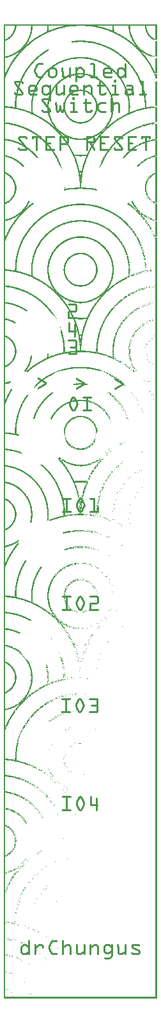
<source format=gto>
G04 MADE WITH FRITZING*
G04 WWW.FRITZING.ORG*
G04 DOUBLE SIDED*
G04 HOLES PLATED*
G04 CONTOUR ON CENTER OF CONTOUR VECTOR*
%ASAXBY*%
%FSLAX23Y23*%
%MOIN*%
%OFA0B0*%
%SFA1.0B1.0*%
%ADD10R,0.001000X0.001000*%
%LNSILK1*%
G90*
G70*
G36*
X735Y5056D02*
X735Y5048D01*
X736Y5048D01*
X736Y5040D01*
X737Y5040D01*
X737Y5036D01*
X738Y5036D01*
X738Y5032D01*
X739Y5032D01*
X739Y5029D01*
X740Y5029D01*
X740Y5026D01*
X741Y5026D01*
X741Y5022D01*
X742Y5022D01*
X742Y5020D01*
X743Y5020D01*
X743Y5018D01*
X744Y5018D01*
X744Y5017D01*
X746Y5017D01*
X746Y5016D01*
X753Y5016D01*
X753Y5017D01*
X752Y5017D01*
X752Y5019D01*
X751Y5019D01*
X751Y5021D01*
X750Y5021D01*
X750Y5024D01*
X749Y5024D01*
X749Y5027D01*
X748Y5027D01*
X748Y5029D01*
X747Y5029D01*
X747Y5032D01*
X746Y5032D01*
X746Y5036D01*
X745Y5036D01*
X745Y5040D01*
X744Y5040D01*
X744Y5046D01*
X743Y5046D01*
X743Y5056D01*
X735Y5056D01*
G37*
D02*
G36*
X744Y5017D02*
X744Y5016D01*
X745Y5016D01*
X745Y5017D01*
X744Y5017D01*
G37*
D02*
G36*
X745Y5016D02*
X745Y5014D01*
X746Y5014D01*
X746Y5013D01*
X748Y5013D01*
X748Y5012D01*
X755Y5012D01*
X755Y5014D01*
X754Y5014D01*
X754Y5015D01*
X753Y5015D01*
X753Y5016D01*
X745Y5016D01*
G37*
D02*
G36*
X746Y5013D02*
X746Y5012D01*
X747Y5012D01*
X747Y5013D01*
X746Y5013D01*
G37*
D02*
G36*
X747Y5012D02*
X747Y5010D01*
X748Y5010D01*
X748Y5009D01*
X756Y5009D01*
X756Y5008D01*
X758Y5008D01*
X758Y5009D01*
X757Y5009D01*
X757Y5011D01*
X756Y5011D01*
X756Y5012D01*
X747Y5012D01*
G37*
D02*
G36*
X748Y5009D02*
X748Y5008D01*
X755Y5008D01*
X755Y5009D01*
X748Y5009D01*
G37*
D02*
G36*
X749Y5008D02*
X749Y5007D01*
X759Y5007D01*
X759Y5008D01*
X749Y5008D01*
G37*
D02*
G36*
X749Y5008D02*
X749Y5007D01*
X759Y5007D01*
X759Y5008D01*
X749Y5008D01*
G37*
D02*
G36*
X750Y5007D02*
X750Y5005D01*
X751Y5005D01*
X751Y5004D01*
X752Y5004D01*
X752Y5003D01*
X753Y5003D01*
X753Y5001D01*
X754Y5001D01*
X754Y5000D01*
X755Y5000D01*
X755Y4999D01*
X756Y4999D01*
X756Y4998D01*
X757Y4998D01*
X757Y4997D01*
X758Y4997D01*
X758Y4995D01*
X759Y4995D01*
X759Y4994D01*
X760Y4994D01*
X760Y4993D01*
X765Y4993D01*
X765Y4992D01*
X773Y4992D01*
X773Y4993D01*
X772Y4993D01*
X772Y4994D01*
X771Y4994D01*
X771Y4995D01*
X770Y4995D01*
X770Y4996D01*
X769Y4996D01*
X769Y4997D01*
X768Y4997D01*
X768Y4998D01*
X766Y4998D01*
X766Y5000D01*
X764Y5000D01*
X764Y5002D01*
X763Y5002D01*
X763Y5003D01*
X762Y5003D01*
X762Y5004D01*
X761Y5004D01*
X761Y5005D01*
X760Y5005D01*
X760Y5007D01*
X750Y5007D01*
G37*
D02*
G36*
X761Y4993D02*
X761Y4992D01*
X764Y4992D01*
X764Y4993D01*
X761Y4993D01*
G37*
D02*
G36*
X762Y4992D02*
X762Y4991D01*
X775Y4991D01*
X775Y4992D01*
X762Y4992D01*
G37*
D02*
G36*
X762Y4992D02*
X762Y4991D01*
X775Y4991D01*
X775Y4992D01*
X762Y4992D01*
G37*
D02*
G36*
X764Y4991D02*
X764Y4990D01*
X765Y4990D01*
X765Y4989D01*
X776Y4989D01*
X776Y4991D01*
X764Y4991D01*
G37*
D02*
G36*
X777Y4990D02*
X777Y4989D01*
X778Y4989D01*
X778Y4990D01*
X777Y4990D01*
G37*
D02*
G36*
X766Y4989D02*
X766Y4988D01*
X779Y4988D01*
X779Y4989D01*
X766Y4989D01*
G37*
D02*
G36*
X766Y4989D02*
X766Y4988D01*
X779Y4988D01*
X779Y4989D01*
X766Y4989D01*
G37*
D02*
G36*
X767Y4988D02*
X767Y4987D01*
X768Y4987D01*
X768Y4986D01*
X770Y4986D01*
X770Y4985D01*
X771Y4985D01*
X771Y4984D01*
X772Y4984D01*
X772Y4983D01*
X774Y4983D01*
X774Y4982D01*
X775Y4982D01*
X775Y4981D01*
X783Y4981D01*
X783Y4980D01*
X796Y4980D01*
X796Y4981D01*
X793Y4981D01*
X793Y4982D01*
X791Y4982D01*
X791Y4983D01*
X789Y4983D01*
X789Y4984D01*
X787Y4984D01*
X787Y4985D01*
X784Y4985D01*
X784Y4986D01*
X782Y4986D01*
X782Y4987D01*
X781Y4987D01*
X781Y4988D01*
X767Y4988D01*
G37*
D02*
G36*
X777Y4981D02*
X777Y4980D01*
X782Y4980D01*
X782Y4981D01*
X777Y4981D01*
G37*
D02*
G36*
X779Y4980D02*
X779Y4979D01*
X798Y4979D01*
X798Y4980D01*
X779Y4980D01*
G37*
D02*
G36*
X779Y4980D02*
X779Y4979D01*
X798Y4979D01*
X798Y4980D01*
X779Y4980D01*
G37*
D02*
G36*
X396Y4722D02*
X396Y4721D01*
X386Y4721D01*
X386Y4720D01*
X380Y4720D01*
X380Y4719D01*
X376Y4719D01*
X376Y4717D01*
X373Y4717D01*
X373Y4716D01*
X370Y4716D01*
X370Y4715D01*
X367Y4715D01*
X367Y4714D01*
X365Y4714D01*
X365Y4713D01*
X406Y4713D01*
X406Y4712D01*
X414Y4712D01*
X414Y4711D01*
X418Y4711D01*
X418Y4710D01*
X423Y4710D01*
X423Y4709D01*
X426Y4709D01*
X426Y4708D01*
X429Y4708D01*
X429Y4707D01*
X431Y4707D01*
X431Y4706D01*
X434Y4706D01*
X434Y4705D01*
X436Y4705D01*
X436Y4704D01*
X438Y4704D01*
X438Y4703D01*
X440Y4703D01*
X440Y4702D01*
X441Y4702D01*
X441Y4701D01*
X443Y4701D01*
X443Y4700D01*
X444Y4700D01*
X444Y4699D01*
X446Y4699D01*
X446Y4698D01*
X447Y4698D01*
X447Y4697D01*
X449Y4697D01*
X449Y4696D01*
X450Y4696D01*
X450Y4695D01*
X451Y4695D01*
X451Y4694D01*
X452Y4694D01*
X452Y4693D01*
X453Y4693D01*
X453Y4692D01*
X455Y4692D01*
X455Y4691D01*
X456Y4691D01*
X456Y4690D01*
X457Y4690D01*
X457Y4689D01*
X458Y4689D01*
X458Y4688D01*
X459Y4688D01*
X459Y4687D01*
X460Y4687D01*
X460Y4685D01*
X461Y4685D01*
X461Y4684D01*
X462Y4684D01*
X462Y4683D01*
X463Y4683D01*
X463Y4682D01*
X464Y4682D01*
X464Y4680D01*
X465Y4680D01*
X465Y4679D01*
X466Y4679D01*
X466Y4678D01*
X467Y4678D01*
X467Y4676D01*
X468Y4676D01*
X468Y4675D01*
X469Y4675D01*
X469Y4673D01*
X470Y4673D01*
X470Y4671D01*
X471Y4671D01*
X471Y4669D01*
X472Y4669D01*
X472Y4667D01*
X473Y4667D01*
X473Y4665D01*
X474Y4665D01*
X474Y4662D01*
X475Y4662D01*
X475Y4660D01*
X476Y4660D01*
X476Y4656D01*
X477Y4656D01*
X477Y4652D01*
X478Y4652D01*
X478Y4648D01*
X479Y4648D01*
X479Y4642D01*
X480Y4642D01*
X480Y4623D01*
X479Y4623D01*
X479Y4617D01*
X478Y4617D01*
X478Y4612D01*
X477Y4612D01*
X477Y4609D01*
X476Y4609D01*
X476Y4606D01*
X475Y4606D01*
X475Y4603D01*
X474Y4603D01*
X474Y4601D01*
X473Y4601D01*
X473Y4599D01*
X472Y4599D01*
X472Y4595D01*
X471Y4595D01*
X471Y4594D01*
X470Y4594D01*
X470Y4592D01*
X469Y4592D01*
X469Y4590D01*
X468Y4590D01*
X468Y4589D01*
X467Y4589D01*
X467Y4587D01*
X466Y4587D01*
X466Y4586D01*
X465Y4586D01*
X465Y4584D01*
X464Y4584D01*
X464Y4583D01*
X463Y4583D01*
X463Y4582D01*
X462Y4582D01*
X462Y4580D01*
X461Y4580D01*
X461Y4579D01*
X460Y4579D01*
X460Y4578D01*
X459Y4578D01*
X459Y4577D01*
X458Y4577D01*
X458Y4576D01*
X457Y4576D01*
X457Y4575D01*
X456Y4575D01*
X456Y4574D01*
X455Y4574D01*
X455Y4573D01*
X454Y4573D01*
X454Y4572D01*
X453Y4572D01*
X453Y4571D01*
X452Y4571D01*
X452Y4570D01*
X450Y4570D01*
X450Y4569D01*
X449Y4569D01*
X449Y4568D01*
X448Y4568D01*
X448Y4567D01*
X446Y4567D01*
X446Y4566D01*
X445Y4566D01*
X445Y4565D01*
X443Y4565D01*
X443Y4564D01*
X442Y4564D01*
X442Y4563D01*
X440Y4563D01*
X440Y4562D01*
X438Y4562D01*
X438Y4561D01*
X436Y4561D01*
X436Y4560D01*
X434Y4560D01*
X434Y4559D01*
X432Y4559D01*
X432Y4558D01*
X430Y4558D01*
X430Y4557D01*
X427Y4557D01*
X427Y4556D01*
X424Y4556D01*
X424Y4555D01*
X421Y4555D01*
X421Y4554D01*
X415Y4554D01*
X415Y4553D01*
X409Y4553D01*
X409Y4552D01*
X438Y4552D01*
X438Y4553D01*
X440Y4553D01*
X440Y4554D01*
X442Y4554D01*
X442Y4555D01*
X444Y4555D01*
X444Y4556D01*
X446Y4556D01*
X446Y4557D01*
X447Y4557D01*
X447Y4558D01*
X449Y4558D01*
X449Y4559D01*
X450Y4559D01*
X450Y4560D01*
X452Y4560D01*
X452Y4561D01*
X453Y4561D01*
X453Y4562D01*
X454Y4562D01*
X454Y4563D01*
X456Y4563D01*
X456Y4564D01*
X457Y4564D01*
X457Y4565D01*
X458Y4565D01*
X458Y4566D01*
X459Y4566D01*
X459Y4567D01*
X460Y4567D01*
X460Y4568D01*
X461Y4568D01*
X461Y4569D01*
X462Y4569D01*
X462Y4570D01*
X463Y4570D01*
X463Y4571D01*
X464Y4571D01*
X464Y4572D01*
X465Y4572D01*
X465Y4573D01*
X466Y4573D01*
X466Y4574D01*
X467Y4574D01*
X467Y4575D01*
X468Y4575D01*
X468Y4576D01*
X469Y4576D01*
X469Y4578D01*
X470Y4578D01*
X470Y4579D01*
X471Y4579D01*
X471Y4580D01*
X472Y4580D01*
X472Y4582D01*
X473Y4582D01*
X473Y4583D01*
X474Y4583D01*
X474Y4585D01*
X475Y4585D01*
X475Y4586D01*
X476Y4586D01*
X476Y4588D01*
X477Y4588D01*
X477Y4590D01*
X478Y4590D01*
X478Y4592D01*
X479Y4592D01*
X479Y4594D01*
X480Y4594D01*
X480Y4597D01*
X482Y4597D01*
X482Y4599D01*
X483Y4599D01*
X483Y4602D01*
X484Y4602D01*
X484Y4605D01*
X485Y4605D01*
X485Y4608D01*
X486Y4608D01*
X486Y4612D01*
X487Y4612D01*
X487Y4617D01*
X488Y4617D01*
X488Y4624D01*
X489Y4624D01*
X489Y4641D01*
X488Y4641D01*
X488Y4648D01*
X487Y4648D01*
X487Y4653D01*
X486Y4653D01*
X486Y4658D01*
X485Y4658D01*
X485Y4661D01*
X484Y4661D01*
X484Y4664D01*
X483Y4664D01*
X483Y4666D01*
X482Y4666D01*
X482Y4669D01*
X480Y4669D01*
X480Y4671D01*
X479Y4671D01*
X479Y4673D01*
X478Y4673D01*
X478Y4675D01*
X477Y4675D01*
X477Y4677D01*
X476Y4677D01*
X476Y4678D01*
X475Y4678D01*
X475Y4680D01*
X474Y4680D01*
X474Y4681D01*
X473Y4681D01*
X473Y4683D01*
X472Y4683D01*
X472Y4684D01*
X471Y4684D01*
X471Y4686D01*
X470Y4686D01*
X470Y4687D01*
X469Y4687D01*
X469Y4688D01*
X468Y4688D01*
X468Y4690D01*
X467Y4690D01*
X467Y4691D01*
X466Y4691D01*
X466Y4692D01*
X465Y4692D01*
X465Y4693D01*
X464Y4693D01*
X464Y4694D01*
X463Y4694D01*
X463Y4695D01*
X462Y4695D01*
X462Y4696D01*
X461Y4696D01*
X461Y4697D01*
X460Y4697D01*
X460Y4698D01*
X459Y4698D01*
X459Y4699D01*
X458Y4699D01*
X458Y4700D01*
X456Y4700D01*
X456Y4701D01*
X455Y4701D01*
X455Y4702D01*
X454Y4702D01*
X454Y4703D01*
X453Y4703D01*
X453Y4704D01*
X451Y4704D01*
X451Y4705D01*
X450Y4705D01*
X450Y4706D01*
X448Y4706D01*
X448Y4707D01*
X447Y4707D01*
X447Y4708D01*
X445Y4708D01*
X445Y4709D01*
X443Y4709D01*
X443Y4710D01*
X441Y4710D01*
X441Y4711D01*
X439Y4711D01*
X439Y4712D01*
X437Y4712D01*
X437Y4713D01*
X435Y4713D01*
X435Y4714D01*
X433Y4714D01*
X433Y4715D01*
X430Y4715D01*
X430Y4716D01*
X427Y4716D01*
X427Y4717D01*
X424Y4717D01*
X424Y4719D01*
X419Y4719D01*
X419Y4720D01*
X413Y4720D01*
X413Y4721D01*
X404Y4721D01*
X404Y4722D01*
X396Y4722D01*
G37*
D02*
G36*
X363Y4713D02*
X363Y4712D01*
X361Y4712D01*
X361Y4711D01*
X358Y4711D01*
X358Y4710D01*
X356Y4710D01*
X356Y4709D01*
X354Y4709D01*
X354Y4708D01*
X353Y4708D01*
X353Y4707D01*
X351Y4707D01*
X351Y4706D01*
X349Y4706D01*
X349Y4705D01*
X348Y4705D01*
X348Y4704D01*
X347Y4704D01*
X347Y4703D01*
X345Y4703D01*
X345Y4702D01*
X344Y4702D01*
X344Y4701D01*
X343Y4701D01*
X343Y4700D01*
X342Y4700D01*
X342Y4699D01*
X341Y4699D01*
X341Y4698D01*
X339Y4698D01*
X339Y4697D01*
X338Y4697D01*
X338Y4696D01*
X337Y4696D01*
X337Y4695D01*
X336Y4695D01*
X336Y4694D01*
X335Y4694D01*
X335Y4693D01*
X334Y4693D01*
X334Y4691D01*
X333Y4691D01*
X333Y4690D01*
X332Y4690D01*
X332Y4689D01*
X331Y4689D01*
X331Y4688D01*
X330Y4688D01*
X330Y4687D01*
X329Y4687D01*
X329Y4685D01*
X328Y4685D01*
X328Y4684D01*
X327Y4684D01*
X327Y4683D01*
X326Y4683D01*
X326Y4681D01*
X325Y4681D01*
X325Y4679D01*
X324Y4679D01*
X324Y4678D01*
X323Y4678D01*
X323Y4676D01*
X322Y4676D01*
X322Y4674D01*
X321Y4674D01*
X321Y4672D01*
X320Y4672D01*
X320Y4670D01*
X319Y4670D01*
X319Y4668D01*
X318Y4668D01*
X318Y4666D01*
X317Y4666D01*
X317Y4663D01*
X316Y4663D01*
X316Y4660D01*
X315Y4660D01*
X315Y4655D01*
X314Y4655D01*
X314Y4652D01*
X313Y4652D01*
X313Y4646D01*
X312Y4646D01*
X312Y4636D01*
X311Y4636D01*
X311Y4628D01*
X312Y4628D01*
X312Y4618D01*
X313Y4618D01*
X313Y4613D01*
X314Y4613D01*
X314Y4609D01*
X315Y4609D01*
X315Y4606D01*
X316Y4606D01*
X316Y4603D01*
X317Y4603D01*
X317Y4600D01*
X318Y4600D01*
X318Y4598D01*
X319Y4598D01*
X319Y4595D01*
X320Y4595D01*
X320Y4592D01*
X321Y4592D01*
X321Y4591D01*
X322Y4591D01*
X322Y4589D01*
X323Y4589D01*
X323Y4587D01*
X324Y4587D01*
X324Y4585D01*
X325Y4585D01*
X325Y4584D01*
X326Y4584D01*
X326Y4582D01*
X327Y4582D01*
X327Y4581D01*
X328Y4581D01*
X328Y4579D01*
X329Y4579D01*
X329Y4578D01*
X330Y4578D01*
X330Y4577D01*
X331Y4577D01*
X331Y4576D01*
X332Y4576D01*
X332Y4574D01*
X333Y4574D01*
X333Y4573D01*
X334Y4573D01*
X334Y4572D01*
X335Y4572D01*
X335Y4571D01*
X336Y4571D01*
X336Y4570D01*
X337Y4570D01*
X337Y4569D01*
X338Y4569D01*
X338Y4568D01*
X339Y4568D01*
X339Y4567D01*
X340Y4567D01*
X340Y4566D01*
X341Y4566D01*
X341Y4565D01*
X342Y4565D01*
X342Y4564D01*
X344Y4564D01*
X344Y4563D01*
X345Y4563D01*
X345Y4562D01*
X346Y4562D01*
X346Y4561D01*
X348Y4561D01*
X348Y4560D01*
X349Y4560D01*
X349Y4559D01*
X350Y4559D01*
X350Y4558D01*
X352Y4558D01*
X352Y4557D01*
X354Y4557D01*
X354Y4556D01*
X355Y4556D01*
X355Y4555D01*
X357Y4555D01*
X357Y4554D01*
X360Y4554D01*
X360Y4553D01*
X362Y4553D01*
X362Y4552D01*
X390Y4552D01*
X390Y4553D01*
X384Y4553D01*
X384Y4554D01*
X380Y4554D01*
X380Y4555D01*
X376Y4555D01*
X376Y4556D01*
X373Y4556D01*
X373Y4557D01*
X371Y4557D01*
X371Y4558D01*
X368Y4558D01*
X368Y4559D01*
X366Y4559D01*
X366Y4560D01*
X364Y4560D01*
X364Y4561D01*
X362Y4561D01*
X362Y4562D01*
X360Y4562D01*
X360Y4563D01*
X357Y4563D01*
X357Y4564D01*
X356Y4564D01*
X356Y4565D01*
X354Y4565D01*
X354Y4566D01*
X353Y4566D01*
X353Y4567D01*
X352Y4567D01*
X352Y4568D01*
X350Y4568D01*
X350Y4569D01*
X349Y4569D01*
X349Y4570D01*
X348Y4570D01*
X348Y4571D01*
X347Y4571D01*
X347Y4572D01*
X345Y4572D01*
X345Y4573D01*
X344Y4573D01*
X344Y4574D01*
X343Y4574D01*
X343Y4575D01*
X342Y4575D01*
X342Y4576D01*
X341Y4576D01*
X341Y4577D01*
X340Y4577D01*
X340Y4579D01*
X339Y4579D01*
X339Y4580D01*
X338Y4580D01*
X338Y4581D01*
X337Y4581D01*
X337Y4582D01*
X336Y4582D01*
X336Y4583D01*
X335Y4583D01*
X335Y4585D01*
X334Y4585D01*
X334Y4586D01*
X333Y4586D01*
X333Y4588D01*
X332Y4588D01*
X332Y4589D01*
X331Y4589D01*
X331Y4591D01*
X330Y4591D01*
X330Y4592D01*
X329Y4592D01*
X329Y4594D01*
X328Y4594D01*
X328Y4597D01*
X327Y4597D01*
X327Y4599D01*
X326Y4599D01*
X326Y4602D01*
X325Y4602D01*
X325Y4604D01*
X324Y4604D01*
X324Y4607D01*
X323Y4607D01*
X323Y4610D01*
X322Y4610D01*
X322Y4614D01*
X321Y4614D01*
X321Y4619D01*
X320Y4619D01*
X320Y4626D01*
X319Y4626D01*
X319Y4639D01*
X320Y4639D01*
X320Y4646D01*
X321Y4646D01*
X321Y4651D01*
X322Y4651D01*
X322Y4655D01*
X323Y4655D01*
X323Y4659D01*
X324Y4659D01*
X324Y4662D01*
X325Y4662D01*
X325Y4664D01*
X326Y4664D01*
X326Y4666D01*
X327Y4666D01*
X327Y4669D01*
X328Y4669D01*
X328Y4670D01*
X329Y4670D01*
X329Y4672D01*
X330Y4672D01*
X330Y4674D01*
X331Y4674D01*
X331Y4676D01*
X332Y4676D01*
X332Y4677D01*
X333Y4677D01*
X333Y4678D01*
X334Y4678D01*
X334Y4680D01*
X335Y4680D01*
X335Y4681D01*
X336Y4681D01*
X336Y4683D01*
X337Y4683D01*
X337Y4684D01*
X338Y4684D01*
X338Y4685D01*
X339Y4685D01*
X339Y4686D01*
X340Y4686D01*
X340Y4687D01*
X341Y4687D01*
X341Y4688D01*
X342Y4688D01*
X342Y4689D01*
X343Y4689D01*
X343Y4690D01*
X344Y4690D01*
X344Y4691D01*
X345Y4691D01*
X345Y4692D01*
X346Y4692D01*
X346Y4693D01*
X347Y4693D01*
X347Y4694D01*
X348Y4694D01*
X348Y4695D01*
X349Y4695D01*
X349Y4696D01*
X351Y4696D01*
X351Y4697D01*
X352Y4697D01*
X352Y4698D01*
X354Y4698D01*
X354Y4699D01*
X355Y4699D01*
X355Y4700D01*
X356Y4700D01*
X356Y4701D01*
X358Y4701D01*
X358Y4702D01*
X361Y4702D01*
X361Y4703D01*
X363Y4703D01*
X363Y4704D01*
X364Y4704D01*
X364Y4705D01*
X367Y4705D01*
X367Y4706D01*
X369Y4706D01*
X369Y4707D01*
X371Y4707D01*
X371Y4708D01*
X374Y4708D01*
X374Y4709D01*
X377Y4709D01*
X377Y4710D01*
X381Y4710D01*
X381Y4711D01*
X386Y4711D01*
X386Y4712D01*
X393Y4712D01*
X393Y4713D01*
X363Y4713D01*
G37*
D02*
G36*
X364Y4552D02*
X364Y4551D01*
X436Y4551D01*
X436Y4552D01*
X364Y4552D01*
G37*
D02*
G36*
X364Y4552D02*
X364Y4551D01*
X436Y4551D01*
X436Y4552D01*
X364Y4552D01*
G37*
D02*
G36*
X367Y4551D02*
X367Y4550D01*
X369Y4550D01*
X369Y4549D01*
X372Y4549D01*
X372Y4548D01*
X375Y4548D01*
X375Y4547D01*
X379Y4547D01*
X379Y4546D01*
X384Y4546D01*
X384Y4545D01*
X391Y4545D01*
X391Y4544D01*
X408Y4544D01*
X408Y4545D01*
X415Y4545D01*
X415Y4546D01*
X421Y4546D01*
X421Y4547D01*
X425Y4547D01*
X425Y4548D01*
X428Y4548D01*
X428Y4549D01*
X431Y4549D01*
X431Y4550D01*
X434Y4550D01*
X434Y4551D01*
X367Y4551D01*
G37*
D02*
G36*
X698Y4318D02*
X698Y4317D01*
X699Y4317D01*
X699Y4318D01*
X698Y4318D01*
G37*
D02*
G36*
X793Y4293D02*
X793Y4291D01*
X790Y4291D01*
X790Y4290D01*
X788Y4290D01*
X788Y4289D01*
X790Y4289D01*
X790Y4290D01*
X796Y4290D01*
X796Y4293D01*
X793Y4293D01*
G37*
D02*
G36*
X797Y4293D02*
X797Y4291D01*
X798Y4291D01*
X798Y4293D01*
X797Y4293D01*
G37*
D02*
G36*
X797Y4291D02*
X797Y4290D01*
X799Y4290D01*
X799Y4291D01*
X797Y4291D01*
G37*
D02*
G36*
X786Y4289D02*
X786Y4288D01*
X783Y4288D01*
X783Y4287D01*
X786Y4287D01*
X786Y4286D01*
X787Y4286D01*
X787Y4285D01*
X788Y4285D01*
X788Y4287D01*
X787Y4287D01*
X787Y4288D01*
X791Y4288D01*
X791Y4289D01*
X786Y4289D01*
G37*
D02*
G36*
X793Y4289D02*
X793Y4288D01*
X798Y4288D01*
X798Y4289D01*
X793Y4289D01*
G37*
D02*
G36*
X791Y4288D02*
X791Y4286D01*
X792Y4286D01*
X792Y4287D01*
X794Y4287D01*
X794Y4288D01*
X791Y4288D01*
G37*
D02*
G36*
X781Y4287D02*
X781Y4286D01*
X779Y4286D01*
X779Y4285D01*
X784Y4285D01*
X784Y4287D01*
X781Y4287D01*
G37*
D02*
G36*
X789Y4287D02*
X789Y4286D01*
X790Y4286D01*
X790Y4287D01*
X789Y4287D01*
G37*
D02*
G36*
X794Y4287D02*
X794Y4286D01*
X796Y4286D01*
X796Y4287D01*
X794Y4287D01*
G37*
D02*
G36*
X797Y4287D02*
X797Y4286D01*
X798Y4286D01*
X798Y4287D01*
X797Y4287D01*
G37*
D02*
G36*
X789Y4286D02*
X789Y4285D01*
X794Y4285D01*
X794Y4286D01*
X789Y4286D01*
G37*
D02*
G36*
X789Y4286D02*
X789Y4285D01*
X794Y4285D01*
X794Y4286D01*
X789Y4286D01*
G37*
D02*
G36*
X778Y4285D02*
X778Y4284D01*
X788Y4284D01*
X788Y4285D01*
X778Y4285D01*
G37*
D02*
G36*
X778Y4285D02*
X778Y4284D01*
X788Y4284D01*
X788Y4285D01*
X778Y4285D01*
G37*
D02*
G36*
X789Y4285D02*
X789Y4284D01*
X797Y4284D01*
X797Y4285D01*
X789Y4285D01*
G37*
D02*
G36*
X789Y4285D02*
X789Y4284D01*
X797Y4284D01*
X797Y4285D01*
X789Y4285D01*
G37*
D02*
G36*
X776Y4284D02*
X776Y4283D01*
X778Y4283D01*
X778Y4284D01*
X776Y4284D01*
G37*
D02*
G36*
X779Y4284D02*
X779Y4283D01*
X783Y4283D01*
X783Y4284D01*
X779Y4284D01*
G37*
D02*
G36*
X784Y4284D02*
X784Y4283D01*
X787Y4283D01*
X787Y4284D01*
X784Y4284D01*
G37*
D02*
G36*
X788Y4284D02*
X788Y4283D01*
X789Y4283D01*
X789Y4284D01*
X788Y4284D01*
G37*
D02*
G36*
X790Y4284D02*
X790Y4283D01*
X794Y4283D01*
X794Y4284D01*
X790Y4284D01*
G37*
D02*
G36*
X775Y4283D02*
X775Y4282D01*
X781Y4282D01*
X781Y4283D01*
X775Y4283D01*
G37*
D02*
G36*
X775Y4283D02*
X775Y4282D01*
X781Y4282D01*
X781Y4283D01*
X775Y4283D01*
G37*
D02*
G36*
X782Y4283D02*
X782Y4282D01*
X784Y4282D01*
X784Y4283D01*
X782Y4283D01*
G37*
D02*
G36*
X786Y4283D02*
X786Y4282D01*
X791Y4282D01*
X791Y4283D01*
X786Y4283D01*
G37*
D02*
G36*
X786Y4283D02*
X786Y4282D01*
X791Y4282D01*
X791Y4283D01*
X786Y4283D01*
G37*
D02*
G36*
X786Y4283D02*
X786Y4282D01*
X791Y4282D01*
X791Y4283D01*
X786Y4283D01*
G37*
D02*
G36*
X773Y4282D02*
X773Y4281D01*
X774Y4281D01*
X774Y4280D01*
X775Y4280D01*
X775Y4281D01*
X776Y4281D01*
X776Y4282D01*
X773Y4282D01*
G37*
D02*
G36*
X777Y4282D02*
X777Y4281D01*
X780Y4281D01*
X780Y4282D01*
X777Y4282D01*
G37*
D02*
G36*
X781Y4282D02*
X781Y4281D01*
X782Y4281D01*
X782Y4282D01*
X781Y4282D01*
G37*
D02*
G36*
X784Y4282D02*
X784Y4281D01*
X786Y4281D01*
X786Y4282D01*
X784Y4282D01*
G37*
D02*
G36*
X788Y4282D02*
X788Y4281D01*
X789Y4281D01*
X789Y4282D01*
X788Y4282D01*
G37*
D02*
G36*
X771Y4281D02*
X771Y4280D01*
X773Y4280D01*
X773Y4281D01*
X771Y4281D01*
G37*
D02*
G36*
X776Y4281D02*
X776Y4279D01*
X777Y4279D01*
X777Y4280D01*
X778Y4280D01*
X778Y4281D01*
X776Y4281D01*
G37*
D02*
G36*
X779Y4281D02*
X779Y4280D01*
X787Y4280D01*
X787Y4281D01*
X779Y4281D01*
G37*
D02*
G36*
X779Y4281D02*
X779Y4280D01*
X787Y4280D01*
X787Y4281D01*
X779Y4281D01*
G37*
D02*
G36*
X779Y4281D02*
X779Y4280D01*
X787Y4280D01*
X787Y4281D01*
X779Y4281D01*
G37*
D02*
G36*
X770Y4280D02*
X770Y4279D01*
X771Y4279D01*
X771Y4278D01*
X772Y4278D01*
X772Y4279D01*
X774Y4279D01*
X774Y4280D01*
X770Y4280D01*
G37*
D02*
G36*
X778Y4280D02*
X778Y4279D01*
X779Y4279D01*
X779Y4280D01*
X778Y4280D01*
G37*
D02*
G36*
X780Y4280D02*
X780Y4279D01*
X782Y4279D01*
X782Y4280D01*
X780Y4280D01*
G37*
D02*
G36*
X783Y4280D02*
X783Y4279D01*
X786Y4279D01*
X786Y4280D01*
X783Y4280D01*
G37*
D02*
G36*
X773Y4279D02*
X773Y4278D01*
X780Y4278D01*
X780Y4279D01*
X773Y4279D01*
G37*
D02*
G36*
X773Y4279D02*
X773Y4278D01*
X780Y4278D01*
X780Y4279D01*
X773Y4279D01*
G37*
D02*
G36*
X773Y4279D02*
X773Y4278D01*
X780Y4278D01*
X780Y4279D01*
X773Y4279D01*
G37*
D02*
G36*
X781Y4279D02*
X781Y4278D01*
X783Y4278D01*
X783Y4279D01*
X781Y4279D01*
G37*
D02*
G36*
X774Y4278D02*
X774Y4277D01*
X775Y4277D01*
X775Y4278D01*
X774Y4278D01*
G37*
D02*
G36*
X776Y4278D02*
X776Y4277D01*
X781Y4277D01*
X781Y4278D01*
X776Y4278D01*
G37*
D02*
G36*
X774Y4277D02*
X774Y4276D01*
X778Y4276D01*
X778Y4277D01*
X774Y4277D01*
G37*
D02*
G36*
X774Y4277D02*
X774Y4276D01*
X778Y4276D01*
X778Y4277D01*
X774Y4277D01*
G37*
D02*
G36*
X776Y4276D02*
X776Y4275D01*
X778Y4275D01*
X778Y4276D01*
X776Y4276D01*
G37*
D02*
G36*
X772Y4278D02*
X772Y4277D01*
X773Y4277D01*
X773Y4278D01*
X772Y4278D01*
G37*
D02*
G36*
X761Y4269D02*
X761Y4268D01*
X762Y4268D01*
X762Y4269D01*
X761Y4269D01*
G37*
D02*
G36*
X747Y4238D02*
X747Y4237D01*
X748Y4237D01*
X748Y4238D01*
X747Y4238D01*
G37*
D02*
G36*
X746Y4168D02*
X746Y4167D01*
X747Y4167D01*
X747Y4168D01*
X746Y4168D01*
G37*
D02*
G36*
X754Y4166D02*
X754Y4165D01*
X755Y4165D01*
X755Y4166D01*
X754Y4166D01*
G37*
D02*
G36*
X753Y4165D02*
X753Y4164D01*
X754Y4164D01*
X754Y4165D01*
X753Y4165D01*
G37*
D02*
G36*
X752Y4156D02*
X752Y4155D01*
X753Y4155D01*
X753Y4156D01*
X752Y4156D01*
G37*
D02*
G36*
X769Y4279D02*
X769Y4278D01*
X768Y4278D01*
X768Y4277D01*
X769Y4277D01*
X769Y4276D01*
X771Y4276D01*
X771Y4275D01*
X774Y4275D01*
X774Y4274D01*
X776Y4274D01*
X776Y4275D01*
X774Y4275D01*
X774Y4276D01*
X772Y4276D01*
X772Y4277D01*
X771Y4277D01*
X771Y4278D01*
X770Y4278D01*
X770Y4279D01*
X769Y4279D01*
G37*
D02*
G36*
X766Y4277D02*
X766Y4276D01*
X768Y4276D01*
X768Y4277D01*
X766Y4277D01*
G37*
D02*
G36*
X765Y4276D02*
X765Y4275D01*
X770Y4275D01*
X770Y4276D01*
X765Y4276D01*
G37*
D02*
G36*
X765Y4276D02*
X765Y4275D01*
X770Y4275D01*
X770Y4276D01*
X765Y4276D01*
G37*
D02*
G36*
X764Y4275D02*
X764Y4273D01*
X766Y4273D01*
X766Y4274D01*
X768Y4274D01*
X768Y4275D01*
X764Y4275D01*
G37*
D02*
G36*
X769Y4275D02*
X769Y4274D01*
X770Y4274D01*
X770Y4275D01*
X769Y4275D01*
G37*
D02*
G36*
X771Y4275D02*
X771Y4274D01*
X773Y4274D01*
X773Y4275D01*
X771Y4275D01*
G37*
D02*
G36*
X767Y4274D02*
X767Y4273D01*
X769Y4273D01*
X769Y4274D01*
X767Y4274D01*
G37*
D02*
G36*
X770Y4274D02*
X770Y4273D01*
X772Y4273D01*
X772Y4274D01*
X770Y4274D01*
G37*
D02*
G36*
X773Y4274D02*
X773Y4273D01*
X775Y4273D01*
X775Y4274D01*
X773Y4274D01*
G37*
D02*
G36*
X762Y4273D02*
X762Y4272D01*
X768Y4272D01*
X768Y4273D01*
X762Y4273D01*
G37*
D02*
G36*
X762Y4273D02*
X762Y4272D01*
X768Y4272D01*
X768Y4273D01*
X762Y4273D01*
G37*
D02*
G36*
X769Y4273D02*
X769Y4272D01*
X774Y4272D01*
X774Y4273D01*
X769Y4273D01*
G37*
D02*
G36*
X769Y4273D02*
X769Y4272D01*
X774Y4272D01*
X774Y4273D01*
X769Y4273D01*
G37*
D02*
G36*
X761Y4272D02*
X761Y4271D01*
X763Y4271D01*
X763Y4272D01*
X761Y4272D01*
G37*
D02*
G36*
X764Y4272D02*
X764Y4271D01*
X765Y4271D01*
X765Y4272D01*
X764Y4272D01*
G37*
D02*
G36*
X766Y4272D02*
X766Y4271D01*
X772Y4271D01*
X772Y4272D01*
X766Y4272D01*
G37*
D02*
G36*
X766Y4272D02*
X766Y4271D01*
X772Y4271D01*
X772Y4272D01*
X766Y4272D01*
G37*
D02*
G36*
X760Y4271D02*
X760Y4270D01*
X759Y4270D01*
X759Y4269D01*
X758Y4269D01*
X758Y4268D01*
X757Y4268D01*
X757Y4267D01*
X756Y4267D01*
X756Y4266D01*
X755Y4266D01*
X755Y4265D01*
X758Y4265D01*
X758Y4266D01*
X759Y4266D01*
X759Y4267D01*
X761Y4267D01*
X761Y4268D01*
X760Y4268D01*
X760Y4269D01*
X761Y4269D01*
X761Y4270D01*
X764Y4270D01*
X764Y4271D01*
X760Y4271D01*
G37*
D02*
G36*
X765Y4271D02*
X765Y4270D01*
X768Y4270D01*
X768Y4269D01*
X770Y4269D01*
X770Y4270D01*
X771Y4270D01*
X771Y4271D01*
X765Y4271D01*
G37*
D02*
G36*
X764Y4270D02*
X764Y4269D01*
X765Y4269D01*
X765Y4270D01*
X764Y4270D01*
G37*
D02*
G36*
X766Y4270D02*
X766Y4269D01*
X767Y4269D01*
X767Y4270D01*
X766Y4270D01*
G37*
D02*
G36*
X763Y4269D02*
X763Y4268D01*
X762Y4268D01*
X762Y4267D01*
X765Y4267D01*
X765Y4268D01*
X766Y4268D01*
X766Y4269D01*
X763Y4269D01*
G37*
D02*
G36*
X767Y4269D02*
X767Y4268D01*
X769Y4268D01*
X769Y4269D01*
X767Y4269D01*
G37*
D02*
G36*
X766Y4268D02*
X766Y4267D01*
X768Y4267D01*
X768Y4268D01*
X766Y4268D01*
G37*
D02*
G36*
X760Y4267D02*
X760Y4266D01*
X767Y4266D01*
X767Y4267D01*
X760Y4267D01*
G37*
D02*
G36*
X760Y4267D02*
X760Y4266D01*
X767Y4266D01*
X767Y4267D01*
X760Y4267D01*
G37*
D02*
G36*
X760Y4267D02*
X760Y4266D01*
X767Y4266D01*
X767Y4267D01*
X760Y4267D01*
G37*
D02*
G36*
X759Y4266D02*
X759Y4265D01*
X761Y4265D01*
X761Y4266D01*
X759Y4266D01*
G37*
D02*
G36*
X762Y4266D02*
X762Y4265D01*
X764Y4265D01*
X764Y4266D01*
X762Y4266D01*
G37*
D02*
G36*
X765Y4266D02*
X765Y4265D01*
X766Y4265D01*
X766Y4266D01*
X765Y4266D01*
G37*
D02*
G36*
X754Y4265D02*
X754Y4264D01*
X760Y4264D01*
X760Y4265D01*
X754Y4265D01*
G37*
D02*
G36*
X754Y4265D02*
X754Y4264D01*
X760Y4264D01*
X760Y4265D01*
X754Y4265D01*
G37*
D02*
G36*
X761Y4265D02*
X761Y4264D01*
X762Y4264D01*
X762Y4265D01*
X761Y4265D01*
G37*
D02*
G36*
X763Y4265D02*
X763Y4264D01*
X765Y4264D01*
X765Y4265D01*
X763Y4265D01*
G37*
D02*
G36*
X754Y4264D02*
X754Y4263D01*
X753Y4263D01*
X753Y4262D01*
X754Y4262D01*
X754Y4263D01*
X755Y4263D01*
X755Y4264D01*
X754Y4264D01*
G37*
D02*
G36*
X756Y4264D02*
X756Y4263D01*
X759Y4263D01*
X759Y4264D01*
X756Y4264D01*
G37*
D02*
G36*
X760Y4264D02*
X760Y4263D01*
X763Y4263D01*
X763Y4264D01*
X760Y4264D01*
G37*
D02*
G36*
X755Y4263D02*
X755Y4262D01*
X758Y4262D01*
X758Y4263D01*
X755Y4263D01*
G37*
D02*
G36*
X759Y4263D02*
X759Y4262D01*
X763Y4262D01*
X763Y4263D01*
X759Y4263D01*
G37*
D02*
G36*
X752Y4262D02*
X752Y4261D01*
X756Y4261D01*
X756Y4262D01*
X752Y4262D01*
G37*
D02*
G36*
X752Y4262D02*
X752Y4261D01*
X756Y4261D01*
X756Y4262D01*
X752Y4262D01*
G37*
D02*
G36*
X758Y4262D02*
X758Y4261D01*
X759Y4261D01*
X759Y4260D01*
X761Y4260D01*
X761Y4261D01*
X762Y4261D01*
X762Y4262D01*
X758Y4262D01*
G37*
D02*
G36*
X751Y4261D02*
X751Y4260D01*
X755Y4260D01*
X755Y4261D01*
X751Y4261D01*
G37*
D02*
G36*
X756Y4261D02*
X756Y4260D01*
X758Y4260D01*
X758Y4261D01*
X756Y4261D01*
G37*
D02*
G36*
X751Y4260D02*
X751Y4259D01*
X757Y4259D01*
X757Y4260D01*
X751Y4260D01*
G37*
D02*
G36*
X751Y4260D02*
X751Y4259D01*
X757Y4259D01*
X757Y4260D01*
X751Y4260D01*
G37*
D02*
G36*
X758Y4260D02*
X758Y4258D01*
X757Y4258D01*
X757Y4257D01*
X759Y4257D01*
X759Y4258D01*
X760Y4258D01*
X760Y4260D01*
X758Y4260D01*
G37*
D02*
G36*
X750Y4259D02*
X750Y4258D01*
X753Y4258D01*
X753Y4257D01*
X756Y4257D01*
X756Y4258D01*
X754Y4258D01*
X754Y4259D01*
X750Y4259D01*
G37*
D02*
G36*
X749Y4258D02*
X749Y4256D01*
X748Y4256D01*
X748Y4255D01*
X750Y4255D01*
X750Y4256D01*
X751Y4256D01*
X751Y4257D01*
X752Y4257D01*
X752Y4258D01*
X749Y4258D01*
G37*
D02*
G36*
X752Y4257D02*
X752Y4256D01*
X758Y4256D01*
X758Y4257D01*
X752Y4257D01*
G37*
D02*
G36*
X752Y4257D02*
X752Y4256D01*
X758Y4256D01*
X758Y4257D01*
X752Y4257D01*
G37*
D02*
G36*
X751Y4256D02*
X751Y4255D01*
X753Y4255D01*
X753Y4256D01*
X751Y4256D01*
G37*
D02*
G36*
X754Y4256D02*
X754Y4255D01*
X755Y4255D01*
X755Y4254D01*
X757Y4254D01*
X757Y4256D01*
X754Y4256D01*
G37*
D02*
G36*
X747Y4255D02*
X747Y4253D01*
X746Y4253D01*
X746Y4252D01*
X747Y4252D01*
X747Y4253D01*
X751Y4253D01*
X751Y4255D01*
X747Y4255D01*
G37*
D02*
G36*
X753Y4255D02*
X753Y4254D01*
X754Y4254D01*
X754Y4255D01*
X753Y4255D01*
G37*
D02*
G36*
X752Y4254D02*
X752Y4253D01*
X756Y4253D01*
X756Y4254D01*
X752Y4254D01*
G37*
D02*
G36*
X752Y4254D02*
X752Y4253D01*
X756Y4253D01*
X756Y4254D01*
X752Y4254D01*
G37*
D02*
G36*
X748Y4253D02*
X748Y4252D01*
X753Y4252D01*
X753Y4253D01*
X748Y4253D01*
G37*
D02*
G36*
X748Y4253D02*
X748Y4252D01*
X753Y4252D01*
X753Y4253D01*
X748Y4253D01*
G37*
D02*
G36*
X754Y4253D02*
X754Y4252D01*
X755Y4252D01*
X755Y4253D01*
X754Y4253D01*
G37*
D02*
G36*
X746Y4252D02*
X746Y4251D01*
X748Y4251D01*
X748Y4252D01*
X746Y4252D01*
G37*
D02*
G36*
X749Y4252D02*
X749Y4251D01*
X750Y4251D01*
X750Y4252D01*
X749Y4252D01*
G37*
D02*
G36*
X751Y4252D02*
X751Y4251D01*
X752Y4251D01*
X752Y4252D01*
X751Y4252D01*
G37*
D02*
G36*
X753Y4252D02*
X753Y4251D01*
X755Y4251D01*
X755Y4252D01*
X753Y4252D01*
G37*
D02*
G36*
X745Y4251D02*
X745Y4250D01*
X754Y4250D01*
X754Y4251D01*
X745Y4251D01*
G37*
D02*
G36*
X745Y4251D02*
X745Y4250D01*
X754Y4250D01*
X754Y4251D01*
X745Y4251D01*
G37*
D02*
G36*
X745Y4251D02*
X745Y4250D01*
X754Y4250D01*
X754Y4251D01*
X745Y4251D01*
G37*
D02*
G36*
X745Y4251D02*
X745Y4250D01*
X754Y4250D01*
X754Y4251D01*
X745Y4251D01*
G37*
D02*
G36*
X745Y4250D02*
X745Y4249D01*
X746Y4249D01*
X746Y4250D01*
X745Y4250D01*
G37*
D02*
G36*
X747Y4250D02*
X747Y4249D01*
X749Y4249D01*
X749Y4250D01*
X747Y4250D01*
G37*
D02*
G36*
X750Y4250D02*
X750Y4249D01*
X751Y4249D01*
X751Y4250D01*
X750Y4250D01*
G37*
D02*
G36*
X752Y4250D02*
X752Y4249D01*
X754Y4249D01*
X754Y4250D01*
X752Y4250D01*
G37*
D02*
G36*
X744Y4249D02*
X744Y4248D01*
X753Y4248D01*
X753Y4249D01*
X744Y4249D01*
G37*
D02*
G36*
X744Y4249D02*
X744Y4248D01*
X753Y4248D01*
X753Y4249D01*
X744Y4249D01*
G37*
D02*
G36*
X744Y4249D02*
X744Y4248D01*
X753Y4248D01*
X753Y4249D01*
X744Y4249D01*
G37*
D02*
G36*
X744Y4249D02*
X744Y4248D01*
X753Y4248D01*
X753Y4249D01*
X744Y4249D01*
G37*
D02*
G36*
X744Y4248D02*
X744Y4247D01*
X743Y4247D01*
X743Y4246D01*
X746Y4246D01*
X746Y4247D01*
X747Y4247D01*
X747Y4248D01*
X744Y4248D01*
G37*
D02*
G36*
X748Y4248D02*
X748Y4247D01*
X753Y4247D01*
X753Y4248D01*
X748Y4248D01*
G37*
D02*
G36*
X747Y4247D02*
X747Y4246D01*
X750Y4246D01*
X750Y4245D01*
X751Y4245D01*
X751Y4246D01*
X752Y4246D01*
X752Y4247D01*
X747Y4247D01*
G37*
D02*
G36*
X743Y4246D02*
X743Y4245D01*
X748Y4245D01*
X748Y4246D01*
X743Y4246D01*
G37*
D02*
G36*
X743Y4246D02*
X743Y4245D01*
X748Y4245D01*
X748Y4246D01*
X743Y4246D01*
G37*
D02*
G36*
X742Y4245D02*
X742Y4243D01*
X744Y4243D01*
X744Y4244D01*
X745Y4244D01*
X745Y4245D01*
X742Y4245D01*
G37*
D02*
G36*
X747Y4245D02*
X747Y4244D01*
X751Y4244D01*
X751Y4245D01*
X747Y4245D01*
G37*
D02*
G36*
X747Y4245D02*
X747Y4244D01*
X751Y4244D01*
X751Y4245D01*
X747Y4245D01*
G37*
D02*
G36*
X745Y4244D02*
X745Y4243D01*
X746Y4243D01*
X746Y4242D01*
X750Y4242D01*
X750Y4244D01*
X745Y4244D01*
G37*
D02*
G36*
X743Y4243D02*
X743Y4242D01*
X745Y4242D01*
X745Y4243D01*
X743Y4243D01*
G37*
D02*
G36*
X741Y4242D02*
X741Y4241D01*
X750Y4241D01*
X750Y4242D01*
X741Y4242D01*
G37*
D02*
G36*
X741Y4242D02*
X741Y4241D01*
X750Y4241D01*
X750Y4242D01*
X741Y4242D01*
G37*
D02*
G36*
X741Y4241D02*
X741Y4240D01*
X746Y4240D01*
X746Y4239D01*
X749Y4239D01*
X749Y4241D01*
X741Y4241D01*
G37*
D02*
G36*
X740Y4240D02*
X740Y4239D01*
X745Y4239D01*
X745Y4240D01*
X740Y4240D01*
G37*
D02*
G36*
X740Y4239D02*
X740Y4238D01*
X747Y4238D01*
X747Y4239D01*
X740Y4239D01*
G37*
D02*
G36*
X740Y4239D02*
X740Y4238D01*
X747Y4238D01*
X747Y4239D01*
X740Y4239D01*
G37*
D02*
G36*
X740Y4238D02*
X740Y4237D01*
X739Y4237D01*
X739Y4236D01*
X742Y4236D01*
X742Y4238D01*
X740Y4238D01*
G37*
D02*
G36*
X743Y4238D02*
X743Y4237D01*
X746Y4237D01*
X746Y4236D01*
X747Y4236D01*
X747Y4237D01*
X746Y4237D01*
X746Y4238D01*
X743Y4238D01*
G37*
D02*
G36*
X743Y4237D02*
X743Y4236D01*
X745Y4236D01*
X745Y4237D01*
X743Y4237D01*
G37*
D02*
G36*
X739Y4236D02*
X739Y4235D01*
X747Y4235D01*
X747Y4236D01*
X739Y4236D01*
G37*
D02*
G36*
X739Y4236D02*
X739Y4235D01*
X747Y4235D01*
X747Y4236D01*
X739Y4236D01*
G37*
D02*
G36*
X739Y4236D02*
X739Y4235D01*
X747Y4235D01*
X747Y4236D01*
X739Y4236D01*
G37*
D02*
G36*
X739Y4235D02*
X739Y4234D01*
X738Y4234D01*
X738Y4233D01*
X741Y4233D01*
X741Y4234D01*
X743Y4234D01*
X743Y4235D01*
X739Y4235D01*
G37*
D02*
G36*
X744Y4235D02*
X744Y4234D01*
X747Y4234D01*
X747Y4235D01*
X744Y4235D01*
G37*
D02*
G36*
X742Y4234D02*
X742Y4233D01*
X747Y4233D01*
X747Y4234D01*
X742Y4234D01*
G37*
D02*
G36*
X742Y4234D02*
X742Y4233D01*
X747Y4233D01*
X747Y4234D01*
X742Y4234D01*
G37*
D02*
G36*
X738Y4233D02*
X738Y4232D01*
X745Y4232D01*
X745Y4233D01*
X738Y4233D01*
G37*
D02*
G36*
X738Y4233D02*
X738Y4232D01*
X745Y4232D01*
X745Y4233D01*
X738Y4233D01*
G37*
D02*
G36*
X738Y4232D02*
X738Y4229D01*
X737Y4229D01*
X737Y4228D01*
X741Y4228D01*
X741Y4230D01*
X742Y4230D01*
X742Y4232D01*
X738Y4232D01*
G37*
D02*
G36*
X743Y4232D02*
X743Y4230D01*
X744Y4230D01*
X744Y4229D01*
X746Y4229D01*
X746Y4232D01*
X743Y4232D01*
G37*
D02*
G36*
X742Y4230D02*
X742Y4229D01*
X743Y4229D01*
X743Y4230D01*
X742Y4230D01*
G37*
D02*
G36*
X742Y4229D02*
X742Y4228D01*
X745Y4228D01*
X745Y4229D01*
X742Y4229D01*
G37*
D02*
G36*
X742Y4229D02*
X742Y4228D01*
X745Y4228D01*
X745Y4229D01*
X742Y4229D01*
G37*
D02*
G36*
X737Y4228D02*
X737Y4227D01*
X745Y4227D01*
X745Y4228D01*
X737Y4228D01*
G37*
D02*
G36*
X737Y4228D02*
X737Y4227D01*
X745Y4227D01*
X745Y4228D01*
X737Y4228D01*
G37*
D02*
G36*
X737Y4227D02*
X737Y4226D01*
X738Y4226D01*
X738Y4227D01*
X737Y4227D01*
G37*
D02*
G36*
X739Y4227D02*
X739Y4226D01*
X743Y4226D01*
X743Y4225D01*
X745Y4225D01*
X745Y4227D01*
X739Y4227D01*
G37*
D02*
G36*
X737Y4226D02*
X737Y4225D01*
X742Y4225D01*
X742Y4226D01*
X737Y4226D01*
G37*
D02*
G36*
X737Y4226D02*
X737Y4225D01*
X742Y4225D01*
X742Y4226D01*
X737Y4226D01*
G37*
D02*
G36*
X737Y4225D02*
X737Y4224D01*
X744Y4224D01*
X744Y4225D01*
X737Y4225D01*
G37*
D02*
G36*
X737Y4225D02*
X737Y4224D01*
X744Y4224D01*
X744Y4225D01*
X737Y4225D01*
G37*
D02*
G36*
X736Y4224D02*
X736Y4223D01*
X741Y4223D01*
X741Y4224D01*
X736Y4224D01*
G37*
D02*
G36*
X742Y4224D02*
X742Y4223D01*
X744Y4223D01*
X744Y4224D01*
X742Y4224D01*
G37*
D02*
G36*
X736Y4223D02*
X736Y4222D01*
X744Y4222D01*
X744Y4223D01*
X736Y4223D01*
G37*
D02*
G36*
X736Y4223D02*
X736Y4222D01*
X744Y4222D01*
X744Y4223D01*
X736Y4223D01*
G37*
D02*
G36*
X736Y4222D02*
X736Y4221D01*
X739Y4221D01*
X739Y4222D01*
X736Y4222D01*
G37*
D02*
G36*
X740Y4222D02*
X740Y4221D01*
X742Y4221D01*
X742Y4220D01*
X744Y4220D01*
X744Y4221D01*
X743Y4221D01*
X743Y4222D01*
X740Y4222D01*
G37*
D02*
G36*
X736Y4221D02*
X736Y4220D01*
X741Y4220D01*
X741Y4221D01*
X736Y4221D01*
G37*
D02*
G36*
X736Y4221D02*
X736Y4220D01*
X741Y4220D01*
X741Y4221D01*
X736Y4221D01*
G37*
D02*
G36*
X736Y4220D02*
X736Y4219D01*
X744Y4219D01*
X744Y4220D01*
X736Y4220D01*
G37*
D02*
G36*
X736Y4220D02*
X736Y4219D01*
X744Y4219D01*
X744Y4220D01*
X736Y4220D01*
G37*
D02*
G36*
X736Y4219D02*
X736Y4217D01*
X735Y4217D01*
X735Y4216D01*
X739Y4216D01*
X739Y4215D01*
X743Y4215D01*
X743Y4219D01*
X736Y4219D01*
G37*
D02*
G36*
X735Y4216D02*
X735Y4215D01*
X738Y4215D01*
X738Y4216D01*
X735Y4216D01*
G37*
D02*
G36*
X735Y4215D02*
X735Y4214D01*
X743Y4214D01*
X743Y4215D01*
X735Y4215D01*
G37*
D02*
G36*
X735Y4215D02*
X735Y4214D01*
X743Y4214D01*
X743Y4215D01*
X735Y4215D01*
G37*
D02*
G36*
X735Y4214D02*
X735Y4213D01*
X739Y4213D01*
X739Y4212D01*
X743Y4212D01*
X743Y4214D01*
X735Y4214D01*
G37*
D02*
G36*
X735Y4213D02*
X735Y4212D01*
X738Y4212D01*
X738Y4213D01*
X735Y4213D01*
G37*
D02*
G36*
X735Y4212D02*
X735Y4211D01*
X743Y4211D01*
X743Y4212D01*
X735Y4212D01*
G37*
D02*
G36*
X735Y4212D02*
X735Y4211D01*
X743Y4211D01*
X743Y4212D01*
X735Y4212D01*
G37*
D02*
G36*
X735Y4211D02*
X735Y4210D01*
X738Y4210D01*
X738Y4209D01*
X743Y4209D01*
X743Y4211D01*
X735Y4211D01*
G37*
D02*
G36*
X735Y4210D02*
X735Y4209D01*
X737Y4209D01*
X737Y4210D01*
X735Y4210D01*
G37*
D02*
G36*
X735Y4209D02*
X735Y4208D01*
X743Y4208D01*
X743Y4209D01*
X735Y4209D01*
G37*
D02*
G36*
X735Y4209D02*
X735Y4208D01*
X743Y4208D01*
X743Y4209D01*
X735Y4209D01*
G37*
D02*
G36*
X735Y4208D02*
X735Y4207D01*
X738Y4207D01*
X738Y4205D01*
X743Y4205D01*
X743Y4208D01*
X735Y4208D01*
G37*
D02*
G36*
X735Y4207D02*
X735Y4205D01*
X737Y4205D01*
X737Y4207D01*
X735Y4207D01*
G37*
D02*
G36*
X735Y4205D02*
X735Y4204D01*
X743Y4204D01*
X743Y4205D01*
X735Y4205D01*
G37*
D02*
G36*
X735Y4205D02*
X735Y4204D01*
X743Y4204D01*
X743Y4205D01*
X735Y4205D01*
G37*
D02*
G36*
X735Y4204D02*
X735Y4200D01*
X741Y4200D01*
X741Y4199D01*
X743Y4199D01*
X743Y4204D01*
X735Y4204D01*
G37*
D02*
G36*
X736Y4200D02*
X736Y4198D01*
X738Y4198D01*
X738Y4199D01*
X740Y4199D01*
X740Y4200D01*
X736Y4200D01*
G37*
D02*
G36*
X740Y4199D02*
X740Y4198D01*
X741Y4198D01*
X741Y4197D01*
X744Y4197D01*
X744Y4199D01*
X740Y4199D01*
G37*
D02*
G36*
X736Y4198D02*
X736Y4196D01*
X739Y4196D01*
X739Y4197D01*
X740Y4197D01*
X740Y4198D01*
X736Y4198D01*
G37*
D02*
G36*
X740Y4197D02*
X740Y4196D01*
X744Y4196D01*
X744Y4197D01*
X740Y4197D01*
G37*
D02*
G36*
X736Y4196D02*
X736Y4195D01*
X744Y4195D01*
X744Y4196D01*
X736Y4196D01*
G37*
D02*
G36*
X736Y4196D02*
X736Y4195D01*
X744Y4195D01*
X744Y4196D01*
X736Y4196D01*
G37*
D02*
G36*
X736Y4195D02*
X736Y4194D01*
X743Y4194D01*
X743Y4193D01*
X744Y4193D01*
X744Y4195D01*
X736Y4195D01*
G37*
D02*
G36*
X736Y4194D02*
X736Y4193D01*
X737Y4193D01*
X737Y4191D01*
X739Y4191D01*
X739Y4192D01*
X741Y4192D01*
X741Y4193D01*
X742Y4193D01*
X742Y4194D01*
X736Y4194D01*
G37*
D02*
G36*
X742Y4193D02*
X742Y4192D01*
X745Y4192D01*
X745Y4193D01*
X742Y4193D01*
G37*
D02*
G36*
X740Y4192D02*
X740Y4191D01*
X745Y4191D01*
X745Y4192D01*
X740Y4192D01*
G37*
D02*
G36*
X740Y4192D02*
X740Y4191D01*
X745Y4191D01*
X745Y4192D01*
X740Y4192D01*
G37*
D02*
G36*
X737Y4191D02*
X737Y4190D01*
X742Y4190D01*
X742Y4191D01*
X737Y4191D01*
G37*
D02*
G36*
X737Y4191D02*
X737Y4190D01*
X742Y4190D01*
X742Y4191D01*
X737Y4191D01*
G37*
D02*
G36*
X743Y4191D02*
X743Y4190D01*
X745Y4190D01*
X745Y4191D01*
X743Y4191D01*
G37*
D02*
G36*
X737Y4190D02*
X737Y4189D01*
X745Y4189D01*
X745Y4190D01*
X737Y4190D01*
G37*
D02*
G36*
X737Y4190D02*
X737Y4189D01*
X745Y4189D01*
X745Y4190D01*
X737Y4190D01*
G37*
D02*
G36*
X737Y4189D02*
X737Y4188D01*
X739Y4188D01*
X739Y4189D01*
X737Y4189D01*
G37*
D02*
G36*
X740Y4189D02*
X740Y4188D01*
X743Y4188D01*
X743Y4189D01*
X740Y4189D01*
G37*
D02*
G36*
X744Y4189D02*
X744Y4188D01*
X745Y4188D01*
X745Y4189D01*
X744Y4189D01*
G37*
D02*
G36*
X738Y4188D02*
X738Y4187D01*
X741Y4187D01*
X741Y4188D01*
X738Y4188D01*
G37*
D02*
G36*
X738Y4188D02*
X738Y4187D01*
X741Y4187D01*
X741Y4188D01*
X738Y4188D01*
G37*
D02*
G36*
X742Y4188D02*
X742Y4187D01*
X746Y4187D01*
X746Y4188D01*
X742Y4188D01*
G37*
D02*
G36*
X742Y4188D02*
X742Y4187D01*
X746Y4187D01*
X746Y4188D01*
X742Y4188D01*
G37*
D02*
G36*
X738Y4187D02*
X738Y4186D01*
X740Y4186D01*
X740Y4187D01*
X738Y4187D01*
G37*
D02*
G36*
X741Y4187D02*
X741Y4186D01*
X743Y4186D01*
X743Y4187D01*
X741Y4187D01*
G37*
D02*
G36*
X744Y4187D02*
X744Y4186D01*
X746Y4186D01*
X746Y4187D01*
X744Y4187D01*
G37*
D02*
G36*
X738Y4186D02*
X738Y4185D01*
X746Y4185D01*
X746Y4186D01*
X738Y4186D01*
G37*
D02*
G36*
X738Y4186D02*
X738Y4185D01*
X746Y4185D01*
X746Y4186D01*
X738Y4186D01*
G37*
D02*
G36*
X738Y4186D02*
X738Y4185D01*
X746Y4185D01*
X746Y4186D01*
X738Y4186D01*
G37*
D02*
G36*
X740Y4185D02*
X740Y4184D01*
X743Y4184D01*
X743Y4185D01*
X740Y4185D01*
G37*
D02*
G36*
X744Y4185D02*
X744Y4184D01*
X747Y4184D01*
X747Y4185D01*
X744Y4185D01*
G37*
D02*
G36*
X739Y4184D02*
X739Y4183D01*
X747Y4183D01*
X747Y4184D01*
X739Y4184D01*
G37*
D02*
G36*
X739Y4184D02*
X739Y4183D01*
X747Y4183D01*
X747Y4184D01*
X739Y4184D01*
G37*
D02*
G36*
X739Y4183D02*
X739Y4181D01*
X741Y4181D01*
X741Y4182D01*
X745Y4182D01*
X745Y4183D01*
X739Y4183D01*
G37*
D02*
G36*
X746Y4183D02*
X746Y4182D01*
X747Y4182D01*
X747Y4183D01*
X746Y4183D01*
G37*
D02*
G36*
X742Y4182D02*
X742Y4181D01*
X748Y4181D01*
X748Y4182D01*
X742Y4182D01*
G37*
D02*
G36*
X742Y4182D02*
X742Y4181D01*
X748Y4181D01*
X748Y4182D01*
X742Y4182D01*
G37*
D02*
G36*
X740Y4181D02*
X740Y4180D01*
X748Y4180D01*
X748Y4181D01*
X740Y4181D01*
G37*
D02*
G36*
X740Y4181D02*
X740Y4180D01*
X748Y4180D01*
X748Y4181D01*
X740Y4181D01*
G37*
D02*
G36*
X740Y4180D02*
X740Y4179D01*
X743Y4179D01*
X743Y4178D01*
X747Y4178D01*
X747Y4177D01*
X748Y4177D01*
X748Y4175D01*
X750Y4175D01*
X750Y4174D01*
X751Y4174D01*
X751Y4175D01*
X750Y4175D01*
X750Y4177D01*
X748Y4177D01*
X748Y4178D01*
X749Y4178D01*
X749Y4179D01*
X748Y4179D01*
X748Y4180D01*
X740Y4180D01*
G37*
D02*
G36*
X741Y4179D02*
X741Y4178D01*
X742Y4178D01*
X742Y4179D01*
X741Y4179D01*
G37*
D02*
G36*
X741Y4178D02*
X741Y4177D01*
X746Y4177D01*
X746Y4178D01*
X741Y4178D01*
G37*
D02*
G36*
X741Y4178D02*
X741Y4177D01*
X746Y4177D01*
X746Y4178D01*
X741Y4178D01*
G37*
D02*
G36*
X741Y4177D02*
X741Y4176D01*
X743Y4176D01*
X743Y4177D01*
X741Y4177D01*
G37*
D02*
G36*
X744Y4177D02*
X744Y4176D01*
X745Y4176D01*
X745Y4177D01*
X744Y4177D01*
G37*
D02*
G36*
X746Y4177D02*
X746Y4176D01*
X747Y4176D01*
X747Y4177D01*
X746Y4177D01*
G37*
D02*
G36*
X743Y4176D02*
X743Y4175D01*
X747Y4175D01*
X747Y4176D01*
X743Y4176D01*
G37*
D02*
G36*
X743Y4176D02*
X743Y4175D01*
X747Y4175D01*
X747Y4176D01*
X743Y4176D01*
G37*
D02*
G36*
X742Y4175D02*
X742Y4173D01*
X743Y4173D01*
X743Y4174D01*
X746Y4174D01*
X746Y4175D01*
X742Y4175D01*
G37*
D02*
G36*
X747Y4175D02*
X747Y4174D01*
X749Y4174D01*
X749Y4175D01*
X747Y4175D01*
G37*
D02*
G36*
X744Y4174D02*
X744Y4173D01*
X751Y4173D01*
X751Y4174D01*
X744Y4174D01*
G37*
D02*
G36*
X744Y4174D02*
X744Y4173D01*
X751Y4173D01*
X751Y4174D01*
X744Y4174D01*
G37*
D02*
G36*
X744Y4174D02*
X744Y4173D01*
X751Y4173D01*
X751Y4174D01*
X744Y4174D01*
G37*
D02*
G36*
X743Y4173D02*
X743Y4171D01*
X746Y4171D01*
X746Y4172D01*
X747Y4172D01*
X747Y4173D01*
X743Y4173D01*
G37*
D02*
G36*
X749Y4173D02*
X749Y4172D01*
X750Y4172D01*
X750Y4173D01*
X749Y4173D01*
G37*
D02*
G36*
X751Y4173D02*
X751Y4172D01*
X752Y4172D01*
X752Y4173D01*
X751Y4173D01*
G37*
D02*
G36*
X748Y4172D02*
X748Y4171D01*
X752Y4171D01*
X752Y4172D01*
X748Y4172D01*
G37*
D02*
G36*
X748Y4172D02*
X748Y4171D01*
X752Y4171D01*
X752Y4172D01*
X748Y4172D01*
G37*
D02*
G36*
X744Y4171D02*
X744Y4168D01*
X746Y4168D01*
X746Y4169D01*
X748Y4169D01*
X748Y4171D01*
X744Y4171D01*
G37*
D02*
G36*
X749Y4171D02*
X749Y4169D01*
X751Y4169D01*
X751Y4168D01*
X753Y4168D01*
X753Y4171D01*
X749Y4171D01*
G37*
D02*
G36*
X747Y4169D02*
X747Y4168D01*
X750Y4168D01*
X750Y4169D01*
X747Y4169D01*
G37*
D02*
G36*
X747Y4169D02*
X747Y4168D01*
X750Y4168D01*
X750Y4169D01*
X747Y4169D01*
G37*
D02*
G36*
X748Y4168D02*
X748Y4167D01*
X749Y4167D01*
X749Y4168D01*
X748Y4168D01*
G37*
D02*
G36*
X750Y4168D02*
X750Y4167D01*
X751Y4167D01*
X751Y4166D01*
X754Y4166D01*
X754Y4168D01*
X750Y4168D01*
G37*
D02*
G36*
X748Y4167D02*
X748Y4166D01*
X750Y4166D01*
X750Y4167D01*
X748Y4167D01*
G37*
D02*
G36*
X746Y4166D02*
X746Y4165D01*
X753Y4165D01*
X753Y4166D01*
X746Y4166D01*
G37*
D02*
G36*
X746Y4166D02*
X746Y4165D01*
X753Y4165D01*
X753Y4166D01*
X746Y4166D01*
G37*
D02*
G36*
X747Y4165D02*
X747Y4164D01*
X750Y4164D01*
X750Y4163D01*
X753Y4163D01*
X753Y4164D01*
X751Y4164D01*
X751Y4165D01*
X747Y4165D01*
G37*
D02*
G36*
X755Y4165D02*
X755Y4164D01*
X754Y4164D01*
X754Y4163D01*
X756Y4163D01*
X756Y4165D01*
X755Y4165D01*
G37*
D02*
G36*
X747Y4164D02*
X747Y4163D01*
X749Y4163D01*
X749Y4164D01*
X747Y4164D01*
G37*
D02*
G36*
X749Y4163D02*
X749Y4162D01*
X748Y4162D01*
X748Y4161D01*
X750Y4161D01*
X750Y4162D01*
X751Y4162D01*
X751Y4163D01*
X749Y4163D01*
G37*
D02*
G36*
X753Y4163D02*
X753Y4162D01*
X756Y4162D01*
X756Y4160D01*
X757Y4160D01*
X757Y4159D01*
X758Y4159D01*
X758Y4158D01*
X760Y4158D01*
X760Y4159D01*
X759Y4159D01*
X759Y4160D01*
X758Y4160D01*
X758Y4162D01*
X757Y4162D01*
X757Y4163D01*
X753Y4163D01*
G37*
D02*
G36*
X751Y4162D02*
X751Y4161D01*
X752Y4161D01*
X752Y4160D01*
X755Y4160D01*
X755Y4162D01*
X751Y4162D01*
G37*
D02*
G36*
X749Y4161D02*
X749Y4160D01*
X751Y4160D01*
X751Y4161D01*
X749Y4161D01*
G37*
D02*
G36*
X750Y4160D02*
X750Y4159D01*
X753Y4159D01*
X753Y4160D01*
X750Y4160D01*
G37*
D02*
G36*
X750Y4160D02*
X750Y4159D01*
X753Y4159D01*
X753Y4160D01*
X750Y4160D01*
G37*
D02*
G36*
X754Y4160D02*
X754Y4158D01*
X755Y4158D01*
X755Y4159D01*
X756Y4159D01*
X756Y4160D01*
X754Y4160D01*
G37*
D02*
G36*
X750Y4159D02*
X750Y4158D01*
X751Y4158D01*
X751Y4159D01*
X750Y4159D01*
G37*
D02*
G36*
X756Y4159D02*
X756Y4158D01*
X757Y4158D01*
X757Y4159D01*
X756Y4159D01*
G37*
D02*
G36*
X751Y4158D02*
X751Y4157D01*
X754Y4157D01*
X754Y4158D01*
X751Y4158D01*
G37*
D02*
G36*
X755Y4158D02*
X755Y4157D01*
X761Y4157D01*
X761Y4158D01*
X755Y4158D01*
G37*
D02*
G36*
X755Y4158D02*
X755Y4157D01*
X761Y4157D01*
X761Y4158D01*
X755Y4158D01*
G37*
D02*
G36*
X753Y4157D02*
X753Y4156D01*
X756Y4156D01*
X756Y4157D01*
X753Y4157D01*
G37*
D02*
G36*
X753Y4157D02*
X753Y4156D01*
X756Y4156D01*
X756Y4157D01*
X753Y4157D01*
G37*
D02*
G36*
X757Y4157D02*
X757Y4156D01*
X760Y4156D01*
X760Y4155D01*
X761Y4155D01*
X761Y4154D01*
X763Y4154D01*
X763Y4155D01*
X762Y4155D01*
X762Y4157D01*
X757Y4157D01*
G37*
D02*
G36*
X755Y4156D02*
X755Y4155D01*
X758Y4155D01*
X758Y4156D01*
X755Y4156D01*
G37*
D02*
G36*
X755Y4156D02*
X755Y4155D01*
X758Y4155D01*
X758Y4156D01*
X755Y4156D01*
G37*
D02*
G36*
X753Y4155D02*
X753Y4154D01*
X755Y4154D01*
X755Y4155D01*
X753Y4155D01*
G37*
D02*
G36*
X756Y4155D02*
X756Y4154D01*
X757Y4154D01*
X757Y4155D01*
X756Y4155D01*
G37*
D02*
G36*
X758Y4155D02*
X758Y4154D01*
X760Y4154D01*
X760Y4155D01*
X758Y4155D01*
G37*
D02*
G36*
X754Y4154D02*
X754Y4153D01*
X758Y4153D01*
X758Y4154D01*
X754Y4154D01*
G37*
D02*
G36*
X754Y4154D02*
X754Y4153D01*
X758Y4153D01*
X758Y4154D01*
X754Y4154D01*
G37*
D02*
G36*
X759Y4154D02*
X759Y4153D01*
X764Y4153D01*
X764Y4154D01*
X759Y4154D01*
G37*
D02*
G36*
X759Y4154D02*
X759Y4153D01*
X764Y4153D01*
X764Y4154D01*
X759Y4154D01*
G37*
D02*
G36*
X756Y4153D02*
X756Y4151D01*
X757Y4151D01*
X757Y4149D01*
X759Y4149D01*
X759Y4151D01*
X758Y4151D01*
X758Y4152D01*
X759Y4152D01*
X759Y4153D01*
X756Y4153D01*
G37*
D02*
G36*
X760Y4153D02*
X760Y4152D01*
X762Y4152D01*
X762Y4153D01*
X760Y4153D01*
G37*
D02*
G36*
X763Y4153D02*
X763Y4152D01*
X765Y4152D01*
X765Y4153D01*
X763Y4153D01*
G37*
D02*
G36*
X761Y4152D02*
X761Y4151D01*
X766Y4151D01*
X766Y4152D01*
X761Y4152D01*
G37*
D02*
G36*
X761Y4152D02*
X761Y4151D01*
X766Y4151D01*
X766Y4152D01*
X761Y4152D01*
G37*
D02*
G36*
X760Y4151D02*
X760Y4150D01*
X762Y4150D01*
X762Y4151D01*
X760Y4151D01*
G37*
D02*
G36*
X763Y4151D02*
X763Y4150D01*
X767Y4150D01*
X767Y4151D01*
X763Y4151D01*
G37*
D02*
G36*
X760Y4150D02*
X760Y4149D01*
X768Y4149D01*
X768Y4150D01*
X760Y4150D01*
G37*
D02*
G36*
X760Y4150D02*
X760Y4149D01*
X768Y4149D01*
X768Y4150D01*
X760Y4150D01*
G37*
D02*
G36*
X758Y4149D02*
X758Y4148D01*
X760Y4148D01*
X760Y4149D01*
X758Y4149D01*
G37*
D02*
G36*
X761Y4149D02*
X761Y4148D01*
X763Y4148D01*
X763Y4149D01*
X761Y4149D01*
G37*
D02*
G36*
X764Y4149D02*
X764Y4148D01*
X765Y4148D01*
X765Y4149D01*
X764Y4149D01*
G37*
D02*
G36*
X766Y4149D02*
X766Y4147D01*
X768Y4147D01*
X768Y4146D01*
X770Y4146D01*
X770Y4145D01*
X772Y4145D01*
X772Y4144D01*
X774Y4144D01*
X774Y4145D01*
X773Y4145D01*
X773Y4146D01*
X772Y4146D01*
X772Y4147D01*
X770Y4147D01*
X770Y4148D01*
X769Y4148D01*
X769Y4149D01*
X766Y4149D01*
G37*
D02*
G36*
X759Y4148D02*
X759Y4147D01*
X760Y4147D01*
X760Y4146D01*
X763Y4146D01*
X763Y4147D01*
X761Y4147D01*
X761Y4148D01*
X759Y4148D01*
G37*
D02*
G36*
X764Y4147D02*
X764Y4146D01*
X766Y4146D01*
X766Y4147D01*
X764Y4147D01*
G37*
D02*
G36*
X761Y4146D02*
X761Y4145D01*
X769Y4145D01*
X769Y4146D01*
X761Y4146D01*
G37*
D02*
G36*
X761Y4146D02*
X761Y4145D01*
X769Y4145D01*
X769Y4146D01*
X761Y4146D01*
G37*
D02*
G36*
X761Y4146D02*
X761Y4145D01*
X769Y4145D01*
X769Y4146D01*
X761Y4146D01*
G37*
D02*
G36*
X762Y4145D02*
X762Y4144D01*
X763Y4144D01*
X763Y4143D01*
X765Y4143D01*
X765Y4141D01*
X767Y4141D01*
X767Y4143D01*
X766Y4143D01*
X766Y4144D01*
X767Y4144D01*
X767Y4145D01*
X762Y4145D01*
G37*
D02*
G36*
X769Y4145D02*
X769Y4144D01*
X771Y4144D01*
X771Y4145D01*
X769Y4145D01*
G37*
D02*
G36*
X759Y4152D02*
X759Y4151D01*
X760Y4151D01*
X760Y4152D01*
X759Y4152D01*
G37*
D02*
G36*
X763Y4148D02*
X763Y4147D01*
X764Y4147D01*
X764Y4148D01*
X763Y4148D01*
G37*
D02*
G36*
X767Y4144D02*
X767Y4143D01*
X768Y4143D01*
X768Y4144D01*
X767Y4144D01*
G37*
D02*
G36*
X771Y4144D02*
X771Y4142D01*
X772Y4142D01*
X772Y4144D01*
X771Y4144D01*
G37*
D02*
G36*
X774Y4144D02*
X774Y4143D01*
X775Y4143D01*
X775Y4144D01*
X774Y4144D01*
G37*
D02*
G36*
X769Y4143D02*
X769Y4142D01*
X770Y4142D01*
X770Y4143D01*
X769Y4143D01*
G37*
D02*
G36*
X773Y4143D02*
X773Y4141D01*
X774Y4141D01*
X774Y4143D01*
X773Y4143D01*
G37*
D02*
G36*
X775Y4143D02*
X775Y4140D01*
X776Y4140D01*
X776Y4141D01*
X779Y4141D01*
X779Y4142D01*
X777Y4142D01*
X777Y4143D01*
X775Y4143D01*
G37*
D02*
G36*
X767Y4141D02*
X767Y4140D01*
X768Y4140D01*
X768Y4141D01*
X767Y4141D01*
G37*
D02*
G36*
X769Y4141D02*
X769Y4140D01*
X768Y4140D01*
X768Y4139D01*
X769Y4139D01*
X769Y4138D01*
X771Y4138D01*
X771Y4139D01*
X770Y4139D01*
X770Y4141D01*
X769Y4141D01*
G37*
D02*
G36*
X771Y4141D02*
X771Y4140D01*
X772Y4140D01*
X772Y4139D01*
X773Y4139D01*
X773Y4141D01*
X771Y4141D01*
G37*
D02*
G36*
X779Y4141D02*
X779Y4140D01*
X780Y4140D01*
X780Y4141D01*
X779Y4141D01*
G37*
D02*
G36*
X774Y4140D02*
X774Y4139D01*
X773Y4139D01*
X773Y4138D01*
X771Y4138D01*
X771Y4137D01*
X774Y4137D01*
X774Y4138D01*
X775Y4138D01*
X775Y4140D01*
X774Y4140D01*
G37*
D02*
G36*
X776Y4140D02*
X776Y4139D01*
X777Y4139D01*
X777Y4140D01*
X776Y4140D01*
G37*
D02*
G36*
X778Y4140D02*
X778Y4139D01*
X779Y4139D01*
X779Y4140D01*
X778Y4140D01*
G37*
D02*
G36*
X777Y4139D02*
X777Y4138D01*
X778Y4138D01*
X778Y4139D01*
X777Y4139D01*
G37*
D02*
G36*
X779Y4139D02*
X779Y4138D01*
X781Y4138D01*
X781Y4139D01*
X779Y4139D01*
G37*
D02*
G36*
X775Y4138D02*
X775Y4137D01*
X780Y4137D01*
X780Y4138D01*
X775Y4138D01*
G37*
D02*
G36*
X775Y4138D02*
X775Y4137D01*
X780Y4137D01*
X780Y4138D01*
X775Y4138D01*
G37*
D02*
G36*
X774Y4137D02*
X774Y4136D01*
X775Y4136D01*
X775Y4134D01*
X777Y4134D01*
X777Y4135D01*
X778Y4135D01*
X778Y4136D01*
X779Y4136D01*
X779Y4137D01*
X774Y4137D01*
G37*
D02*
G36*
X782Y4139D02*
X782Y4138D01*
X781Y4138D01*
X781Y4137D01*
X783Y4137D01*
X783Y4136D01*
X787Y4136D01*
X787Y4135D01*
X790Y4135D01*
X790Y4136D01*
X788Y4136D01*
X788Y4137D01*
X786Y4137D01*
X786Y4138D01*
X783Y4138D01*
X783Y4139D01*
X782Y4139D01*
G37*
D02*
G36*
X783Y4136D02*
X783Y4135D01*
X786Y4135D01*
X786Y4136D01*
X783Y4136D01*
G37*
D02*
G36*
X784Y4135D02*
X784Y4134D01*
X792Y4134D01*
X792Y4135D01*
X784Y4135D01*
G37*
D02*
G36*
X784Y4135D02*
X784Y4134D01*
X792Y4134D01*
X792Y4135D01*
X784Y4135D01*
G37*
D02*
G36*
X782Y4134D02*
X782Y4133D01*
X786Y4133D01*
X786Y4132D01*
X788Y4132D01*
X788Y4131D01*
X787Y4131D01*
X787Y4130D01*
X789Y4130D01*
X789Y4131D01*
X791Y4131D01*
X791Y4134D01*
X782Y4134D01*
G37*
D02*
G36*
X780Y4137D02*
X780Y4136D01*
X781Y4136D01*
X781Y4137D01*
X780Y4137D01*
G37*
D02*
G36*
X779Y4136D02*
X779Y4135D01*
X780Y4135D01*
X780Y4136D01*
X779Y4136D01*
G37*
D02*
G36*
X781Y4136D02*
X781Y4135D01*
X782Y4135D01*
X782Y4136D01*
X781Y4136D01*
G37*
D02*
G36*
X778Y4135D02*
X778Y4134D01*
X782Y4134D01*
X782Y4135D01*
X778Y4135D01*
G37*
D02*
G36*
X778Y4135D02*
X778Y4134D01*
X782Y4134D01*
X782Y4135D01*
X778Y4135D01*
G37*
D02*
G36*
X778Y4134D02*
X778Y4132D01*
X779Y4132D01*
X779Y4133D01*
X780Y4133D01*
X780Y4134D01*
X778Y4134D01*
G37*
D02*
G36*
X792Y4134D02*
X792Y4133D01*
X794Y4133D01*
X794Y4132D01*
X797Y4132D01*
X797Y4133D01*
X795Y4133D01*
X795Y4134D01*
X792Y4134D01*
G37*
D02*
G36*
X792Y4133D02*
X792Y4132D01*
X793Y4132D01*
X793Y4133D01*
X792Y4133D01*
G37*
D02*
G36*
X791Y4131D02*
X791Y4130D01*
X793Y4130D01*
X793Y4129D01*
X794Y4129D01*
X794Y4131D01*
X791Y4131D01*
G37*
D02*
G36*
X795Y4131D02*
X795Y4130D01*
X797Y4130D01*
X797Y4131D01*
X795Y4131D01*
G37*
D02*
G36*
X789Y4130D02*
X789Y4129D01*
X792Y4129D01*
X792Y4130D01*
X789Y4130D01*
G37*
D02*
G36*
X795Y4130D02*
X795Y4129D01*
X799Y4129D01*
X799Y4130D01*
X795Y4130D01*
G37*
D02*
G36*
X795Y4130D02*
X795Y4129D01*
X799Y4129D01*
X799Y4130D01*
X795Y4130D01*
G37*
D02*
G36*
X789Y4129D02*
X789Y4128D01*
X794Y4128D01*
X794Y4129D01*
X789Y4129D01*
G37*
D02*
G36*
X789Y4129D02*
X789Y4128D01*
X794Y4128D01*
X794Y4129D01*
X789Y4129D01*
G37*
D02*
G36*
X795Y4129D02*
X795Y4128D01*
X796Y4128D01*
X796Y4127D01*
X797Y4127D01*
X797Y4129D01*
X795Y4129D01*
G37*
D02*
G36*
X789Y4128D02*
X789Y4127D01*
X792Y4127D01*
X792Y4126D01*
X793Y4126D01*
X793Y4127D01*
X794Y4127D01*
X794Y4128D01*
X789Y4128D01*
G37*
D02*
G36*
X780Y4133D02*
X780Y4131D01*
X783Y4131D01*
X783Y4130D01*
X784Y4130D01*
X784Y4131D01*
X786Y4131D01*
X786Y4132D01*
X781Y4132D01*
X781Y4133D01*
X780Y4133D01*
G37*
D02*
G36*
X784Y4130D02*
X784Y4129D01*
X787Y4129D01*
X787Y4130D01*
X784Y4130D01*
G37*
D02*
G36*
X787Y4129D02*
X787Y4128D01*
X788Y4128D01*
X788Y4129D01*
X787Y4129D01*
G37*
D02*
G36*
X794Y4127D02*
X794Y4126D01*
X796Y4126D01*
X796Y4127D01*
X794Y4127D01*
G37*
D02*
G36*
X797Y4127D02*
X797Y4126D01*
X798Y4126D01*
X798Y4127D01*
X797Y4127D01*
G37*
D02*
G36*
X794Y4126D02*
X794Y4125D01*
X798Y4125D01*
X798Y4126D01*
X794Y4126D01*
G37*
D02*
G36*
X794Y4126D02*
X794Y4125D01*
X798Y4125D01*
X798Y4126D01*
X794Y4126D01*
G37*
D02*
G36*
X691Y4108D02*
X691Y4107D01*
X692Y4107D01*
X692Y4108D01*
X691Y4108D01*
G37*
D02*
G36*
X692Y4098D02*
X692Y4097D01*
X693Y4097D01*
X693Y4098D01*
X692Y4098D01*
G37*
D02*
G36*
X702Y4089D02*
X702Y4088D01*
X703Y4088D01*
X703Y4089D01*
X702Y4089D01*
G37*
D02*
G36*
X710Y4076D02*
X710Y4075D01*
X711Y4075D01*
X711Y4076D01*
X710Y4076D01*
G37*
D02*
G36*
X712Y4076D02*
X712Y4075D01*
X713Y4075D01*
X713Y4076D01*
X712Y4076D01*
G37*
D02*
G36*
X711Y4075D02*
X711Y4074D01*
X712Y4074D01*
X712Y4075D01*
X711Y4075D01*
G37*
D02*
G36*
X718Y4070D02*
X718Y4068D01*
X719Y4068D01*
X719Y4070D01*
X718Y4070D01*
G37*
D02*
G36*
X717Y4068D02*
X717Y4067D01*
X718Y4067D01*
X718Y4068D01*
X717Y4068D01*
G37*
D02*
G36*
X711Y4067D02*
X711Y4066D01*
X712Y4066D01*
X712Y4067D01*
X711Y4067D01*
G37*
D02*
G36*
X724Y4067D02*
X724Y4066D01*
X726Y4066D01*
X726Y4067D01*
X724Y4067D01*
G37*
D02*
G36*
X731Y4067D02*
X731Y4066D01*
X732Y4066D01*
X732Y4067D01*
X731Y4067D01*
G37*
D02*
G36*
X739Y4067D02*
X739Y4066D01*
X740Y4066D01*
X740Y4067D01*
X739Y4067D01*
G37*
D02*
G36*
X743Y4064D02*
X743Y4063D01*
X745Y4063D01*
X745Y4064D01*
X743Y4064D01*
G37*
D02*
G36*
X718Y4063D02*
X718Y4062D01*
X719Y4062D01*
X719Y4063D01*
X718Y4063D01*
G37*
D02*
G36*
X727Y4060D02*
X727Y4059D01*
X728Y4059D01*
X728Y4060D01*
X727Y4060D01*
G37*
D02*
G36*
X728Y4054D02*
X728Y4053D01*
X729Y4053D01*
X729Y4054D01*
X728Y4054D01*
G37*
D02*
G36*
X749Y4054D02*
X749Y4053D01*
X750Y4053D01*
X750Y4054D01*
X749Y4054D01*
G37*
D02*
G36*
X730Y4053D02*
X730Y4052D01*
X731Y4052D01*
X731Y4053D01*
X730Y4053D01*
G37*
D02*
G36*
X750Y4053D02*
X750Y4052D01*
X752Y4052D01*
X752Y4053D01*
X750Y4053D01*
G37*
D02*
G36*
X724Y4052D02*
X724Y4051D01*
X726Y4051D01*
X726Y4052D01*
X724Y4052D01*
G37*
D02*
G36*
X777Y4050D02*
X777Y4049D01*
X779Y4049D01*
X779Y4050D01*
X777Y4050D01*
G37*
D02*
G36*
X771Y4049D02*
X771Y4047D01*
X770Y4047D01*
X770Y4046D01*
X772Y4046D01*
X772Y4049D01*
X771Y4049D01*
G37*
D02*
G36*
X782Y4049D02*
X782Y4046D01*
X787Y4046D01*
X787Y4045D01*
X790Y4045D01*
X790Y4046D01*
X788Y4046D01*
X788Y4047D01*
X784Y4047D01*
X784Y4049D01*
X782Y4049D01*
G37*
D02*
G36*
X782Y4046D02*
X782Y4045D01*
X784Y4045D01*
X784Y4046D01*
X782Y4046D01*
G37*
D02*
G36*
X791Y4044D02*
X791Y4043D01*
X793Y4043D01*
X793Y4044D01*
X791Y4044D01*
G37*
D02*
G36*
X797Y4044D02*
X797Y4043D01*
X798Y4043D01*
X798Y4044D01*
X797Y4044D01*
G37*
D02*
G36*
X773Y4051D02*
X773Y4050D01*
X772Y4050D01*
X772Y4049D01*
X775Y4049D01*
X775Y4047D01*
X776Y4047D01*
X776Y4046D01*
X777Y4046D01*
X777Y4049D01*
X776Y4049D01*
X776Y4051D01*
X773Y4051D01*
G37*
D02*
G36*
X773Y4049D02*
X773Y4045D01*
X774Y4045D01*
X774Y4049D01*
X773Y4049D01*
G37*
D02*
G36*
X779Y4049D02*
X779Y4046D01*
X781Y4046D01*
X781Y4049D01*
X779Y4049D01*
G37*
D02*
G36*
X776Y4046D02*
X776Y4045D01*
X780Y4045D01*
X780Y4046D01*
X776Y4046D01*
G37*
D02*
G36*
X776Y4046D02*
X776Y4045D01*
X780Y4045D01*
X780Y4046D01*
X776Y4046D01*
G37*
D02*
G36*
X770Y4045D02*
X770Y4044D01*
X771Y4044D01*
X771Y4045D01*
X770Y4045D01*
G37*
D02*
G36*
X773Y4045D02*
X773Y4044D01*
X776Y4044D01*
X776Y4045D01*
X773Y4045D01*
G37*
D02*
G36*
X777Y4045D02*
X777Y4044D01*
X781Y4044D01*
X781Y4045D01*
X777Y4045D01*
G37*
D02*
G36*
X770Y4044D02*
X770Y4043D01*
X779Y4043D01*
X779Y4044D01*
X770Y4044D01*
G37*
D02*
G36*
X770Y4044D02*
X770Y4043D01*
X779Y4043D01*
X779Y4044D01*
X770Y4044D01*
G37*
D02*
G36*
X770Y4044D02*
X770Y4043D01*
X779Y4043D01*
X779Y4044D01*
X770Y4044D01*
G37*
D02*
G36*
X773Y4043D02*
X773Y4042D01*
X778Y4042D01*
X778Y4043D01*
X773Y4043D01*
G37*
D02*
G36*
X780Y4043D02*
X780Y4042D01*
X781Y4042D01*
X781Y4043D01*
X780Y4043D01*
G37*
D02*
G36*
X777Y4042D02*
X777Y4041D01*
X782Y4041D01*
X782Y4042D01*
X777Y4042D01*
G37*
D02*
G36*
X777Y4042D02*
X777Y4041D01*
X782Y4041D01*
X782Y4042D01*
X777Y4042D01*
G37*
D02*
G36*
X784Y4044D02*
X784Y4043D01*
X783Y4043D01*
X783Y4042D01*
X786Y4042D01*
X786Y4043D01*
X790Y4043D01*
X790Y4044D01*
X784Y4044D01*
G37*
D02*
G36*
X798Y4043D02*
X798Y4042D01*
X799Y4042D01*
X799Y4043D01*
X798Y4043D01*
G37*
D02*
G36*
X787Y4042D02*
X787Y4040D01*
X789Y4040D01*
X789Y4042D01*
X787Y4042D01*
G37*
D02*
G36*
X797Y4042D02*
X797Y4041D01*
X793Y4041D01*
X793Y4040D01*
X799Y4040D01*
X799Y4041D01*
X798Y4041D01*
X798Y4042D01*
X797Y4042D01*
G37*
D02*
G36*
X784Y4040D02*
X784Y4039D01*
X794Y4039D01*
X794Y4040D01*
X784Y4040D01*
G37*
D02*
G36*
X784Y4040D02*
X784Y4039D01*
X794Y4039D01*
X794Y4040D01*
X784Y4040D01*
G37*
D02*
G36*
X790Y4039D02*
X790Y4038D01*
X795Y4038D01*
X795Y4037D01*
X797Y4037D01*
X797Y4038D01*
X798Y4038D01*
X798Y4039D01*
X790Y4039D01*
G37*
D02*
G36*
X735Y4038D02*
X735Y4037D01*
X736Y4037D01*
X736Y4038D01*
X735Y4038D01*
G37*
D02*
G36*
X745Y4037D02*
X745Y4036D01*
X744Y4036D01*
X744Y4035D01*
X745Y4035D01*
X745Y4034D01*
X747Y4034D01*
X747Y4035D01*
X746Y4035D01*
X746Y4037D01*
X745Y4037D01*
G37*
D02*
G36*
X744Y4034D02*
X744Y4033D01*
X745Y4033D01*
X745Y4034D01*
X744Y4034D01*
G37*
D02*
G36*
X747Y4034D02*
X747Y4033D01*
X748Y4033D01*
X748Y4034D01*
X747Y4034D01*
G37*
D02*
G36*
X745Y4033D02*
X745Y4032D01*
X747Y4032D01*
X747Y4031D01*
X749Y4031D01*
X749Y4032D01*
X747Y4032D01*
X747Y4033D01*
X745Y4033D01*
G37*
D02*
G36*
X745Y4032D02*
X745Y4031D01*
X746Y4031D01*
X746Y4032D01*
X745Y4032D01*
G37*
D02*
G36*
X745Y4031D02*
X745Y4030D01*
X750Y4030D01*
X750Y4031D01*
X745Y4031D01*
G37*
D02*
G36*
X745Y4031D02*
X745Y4030D01*
X750Y4030D01*
X750Y4031D01*
X745Y4031D01*
G37*
D02*
G36*
X745Y4030D02*
X745Y4029D01*
X746Y4029D01*
X746Y4030D01*
X745Y4030D01*
G37*
D02*
G36*
X747Y4030D02*
X747Y4029D01*
X748Y4029D01*
X748Y4030D01*
X747Y4030D01*
G37*
D02*
G36*
X744Y4029D02*
X744Y4028D01*
X742Y4028D01*
X742Y4027D01*
X745Y4027D01*
X745Y4026D01*
X746Y4026D01*
X746Y4028D01*
X747Y4028D01*
X747Y4029D01*
X744Y4029D01*
G37*
D02*
G36*
X743Y4027D02*
X743Y4026D01*
X744Y4026D01*
X744Y4027D01*
X743Y4027D01*
G37*
D02*
G36*
X748Y4029D02*
X748Y4028D01*
X750Y4028D01*
X750Y4027D01*
X751Y4027D01*
X751Y4026D01*
X750Y4026D01*
X750Y4024D01*
X751Y4024D01*
X751Y4025D01*
X752Y4025D01*
X752Y4028D01*
X751Y4028D01*
X751Y4029D01*
X748Y4029D01*
G37*
D02*
G36*
X747Y4028D02*
X747Y4026D01*
X748Y4026D01*
X748Y4028D01*
X747Y4028D01*
G37*
D02*
G36*
X749Y4027D02*
X749Y4026D01*
X750Y4026D01*
X750Y4027D01*
X749Y4027D01*
G37*
D02*
G36*
X744Y4026D02*
X744Y4024D01*
X745Y4024D01*
X745Y4023D01*
X749Y4023D01*
X749Y4022D01*
X750Y4022D01*
X750Y4024D01*
X747Y4024D01*
X747Y4025D01*
X745Y4025D01*
X745Y4026D01*
X744Y4026D01*
G37*
D02*
G36*
X751Y4024D02*
X751Y4022D01*
X752Y4022D01*
X752Y4024D01*
X751Y4024D01*
G37*
D02*
G36*
X746Y4023D02*
X746Y4022D01*
X748Y4022D01*
X748Y4023D01*
X746Y4023D01*
G37*
D02*
G36*
X748Y4022D02*
X748Y4021D01*
X752Y4021D01*
X752Y4022D01*
X748Y4022D01*
G37*
D02*
G36*
X748Y4022D02*
X748Y4021D01*
X752Y4021D01*
X752Y4022D01*
X748Y4022D01*
G37*
D02*
G36*
X753Y4022D02*
X753Y4021D01*
X755Y4021D01*
X755Y4022D01*
X753Y4022D01*
G37*
D02*
G36*
X747Y4021D02*
X747Y4020D01*
X756Y4020D01*
X756Y4021D01*
X747Y4021D01*
G37*
D02*
G36*
X747Y4021D02*
X747Y4020D01*
X756Y4020D01*
X756Y4021D01*
X747Y4021D01*
G37*
D02*
G36*
X748Y4020D02*
X748Y4019D01*
X751Y4019D01*
X751Y4018D01*
X755Y4018D01*
X755Y4019D01*
X754Y4019D01*
X754Y4020D01*
X748Y4020D01*
G37*
D02*
G36*
X749Y4019D02*
X749Y4018D01*
X750Y4018D01*
X750Y4019D01*
X749Y4019D01*
G37*
D02*
G36*
X750Y4018D02*
X750Y4017D01*
X754Y4017D01*
X754Y4015D01*
X755Y4015D01*
X755Y4016D01*
X757Y4016D01*
X757Y4017D01*
X756Y4017D01*
X756Y4018D01*
X750Y4018D01*
G37*
D02*
G36*
X750Y4017D02*
X750Y4016D01*
X751Y4016D01*
X751Y4014D01*
X753Y4014D01*
X753Y4017D01*
X750Y4017D01*
G37*
D02*
G36*
X758Y4017D02*
X758Y4016D01*
X759Y4016D01*
X759Y4017D01*
X758Y4017D01*
G37*
D02*
G36*
X756Y4016D02*
X756Y4015D01*
X760Y4015D01*
X760Y4016D01*
X756Y4016D01*
G37*
D02*
G36*
X756Y4016D02*
X756Y4015D01*
X760Y4015D01*
X760Y4016D01*
X756Y4016D01*
G37*
D02*
G36*
X755Y4015D02*
X755Y4014D01*
X758Y4014D01*
X758Y4015D01*
X755Y4015D01*
G37*
D02*
G36*
X759Y4015D02*
X759Y4014D01*
X760Y4014D01*
X760Y4013D01*
X761Y4013D01*
X761Y4014D01*
X760Y4014D01*
X760Y4015D01*
X759Y4015D01*
G37*
D02*
G36*
X752Y4014D02*
X752Y4013D01*
X756Y4013D01*
X756Y4014D01*
X752Y4014D01*
G37*
D02*
G36*
X752Y4014D02*
X752Y4013D01*
X756Y4013D01*
X756Y4014D01*
X752Y4014D01*
G37*
D02*
G36*
X757Y4014D02*
X757Y4013D01*
X759Y4013D01*
X759Y4014D01*
X757Y4014D01*
G37*
D02*
G36*
X754Y4013D02*
X754Y4012D01*
X758Y4012D01*
X758Y4013D01*
X754Y4013D01*
G37*
D02*
G36*
X754Y4013D02*
X754Y4012D01*
X758Y4012D01*
X758Y4013D01*
X754Y4013D01*
G37*
D02*
G36*
X759Y4013D02*
X759Y4012D01*
X761Y4012D01*
X761Y4013D01*
X759Y4013D01*
G37*
D02*
G36*
X755Y4012D02*
X755Y4011D01*
X760Y4011D01*
X760Y4012D01*
X755Y4012D01*
G37*
D02*
G36*
X755Y4012D02*
X755Y4011D01*
X760Y4011D01*
X760Y4012D01*
X755Y4012D01*
G37*
D02*
G36*
X754Y4011D02*
X754Y4009D01*
X755Y4009D01*
X755Y4010D01*
X756Y4010D01*
X756Y4011D01*
X754Y4011D01*
G37*
D02*
G36*
X758Y4011D02*
X758Y4010D01*
X759Y4010D01*
X759Y4009D01*
X761Y4009D01*
X761Y4010D01*
X760Y4010D01*
X760Y4011D01*
X758Y4011D01*
G37*
D02*
G36*
X748Y4026D02*
X748Y4025D01*
X749Y4025D01*
X749Y4026D01*
X748Y4026D01*
G37*
D02*
G36*
X752Y4025D02*
X752Y4024D01*
X753Y4024D01*
X753Y4023D01*
X755Y4023D01*
X755Y4024D01*
X754Y4024D01*
X754Y4025D01*
X752Y4025D01*
G37*
D02*
G36*
X756Y4020D02*
X756Y4019D01*
X757Y4019D01*
X757Y4020D01*
X756Y4020D01*
G37*
D02*
G36*
X757Y4019D02*
X757Y4017D01*
X758Y4017D01*
X758Y4019D01*
X757Y4019D01*
G37*
D02*
G36*
X753Y4012D02*
X753Y4011D01*
X754Y4011D01*
X754Y4012D01*
X753Y4012D01*
G37*
D02*
G36*
X756Y4010D02*
X756Y4009D01*
X755Y4009D01*
X755Y4008D01*
X756Y4008D01*
X756Y4006D01*
X757Y4006D01*
X757Y4008D01*
X758Y4008D01*
X758Y4009D01*
X757Y4009D01*
X757Y4010D01*
X756Y4010D01*
G37*
D02*
G36*
X761Y4009D02*
X761Y4008D01*
X762Y4008D01*
X762Y4009D01*
X761Y4009D01*
G37*
D02*
G36*
X761Y4012D02*
X761Y4010D01*
X762Y4010D01*
X762Y4009D01*
X763Y4009D01*
X763Y4008D01*
X762Y4008D01*
X762Y4007D01*
X764Y4007D01*
X764Y4006D01*
X765Y4006D01*
X765Y4008D01*
X764Y4008D01*
X764Y4010D01*
X763Y4010D01*
X763Y4011D01*
X762Y4011D01*
X762Y4012D01*
X761Y4012D01*
G37*
D02*
G36*
X758Y4008D02*
X758Y4006D01*
X760Y4006D01*
X760Y4007D01*
X761Y4007D01*
X761Y4008D01*
X758Y4008D01*
G37*
D02*
G36*
X761Y4007D02*
X761Y4006D01*
X763Y4006D01*
X763Y4007D01*
X761Y4007D01*
G37*
D02*
G36*
X759Y4006D02*
X759Y4005D01*
X762Y4005D01*
X762Y4006D01*
X759Y4006D01*
G37*
D02*
G36*
X759Y4006D02*
X759Y4005D01*
X762Y4005D01*
X762Y4006D01*
X759Y4006D01*
G37*
D02*
G36*
X763Y4006D02*
X763Y4005D01*
X766Y4005D01*
X766Y4004D01*
X767Y4004D01*
X767Y4005D01*
X766Y4005D01*
X766Y4006D01*
X763Y4006D01*
G37*
D02*
G36*
X758Y4005D02*
X758Y4004D01*
X765Y4004D01*
X765Y4005D01*
X758Y4005D01*
G37*
D02*
G36*
X758Y4005D02*
X758Y4004D01*
X765Y4004D01*
X765Y4005D01*
X758Y4005D01*
G37*
D02*
G36*
X758Y4004D02*
X758Y4003D01*
X760Y4003D01*
X760Y4004D01*
X758Y4004D01*
G37*
D02*
G36*
X762Y4004D02*
X762Y4003D01*
X763Y4003D01*
X763Y4004D01*
X762Y4004D01*
G37*
D02*
G36*
X764Y4004D02*
X764Y4003D01*
X767Y4003D01*
X767Y4004D01*
X764Y4004D01*
G37*
D02*
G36*
X764Y4004D02*
X764Y4003D01*
X767Y4003D01*
X767Y4004D01*
X764Y4004D01*
G37*
D02*
G36*
X765Y4003D02*
X765Y4002D01*
X767Y4002D01*
X767Y3999D01*
X768Y3999D01*
X768Y3998D01*
X770Y3998D01*
X770Y4000D01*
X769Y4000D01*
X769Y4001D01*
X768Y4001D01*
X768Y4003D01*
X765Y4003D01*
G37*
D02*
G36*
X764Y4002D02*
X764Y4001D01*
X766Y4001D01*
X766Y4002D01*
X764Y4002D01*
G37*
D02*
G36*
X757Y4006D02*
X757Y4005D01*
X758Y4005D01*
X758Y4006D01*
X757Y4006D01*
G37*
D02*
G36*
X760Y4003D02*
X760Y4002D01*
X761Y4002D01*
X761Y4003D01*
X760Y4003D01*
G37*
D02*
G36*
X763Y4003D02*
X763Y4002D01*
X764Y4002D01*
X764Y4003D01*
X763Y4003D01*
G37*
D02*
G36*
X759Y4002D02*
X759Y4001D01*
X760Y4001D01*
X760Y4002D01*
X759Y4002D01*
G37*
D02*
G36*
X761Y4002D02*
X761Y4001D01*
X762Y4001D01*
X762Y4002D01*
X761Y4002D01*
G37*
D02*
G36*
X760Y4001D02*
X760Y4000D01*
X761Y4000D01*
X761Y4001D01*
X760Y4001D01*
G37*
D02*
G36*
X763Y4001D02*
X763Y4000D01*
X764Y4000D01*
X764Y4001D01*
X763Y4001D01*
G37*
D02*
G36*
X761Y4000D02*
X761Y3999D01*
X763Y3999D01*
X763Y4000D01*
X761Y4000D01*
G37*
D02*
G36*
X763Y3999D02*
X763Y3998D01*
X764Y3998D01*
X764Y3999D01*
X763Y3999D01*
G37*
D02*
G36*
X765Y4000D02*
X765Y3998D01*
X764Y3998D01*
X764Y3997D01*
X765Y3997D01*
X765Y3996D01*
X767Y3996D01*
X767Y3997D01*
X768Y3997D01*
X768Y3998D01*
X767Y3998D01*
X767Y3999D01*
X766Y3999D01*
X766Y4000D01*
X765Y4000D01*
G37*
D02*
G36*
X762Y3998D02*
X762Y3997D01*
X763Y3997D01*
X763Y3998D01*
X762Y3998D01*
G37*
D02*
G36*
X762Y3997D02*
X762Y3996D01*
X764Y3996D01*
X764Y3997D01*
X762Y3997D01*
G37*
D02*
G36*
X763Y3996D02*
X763Y3995D01*
X767Y3995D01*
X767Y3996D01*
X763Y3996D01*
G37*
D02*
G36*
X763Y3996D02*
X763Y3995D01*
X767Y3995D01*
X767Y3996D01*
X763Y3996D01*
G37*
D02*
G36*
X765Y3995D02*
X765Y3994D01*
X764Y3994D01*
X764Y3993D01*
X765Y3993D01*
X765Y3991D01*
X767Y3991D01*
X767Y3992D01*
X766Y3992D01*
X766Y3995D01*
X765Y3995D01*
G37*
D02*
G36*
X770Y3998D02*
X770Y3997D01*
X771Y3997D01*
X771Y3998D01*
X770Y3998D01*
G37*
D02*
G36*
X769Y3997D02*
X769Y3996D01*
X770Y3996D01*
X770Y3997D01*
X769Y3997D01*
G37*
D02*
G36*
X768Y3996D02*
X768Y3995D01*
X769Y3995D01*
X769Y3996D01*
X768Y3996D01*
G37*
D02*
G36*
X771Y3996D02*
X771Y3995D01*
X772Y3995D01*
X772Y3996D01*
X771Y3996D01*
G37*
D02*
G36*
X767Y3995D02*
X767Y3993D01*
X768Y3993D01*
X768Y3995D01*
X767Y3995D01*
G37*
D02*
G36*
X770Y3995D02*
X770Y3994D01*
X771Y3994D01*
X771Y3995D01*
X770Y3995D01*
G37*
D02*
G36*
X771Y3994D02*
X771Y3993D01*
X770Y3993D01*
X770Y3992D01*
X772Y3992D01*
X772Y3993D01*
X773Y3993D01*
X773Y3994D01*
X771Y3994D01*
G37*
D02*
G36*
X768Y3993D02*
X768Y3992D01*
X769Y3992D01*
X769Y3993D01*
X768Y3993D01*
G37*
D02*
G36*
X773Y3993D02*
X773Y3992D01*
X772Y3992D01*
X772Y3990D01*
X773Y3990D01*
X773Y3991D01*
X774Y3991D01*
X774Y3993D01*
X773Y3993D01*
G37*
D02*
G36*
X769Y3992D02*
X769Y3990D01*
X771Y3990D01*
X771Y3991D01*
X770Y3991D01*
X770Y3992D01*
X769Y3992D01*
G37*
D02*
G36*
X774Y3991D02*
X774Y3989D01*
X775Y3989D01*
X775Y3991D01*
X774Y3991D01*
G37*
D02*
G36*
X766Y3990D02*
X766Y3989D01*
X768Y3989D01*
X768Y3990D01*
X766Y3990D01*
G37*
D02*
G36*
X771Y3990D02*
X771Y3989D01*
X772Y3989D01*
X772Y3990D01*
X771Y3990D01*
G37*
D02*
G36*
X768Y3989D02*
X768Y3988D01*
X769Y3988D01*
X769Y3989D01*
X768Y3989D01*
G37*
D02*
G36*
X770Y3989D02*
X770Y3988D01*
X771Y3988D01*
X771Y3989D01*
X770Y3989D01*
G37*
D02*
G36*
X772Y3989D02*
X772Y3988D01*
X773Y3988D01*
X773Y3986D01*
X774Y3986D01*
X774Y3989D01*
X772Y3989D01*
G37*
D02*
G36*
X775Y3989D02*
X775Y3988D01*
X776Y3988D01*
X776Y3989D01*
X775Y3989D01*
G37*
D02*
G36*
X769Y3988D02*
X769Y3986D01*
X768Y3986D01*
X768Y3985D01*
X769Y3985D01*
X769Y3983D01*
X770Y3983D01*
X770Y3984D01*
X771Y3984D01*
X771Y3985D01*
X770Y3985D01*
X770Y3988D01*
X769Y3988D01*
G37*
D02*
G36*
X776Y3986D02*
X776Y3985D01*
X777Y3985D01*
X777Y3986D01*
X776Y3986D01*
G37*
D02*
G36*
X772Y3985D02*
X772Y3984D01*
X773Y3984D01*
X773Y3985D01*
X772Y3985D01*
G37*
D02*
G36*
X774Y3986D02*
X774Y3983D01*
X775Y3983D01*
X775Y3984D01*
X776Y3984D01*
X776Y3985D01*
X775Y3985D01*
X775Y3986D01*
X774Y3986D01*
G37*
D02*
G36*
X771Y3984D02*
X771Y3983D01*
X772Y3983D01*
X772Y3984D01*
X771Y3984D01*
G37*
D02*
G36*
X771Y3983D02*
X771Y3982D01*
X776Y3982D01*
X776Y3983D01*
X771Y3983D01*
G37*
D02*
G36*
X771Y3983D02*
X771Y3982D01*
X776Y3982D01*
X776Y3983D01*
X771Y3983D01*
G37*
D02*
G36*
X770Y3982D02*
X770Y3981D01*
X772Y3981D01*
X772Y3982D01*
X770Y3982D01*
G37*
D02*
G36*
X773Y3982D02*
X773Y3980D01*
X774Y3980D01*
X774Y3979D01*
X776Y3979D01*
X776Y3980D01*
X775Y3980D01*
X775Y3981D01*
X774Y3981D01*
X774Y3982D01*
X773Y3982D01*
G37*
D02*
G36*
X776Y3984D02*
X776Y3983D01*
X778Y3983D01*
X778Y3984D01*
X776Y3984D01*
G37*
D02*
G36*
X776Y3982D02*
X776Y3981D01*
X777Y3981D01*
X777Y3982D01*
X776Y3982D01*
G37*
D02*
G36*
X778Y3982D02*
X778Y3981D01*
X779Y3981D01*
X779Y3982D01*
X778Y3982D01*
G37*
D02*
G36*
X776Y3981D02*
X776Y3980D01*
X779Y3980D01*
X779Y3981D01*
X776Y3981D01*
G37*
D02*
G36*
X776Y3981D02*
X776Y3980D01*
X779Y3980D01*
X779Y3981D01*
X776Y3981D01*
G37*
D02*
G36*
X771Y3980D02*
X771Y3979D01*
X773Y3979D01*
X773Y3980D01*
X771Y3980D01*
G37*
D02*
G36*
X779Y3980D02*
X779Y3979D01*
X780Y3979D01*
X780Y3980D01*
X779Y3980D01*
G37*
D02*
G36*
X777Y3979D02*
X777Y3978D01*
X779Y3978D01*
X779Y3979D01*
X777Y3979D01*
G37*
D02*
G36*
X772Y3978D02*
X772Y3977D01*
X773Y3977D01*
X773Y3978D01*
X772Y3978D01*
G37*
D02*
G36*
X776Y3978D02*
X776Y3976D01*
X777Y3976D01*
X777Y3978D01*
X776Y3978D01*
G37*
D02*
G36*
X779Y3978D02*
X779Y3977D01*
X781Y3977D01*
X781Y3978D01*
X779Y3978D01*
G37*
D02*
G36*
X773Y3977D02*
X773Y3976D01*
X774Y3976D01*
X774Y3977D01*
X773Y3977D01*
G37*
D02*
G36*
X774Y3976D02*
X774Y3975D01*
X775Y3975D01*
X775Y3976D01*
X774Y3976D01*
G37*
D02*
G36*
X777Y3976D02*
X777Y3975D01*
X778Y3975D01*
X778Y3974D01*
X779Y3974D01*
X779Y3976D01*
X777Y3976D01*
G37*
D02*
G36*
X781Y3976D02*
X781Y3975D01*
X782Y3975D01*
X782Y3976D01*
X781Y3976D01*
G37*
D02*
G36*
X775Y3975D02*
X775Y3974D01*
X776Y3974D01*
X776Y3973D01*
X777Y3973D01*
X777Y3975D01*
X775Y3975D01*
G37*
D02*
G36*
X782Y3975D02*
X782Y3974D01*
X783Y3974D01*
X783Y3975D01*
X782Y3975D01*
G37*
D02*
G36*
X774Y3974D02*
X774Y3973D01*
X775Y3973D01*
X775Y3974D01*
X774Y3974D01*
G37*
D02*
G36*
X780Y3975D02*
X780Y3974D01*
X779Y3974D01*
X779Y3972D01*
X778Y3972D01*
X778Y3971D01*
X780Y3971D01*
X780Y3973D01*
X782Y3973D01*
X782Y3974D01*
X781Y3974D01*
X781Y3975D01*
X780Y3975D01*
G37*
D02*
G36*
X775Y3973D02*
X775Y3971D01*
X777Y3971D01*
X777Y3972D01*
X776Y3972D01*
X776Y3973D01*
X775Y3973D01*
G37*
D02*
G36*
X776Y3971D02*
X776Y3970D01*
X779Y3970D01*
X779Y3971D01*
X776Y3971D01*
G37*
D02*
G36*
X776Y3971D02*
X776Y3970D01*
X779Y3970D01*
X779Y3971D01*
X776Y3971D01*
G37*
D02*
G36*
X776Y3970D02*
X776Y3969D01*
X777Y3969D01*
X777Y3967D01*
X779Y3967D01*
X779Y3968D01*
X778Y3968D01*
X778Y3970D01*
X776Y3970D01*
G37*
D02*
G36*
X782Y3973D02*
X782Y3972D01*
X783Y3972D01*
X783Y3973D01*
X782Y3973D01*
G37*
D02*
G36*
X781Y3972D02*
X781Y3971D01*
X780Y3971D01*
X780Y3970D01*
X782Y3970D01*
X782Y3972D01*
X781Y3972D01*
G37*
D02*
G36*
X783Y3972D02*
X783Y3970D01*
X784Y3970D01*
X784Y3972D01*
X783Y3972D01*
G37*
D02*
G36*
X779Y3970D02*
X779Y3968D01*
X780Y3968D01*
X780Y3970D01*
X779Y3970D01*
G37*
D02*
G36*
X782Y3970D02*
X782Y3968D01*
X783Y3968D01*
X783Y3970D01*
X782Y3970D01*
G37*
D02*
G36*
X784Y3970D02*
X784Y3968D01*
X786Y3968D01*
X786Y3970D01*
X784Y3970D01*
G37*
D02*
G36*
X780Y3968D02*
X780Y3967D01*
X781Y3967D01*
X781Y3968D01*
X780Y3968D01*
G37*
D02*
G36*
X786Y3968D02*
X786Y3967D01*
X787Y3967D01*
X787Y3968D01*
X786Y3968D01*
G37*
D02*
G36*
X779Y3967D02*
X779Y3964D01*
X780Y3964D01*
X780Y3967D01*
X779Y3967D01*
G37*
D02*
G36*
X784Y3967D02*
X784Y3966D01*
X786Y3966D01*
X786Y3967D01*
X784Y3967D01*
G37*
D02*
G36*
X786Y3966D02*
X786Y3965D01*
X788Y3965D01*
X788Y3966D01*
X786Y3966D01*
G37*
D02*
G36*
X782Y3965D02*
X782Y3964D01*
X780Y3964D01*
X780Y3963D01*
X784Y3963D01*
X784Y3961D01*
X786Y3961D01*
X786Y3962D01*
X788Y3962D01*
X788Y3963D01*
X786Y3963D01*
X786Y3965D01*
X782Y3965D01*
G37*
D02*
G36*
X781Y3963D02*
X781Y3962D01*
X780Y3962D01*
X780Y3961D01*
X783Y3961D01*
X783Y3962D01*
X782Y3962D01*
X782Y3963D01*
X781Y3963D01*
G37*
D02*
G36*
X781Y3961D02*
X781Y3960D01*
X783Y3960D01*
X783Y3959D01*
X784Y3959D01*
X784Y3961D01*
X781Y3961D01*
G37*
D02*
G36*
X781Y3960D02*
X781Y3959D01*
X782Y3959D01*
X782Y3960D01*
X781Y3960D01*
G37*
D02*
G36*
X788Y3964D02*
X788Y3963D01*
X789Y3963D01*
X789Y3964D01*
X788Y3964D01*
G37*
D02*
G36*
X788Y3962D02*
X788Y3961D01*
X790Y3961D01*
X790Y3962D01*
X788Y3962D01*
G37*
D02*
G36*
X787Y3961D02*
X787Y3960D01*
X786Y3960D01*
X786Y3959D01*
X788Y3959D01*
X788Y3960D01*
X790Y3960D01*
X790Y3961D01*
X787Y3961D01*
G37*
D02*
G36*
X791Y3961D02*
X791Y3960D01*
X793Y3960D01*
X793Y3961D01*
X791Y3961D01*
G37*
D02*
G36*
X789Y3960D02*
X789Y3959D01*
X793Y3959D01*
X793Y3960D01*
X789Y3960D01*
G37*
D02*
G36*
X789Y3960D02*
X789Y3959D01*
X793Y3959D01*
X793Y3960D01*
X789Y3960D01*
G37*
D02*
G36*
X792Y3959D02*
X792Y3957D01*
X793Y3957D01*
X793Y3958D01*
X794Y3958D01*
X794Y3959D01*
X792Y3959D01*
G37*
D02*
G36*
X794Y3960D02*
X794Y3959D01*
X795Y3959D01*
X795Y3960D01*
X794Y3960D01*
G37*
D02*
G36*
X796Y3960D02*
X796Y3958D01*
X797Y3958D01*
X797Y3959D01*
X798Y3959D01*
X798Y3960D01*
X796Y3960D01*
G37*
D02*
G36*
X687Y3959D02*
X687Y3957D01*
X689Y3957D01*
X689Y3958D01*
X688Y3958D01*
X688Y3959D01*
X687Y3959D01*
G37*
D02*
G36*
X784Y3959D02*
X784Y3957D01*
X786Y3957D01*
X786Y3959D01*
X784Y3959D01*
G37*
D02*
G36*
X788Y3959D02*
X788Y3958D01*
X787Y3958D01*
X787Y3957D01*
X789Y3957D01*
X789Y3959D01*
X788Y3959D01*
G37*
D02*
G36*
X784Y3957D02*
X784Y3956D01*
X788Y3956D01*
X788Y3957D01*
X784Y3957D01*
G37*
D02*
G36*
X784Y3957D02*
X784Y3956D01*
X788Y3956D01*
X788Y3957D01*
X784Y3957D01*
G37*
D02*
G36*
X786Y3956D02*
X786Y3954D01*
X784Y3954D01*
X784Y3952D01*
X786Y3952D01*
X786Y3953D01*
X787Y3953D01*
X787Y3955D01*
X788Y3955D01*
X788Y3956D01*
X786Y3956D01*
G37*
D02*
G36*
X782Y3958D02*
X782Y3956D01*
X783Y3956D01*
X783Y3958D01*
X782Y3958D01*
G37*
D02*
G36*
X790Y3958D02*
X790Y3957D01*
X791Y3957D01*
X791Y3958D01*
X790Y3958D01*
G37*
D02*
G36*
X794Y3957D02*
X794Y3956D01*
X793Y3956D01*
X793Y3955D01*
X795Y3955D01*
X795Y3957D01*
X794Y3957D01*
G37*
D02*
G36*
X796Y3957D02*
X796Y3955D01*
X797Y3955D01*
X797Y3956D01*
X798Y3956D01*
X798Y3957D01*
X796Y3957D01*
G37*
D02*
G36*
X783Y3956D02*
X783Y3954D01*
X784Y3954D01*
X784Y3956D01*
X783Y3956D01*
G37*
D02*
G36*
X788Y3955D02*
X788Y3954D01*
X790Y3954D01*
X790Y3953D01*
X789Y3953D01*
X789Y3951D01*
X791Y3951D01*
X791Y3955D01*
X788Y3955D01*
G37*
D02*
G36*
X792Y3955D02*
X792Y3953D01*
X793Y3953D01*
X793Y3955D01*
X792Y3955D01*
G37*
D02*
G36*
X795Y3955D02*
X795Y3953D01*
X796Y3953D01*
X796Y3955D01*
X795Y3955D01*
G37*
D02*
G36*
X797Y3954D02*
X797Y3953D01*
X798Y3953D01*
X798Y3954D01*
X797Y3954D01*
G37*
D02*
G36*
X787Y3953D02*
X787Y3952D01*
X788Y3952D01*
X788Y3953D01*
X787Y3953D01*
G37*
D02*
G36*
X793Y3953D02*
X793Y3952D01*
X794Y3952D01*
X794Y3953D01*
X793Y3953D01*
G37*
D02*
G36*
X796Y3953D02*
X796Y3952D01*
X797Y3952D01*
X797Y3953D01*
X796Y3953D01*
G37*
D02*
G36*
X786Y3952D02*
X786Y3950D01*
X787Y3950D01*
X787Y3952D01*
X786Y3952D01*
G37*
D02*
G36*
X792Y3952D02*
X792Y3951D01*
X793Y3951D01*
X793Y3952D01*
X792Y3952D01*
G37*
D02*
G36*
X793Y3951D02*
X793Y3950D01*
X794Y3950D01*
X794Y3951D01*
X793Y3951D01*
G37*
D02*
G36*
X788Y3950D02*
X788Y3949D01*
X787Y3949D01*
X787Y3947D01*
X788Y3947D01*
X788Y3948D01*
X789Y3948D01*
X789Y3949D01*
X790Y3949D01*
X790Y3950D01*
X788Y3950D01*
G37*
D02*
G36*
X792Y3950D02*
X792Y3946D01*
X793Y3946D01*
X793Y3944D01*
X794Y3944D01*
X794Y3946D01*
X795Y3946D01*
X795Y3947D01*
X794Y3947D01*
X794Y3949D01*
X793Y3949D01*
X793Y3950D01*
X792Y3950D01*
G37*
D02*
G36*
X794Y3950D02*
X794Y3949D01*
X795Y3949D01*
X795Y3950D01*
X794Y3950D01*
G37*
D02*
G36*
X795Y3948D02*
X795Y3947D01*
X796Y3947D01*
X796Y3948D01*
X795Y3948D01*
G37*
D02*
G36*
X788Y3947D02*
X788Y3945D01*
X789Y3945D01*
X789Y3946D01*
X791Y3946D01*
X791Y3947D01*
X788Y3947D01*
G37*
D02*
G36*
X702Y3946D02*
X702Y3945D01*
X703Y3945D01*
X703Y3946D01*
X702Y3946D01*
G37*
D02*
G36*
X791Y3946D02*
X791Y3945D01*
X790Y3945D01*
X790Y3944D01*
X789Y3944D01*
X789Y3942D01*
X790Y3942D01*
X790Y3940D01*
X791Y3940D01*
X791Y3938D01*
X792Y3938D01*
X792Y3941D01*
X791Y3941D01*
X791Y3942D01*
X792Y3942D01*
X792Y3943D01*
X791Y3943D01*
X791Y3944D01*
X792Y3944D01*
X792Y3946D01*
X791Y3946D01*
G37*
D02*
G36*
X795Y3946D02*
X795Y3944D01*
X797Y3944D01*
X797Y3946D01*
X795Y3946D01*
G37*
D02*
G36*
X701Y3945D02*
X701Y3944D01*
X702Y3944D01*
X702Y3945D01*
X701Y3945D01*
G37*
D02*
G36*
X702Y3944D02*
X702Y3943D01*
X703Y3943D01*
X703Y3944D01*
X702Y3944D01*
G37*
D02*
G36*
X792Y3944D02*
X792Y3943D01*
X793Y3943D01*
X793Y3944D01*
X792Y3944D01*
G37*
D02*
G36*
X794Y3943D02*
X794Y3942D01*
X795Y3942D01*
X795Y3943D01*
X794Y3943D01*
G37*
D02*
G36*
X796Y3943D02*
X796Y3942D01*
X797Y3942D01*
X797Y3943D01*
X796Y3943D01*
G37*
D02*
G36*
X792Y3942D02*
X792Y3941D01*
X793Y3941D01*
X793Y3942D01*
X792Y3942D01*
G37*
D02*
G36*
X797Y3942D02*
X797Y3941D01*
X798Y3941D01*
X798Y3942D01*
X797Y3942D01*
G37*
D02*
G36*
X795Y3941D02*
X795Y3939D01*
X796Y3939D01*
X796Y3941D01*
X795Y3941D01*
G37*
D02*
G36*
X798Y3941D02*
X798Y3939D01*
X799Y3939D01*
X799Y3941D01*
X798Y3941D01*
G37*
D02*
G36*
X793Y3940D02*
X793Y3938D01*
X792Y3938D01*
X792Y3936D01*
X793Y3936D01*
X793Y3937D01*
X794Y3937D01*
X794Y3940D01*
X793Y3940D01*
G37*
D02*
G36*
X794Y3937D02*
X794Y3934D01*
X795Y3934D01*
X795Y3936D01*
X796Y3936D01*
X796Y3937D01*
X794Y3937D01*
G37*
D02*
G36*
X793Y3934D02*
X793Y3932D01*
X794Y3932D01*
X794Y3930D01*
X795Y3930D01*
X795Y3933D01*
X794Y3933D01*
X794Y3934D01*
X793Y3934D01*
G37*
D02*
G36*
X796Y3934D02*
X796Y3933D01*
X797Y3933D01*
X797Y3934D01*
X796Y3934D01*
G37*
D02*
G36*
X798Y3933D02*
X798Y3932D01*
X799Y3932D01*
X799Y3933D01*
X798Y3933D01*
G37*
D02*
G36*
X798Y3930D02*
X798Y3928D01*
X799Y3928D01*
X799Y3930D01*
X798Y3930D01*
G37*
D02*
G36*
X795Y3929D02*
X795Y3927D01*
X796Y3927D01*
X796Y3929D01*
X795Y3929D01*
G37*
D02*
G36*
X796Y3925D02*
X796Y3923D01*
X797Y3923D01*
X797Y3925D01*
X796Y3925D01*
G37*
D02*
G36*
X797Y3923D02*
X797Y3920D01*
X798Y3920D01*
X798Y3923D01*
X797Y3923D01*
G37*
D02*
G36*
X625Y3910D02*
X625Y3909D01*
X626Y3909D01*
X626Y3910D01*
X625Y3910D01*
G37*
D02*
G36*
X719Y3908D02*
X719Y3907D01*
X720Y3907D01*
X720Y3908D01*
X719Y3908D01*
G37*
D02*
G36*
X717Y3907D02*
X717Y3905D01*
X718Y3905D01*
X718Y3906D01*
X719Y3906D01*
X719Y3907D01*
X717Y3907D01*
G37*
D02*
G36*
X719Y3906D02*
X719Y3905D01*
X718Y3905D01*
X718Y3903D01*
X719Y3903D01*
X719Y3904D01*
X721Y3904D01*
X721Y3905D01*
X720Y3905D01*
X720Y3906D01*
X719Y3906D01*
G37*
D02*
G36*
X717Y3903D02*
X717Y3901D01*
X718Y3901D01*
X718Y3903D01*
X717Y3903D01*
G37*
D02*
G36*
X726Y3888D02*
X726Y3886D01*
X727Y3886D01*
X727Y3885D01*
X728Y3885D01*
X728Y3888D01*
X726Y3888D01*
G37*
D02*
G36*
X728Y3885D02*
X728Y3884D01*
X727Y3884D01*
X727Y3883D01*
X728Y3883D01*
X728Y3882D01*
X729Y3882D01*
X729Y3885D01*
X728Y3885D01*
G37*
D02*
G36*
X388Y3874D02*
X388Y3873D01*
X382Y3873D01*
X382Y3872D01*
X378Y3872D01*
X378Y3871D01*
X374Y3871D01*
X374Y3870D01*
X371Y3870D01*
X371Y3869D01*
X369Y3869D01*
X369Y3868D01*
X366Y3868D01*
X366Y3867D01*
X364Y3867D01*
X364Y3865D01*
X412Y3865D01*
X412Y3864D01*
X417Y3864D01*
X417Y3863D01*
X422Y3863D01*
X422Y3862D01*
X425Y3862D01*
X425Y3861D01*
X428Y3861D01*
X428Y3860D01*
X431Y3860D01*
X431Y3859D01*
X433Y3859D01*
X433Y3858D01*
X435Y3858D01*
X435Y3857D01*
X437Y3857D01*
X437Y3856D01*
X439Y3856D01*
X439Y3855D01*
X441Y3855D01*
X441Y3854D01*
X442Y3854D01*
X442Y3853D01*
X444Y3853D01*
X444Y3852D01*
X445Y3852D01*
X445Y3851D01*
X447Y3851D01*
X447Y3850D01*
X448Y3850D01*
X448Y3849D01*
X450Y3849D01*
X450Y3848D01*
X451Y3848D01*
X451Y3847D01*
X452Y3847D01*
X452Y3846D01*
X453Y3846D01*
X453Y3845D01*
X454Y3845D01*
X454Y3844D01*
X455Y3844D01*
X455Y3843D01*
X457Y3843D01*
X457Y3841D01*
X458Y3841D01*
X458Y3840D01*
X459Y3840D01*
X459Y3839D01*
X460Y3839D01*
X460Y3838D01*
X461Y3838D01*
X461Y3837D01*
X462Y3837D01*
X462Y3836D01*
X463Y3836D01*
X463Y3834D01*
X464Y3834D01*
X464Y3833D01*
X465Y3833D01*
X465Y3832D01*
X466Y3832D01*
X466Y3830D01*
X467Y3830D01*
X467Y3829D01*
X468Y3829D01*
X468Y3827D01*
X469Y3827D01*
X469Y3826D01*
X470Y3826D01*
X470Y3824D01*
X471Y3824D01*
X471Y3822D01*
X472Y3822D01*
X472Y3820D01*
X473Y3820D01*
X473Y3818D01*
X474Y3818D01*
X474Y3815D01*
X475Y3815D01*
X475Y3813D01*
X476Y3813D01*
X476Y3810D01*
X477Y3810D01*
X477Y3806D01*
X478Y3806D01*
X478Y3801D01*
X479Y3801D01*
X479Y3795D01*
X480Y3795D01*
X480Y3775D01*
X479Y3775D01*
X479Y3769D01*
X478Y3769D01*
X478Y3765D01*
X477Y3765D01*
X477Y3761D01*
X476Y3761D01*
X476Y3758D01*
X475Y3758D01*
X475Y3756D01*
X474Y3756D01*
X474Y3753D01*
X473Y3753D01*
X473Y3751D01*
X472Y3751D01*
X472Y3749D01*
X471Y3749D01*
X471Y3747D01*
X470Y3747D01*
X470Y3745D01*
X469Y3745D01*
X469Y3743D01*
X468Y3743D01*
X468Y3741D01*
X467Y3741D01*
X467Y3740D01*
X474Y3740D01*
X474Y3739D01*
X476Y3739D01*
X476Y3741D01*
X477Y3741D01*
X477Y3743D01*
X478Y3743D01*
X478Y3746D01*
X479Y3746D01*
X479Y3748D01*
X480Y3748D01*
X480Y3750D01*
X482Y3750D01*
X482Y3752D01*
X483Y3752D01*
X483Y3755D01*
X484Y3755D01*
X484Y3758D01*
X485Y3758D01*
X485Y3761D01*
X486Y3761D01*
X486Y3765D01*
X487Y3765D01*
X487Y3770D01*
X488Y3770D01*
X488Y3776D01*
X489Y3776D01*
X489Y3793D01*
X488Y3793D01*
X488Y3801D01*
X487Y3801D01*
X487Y3806D01*
X486Y3806D01*
X486Y3810D01*
X485Y3810D01*
X485Y3813D01*
X484Y3813D01*
X484Y3816D01*
X483Y3816D01*
X483Y3819D01*
X482Y3819D01*
X482Y3821D01*
X480Y3821D01*
X480Y3823D01*
X479Y3823D01*
X479Y3825D01*
X478Y3825D01*
X478Y3827D01*
X477Y3827D01*
X477Y3829D01*
X476Y3829D01*
X476Y3831D01*
X475Y3831D01*
X475Y3833D01*
X474Y3833D01*
X474Y3834D01*
X473Y3834D01*
X473Y3836D01*
X472Y3836D01*
X472Y3837D01*
X471Y3837D01*
X471Y3838D01*
X470Y3838D01*
X470Y3840D01*
X469Y3840D01*
X469Y3841D01*
X468Y3841D01*
X468Y3842D01*
X467Y3842D01*
X467Y3843D01*
X466Y3843D01*
X466Y3844D01*
X465Y3844D01*
X465Y3846D01*
X464Y3846D01*
X464Y3847D01*
X463Y3847D01*
X463Y3848D01*
X462Y3848D01*
X462Y3849D01*
X461Y3849D01*
X461Y3850D01*
X459Y3850D01*
X459Y3851D01*
X458Y3851D01*
X458Y3852D01*
X457Y3852D01*
X457Y3853D01*
X456Y3853D01*
X456Y3854D01*
X455Y3854D01*
X455Y3855D01*
X453Y3855D01*
X453Y3856D01*
X452Y3856D01*
X452Y3857D01*
X451Y3857D01*
X451Y3858D01*
X449Y3858D01*
X449Y3859D01*
X448Y3859D01*
X448Y3860D01*
X446Y3860D01*
X446Y3861D01*
X444Y3861D01*
X444Y3862D01*
X443Y3862D01*
X443Y3863D01*
X441Y3863D01*
X441Y3864D01*
X439Y3864D01*
X439Y3865D01*
X437Y3865D01*
X437Y3867D01*
X434Y3867D01*
X434Y3868D01*
X432Y3868D01*
X432Y3869D01*
X429Y3869D01*
X429Y3870D01*
X426Y3870D01*
X426Y3871D01*
X422Y3871D01*
X422Y3872D01*
X417Y3872D01*
X417Y3873D01*
X411Y3873D01*
X411Y3874D01*
X388Y3874D01*
G37*
D02*
G36*
X362Y3865D02*
X362Y3864D01*
X360Y3864D01*
X360Y3863D01*
X356Y3863D01*
X356Y3862D01*
X355Y3862D01*
X355Y3861D01*
X353Y3861D01*
X353Y3860D01*
X352Y3860D01*
X352Y3859D01*
X350Y3859D01*
X350Y3858D01*
X349Y3858D01*
X349Y3857D01*
X347Y3857D01*
X347Y3856D01*
X346Y3856D01*
X346Y3855D01*
X345Y3855D01*
X345Y3854D01*
X343Y3854D01*
X343Y3853D01*
X342Y3853D01*
X342Y3852D01*
X341Y3852D01*
X341Y3851D01*
X340Y3851D01*
X340Y3850D01*
X339Y3850D01*
X339Y3849D01*
X338Y3849D01*
X338Y3848D01*
X337Y3848D01*
X337Y3847D01*
X336Y3847D01*
X336Y3846D01*
X335Y3846D01*
X335Y3845D01*
X334Y3845D01*
X334Y3844D01*
X333Y3844D01*
X333Y3843D01*
X332Y3843D01*
X332Y3842D01*
X331Y3842D01*
X331Y3841D01*
X330Y3841D01*
X330Y3839D01*
X329Y3839D01*
X329Y3838D01*
X328Y3838D01*
X328Y3837D01*
X327Y3837D01*
X327Y3835D01*
X326Y3835D01*
X326Y3834D01*
X325Y3834D01*
X325Y3832D01*
X324Y3832D01*
X324Y3831D01*
X323Y3831D01*
X323Y3829D01*
X322Y3829D01*
X322Y3827D01*
X321Y3827D01*
X321Y3825D01*
X320Y3825D01*
X320Y3823D01*
X319Y3823D01*
X319Y3820D01*
X318Y3820D01*
X318Y3818D01*
X317Y3818D01*
X317Y3816D01*
X316Y3816D01*
X316Y3812D01*
X315Y3812D01*
X315Y3809D01*
X314Y3809D01*
X314Y3804D01*
X313Y3804D01*
X313Y3799D01*
X312Y3799D01*
X312Y3789D01*
X311Y3789D01*
X311Y3781D01*
X312Y3781D01*
X312Y3771D01*
X313Y3771D01*
X313Y3766D01*
X314Y3766D01*
X314Y3762D01*
X315Y3762D01*
X315Y3759D01*
X316Y3759D01*
X316Y3756D01*
X317Y3756D01*
X317Y3753D01*
X318Y3753D01*
X318Y3750D01*
X319Y3750D01*
X319Y3748D01*
X320Y3748D01*
X320Y3746D01*
X321Y3746D01*
X321Y3743D01*
X322Y3743D01*
X322Y3741D01*
X323Y3741D01*
X323Y3740D01*
X324Y3740D01*
X324Y3738D01*
X325Y3738D01*
X325Y3736D01*
X326Y3736D01*
X326Y3735D01*
X327Y3735D01*
X327Y3733D01*
X328Y3733D01*
X328Y3732D01*
X329Y3732D01*
X329Y3731D01*
X330Y3731D01*
X330Y3730D01*
X331Y3730D01*
X331Y3728D01*
X332Y3728D01*
X332Y3727D01*
X333Y3727D01*
X333Y3726D01*
X334Y3726D01*
X334Y3725D01*
X335Y3725D01*
X335Y3724D01*
X336Y3724D01*
X336Y3723D01*
X337Y3723D01*
X337Y3722D01*
X338Y3722D01*
X338Y3721D01*
X339Y3721D01*
X339Y3720D01*
X340Y3720D01*
X340Y3719D01*
X341Y3719D01*
X341Y3718D01*
X342Y3718D01*
X342Y3717D01*
X343Y3717D01*
X343Y3716D01*
X345Y3716D01*
X345Y3715D01*
X346Y3715D01*
X346Y3714D01*
X347Y3714D01*
X347Y3713D01*
X349Y3713D01*
X349Y3712D01*
X350Y3712D01*
X350Y3711D01*
X352Y3711D01*
X352Y3710D01*
X353Y3710D01*
X353Y3709D01*
X355Y3709D01*
X355Y3708D01*
X357Y3708D01*
X357Y3707D01*
X360Y3707D01*
X360Y3706D01*
X362Y3706D01*
X362Y3705D01*
X388Y3705D01*
X388Y3706D01*
X382Y3706D01*
X382Y3707D01*
X378Y3707D01*
X378Y3708D01*
X375Y3708D01*
X375Y3709D01*
X372Y3709D01*
X372Y3710D01*
X370Y3710D01*
X370Y3711D01*
X367Y3711D01*
X367Y3712D01*
X365Y3712D01*
X365Y3713D01*
X363Y3713D01*
X363Y3714D01*
X361Y3714D01*
X361Y3715D01*
X360Y3715D01*
X360Y3716D01*
X357Y3716D01*
X357Y3717D01*
X355Y3717D01*
X355Y3718D01*
X354Y3718D01*
X354Y3719D01*
X352Y3719D01*
X352Y3720D01*
X351Y3720D01*
X351Y3721D01*
X350Y3721D01*
X350Y3722D01*
X349Y3722D01*
X349Y3723D01*
X347Y3723D01*
X347Y3724D01*
X346Y3724D01*
X346Y3725D01*
X345Y3725D01*
X345Y3726D01*
X344Y3726D01*
X344Y3727D01*
X343Y3727D01*
X343Y3728D01*
X342Y3728D01*
X342Y3729D01*
X341Y3729D01*
X341Y3730D01*
X340Y3730D01*
X340Y3731D01*
X339Y3731D01*
X339Y3732D01*
X338Y3732D01*
X338Y3733D01*
X337Y3733D01*
X337Y3735D01*
X336Y3735D01*
X336Y3736D01*
X335Y3736D01*
X335Y3737D01*
X334Y3737D01*
X334Y3739D01*
X333Y3739D01*
X333Y3740D01*
X332Y3740D01*
X332Y3742D01*
X331Y3742D01*
X331Y3743D01*
X330Y3743D01*
X330Y3746D01*
X329Y3746D01*
X329Y3748D01*
X328Y3748D01*
X328Y3750D01*
X327Y3750D01*
X327Y3752D01*
X326Y3752D01*
X326Y3754D01*
X325Y3754D01*
X325Y3757D01*
X324Y3757D01*
X324Y3759D01*
X323Y3759D01*
X323Y3763D01*
X322Y3763D01*
X322Y3766D01*
X321Y3766D01*
X321Y3771D01*
X320Y3771D01*
X320Y3779D01*
X319Y3779D01*
X319Y3791D01*
X320Y3791D01*
X320Y3799D01*
X321Y3799D01*
X321Y3804D01*
X322Y3804D01*
X322Y3808D01*
X323Y3808D01*
X323Y3812D01*
X324Y3812D01*
X324Y3814D01*
X325Y3814D01*
X325Y3817D01*
X326Y3817D01*
X326Y3819D01*
X327Y3819D01*
X327Y3821D01*
X328Y3821D01*
X328Y3823D01*
X329Y3823D01*
X329Y3825D01*
X330Y3825D01*
X330Y3826D01*
X331Y3826D01*
X331Y3828D01*
X332Y3828D01*
X332Y3830D01*
X333Y3830D01*
X333Y3831D01*
X334Y3831D01*
X334Y3833D01*
X335Y3833D01*
X335Y3834D01*
X336Y3834D01*
X336Y3835D01*
X337Y3835D01*
X337Y3837D01*
X338Y3837D01*
X338Y3838D01*
X339Y3838D01*
X339Y3839D01*
X340Y3839D01*
X340Y3840D01*
X341Y3840D01*
X341Y3841D01*
X342Y3841D01*
X342Y3842D01*
X343Y3842D01*
X343Y3843D01*
X344Y3843D01*
X344Y3844D01*
X345Y3844D01*
X345Y3845D01*
X346Y3845D01*
X346Y3846D01*
X347Y3846D01*
X347Y3847D01*
X349Y3847D01*
X349Y3848D01*
X350Y3848D01*
X350Y3849D01*
X351Y3849D01*
X351Y3850D01*
X352Y3850D01*
X352Y3851D01*
X354Y3851D01*
X354Y3852D01*
X355Y3852D01*
X355Y3853D01*
X357Y3853D01*
X357Y3854D01*
X360Y3854D01*
X360Y3855D01*
X361Y3855D01*
X361Y3856D01*
X363Y3856D01*
X363Y3857D01*
X365Y3857D01*
X365Y3858D01*
X367Y3858D01*
X367Y3859D01*
X370Y3859D01*
X370Y3860D01*
X372Y3860D01*
X372Y3861D01*
X375Y3861D01*
X375Y3862D01*
X378Y3862D01*
X378Y3863D01*
X383Y3863D01*
X383Y3864D01*
X388Y3864D01*
X388Y3865D01*
X362Y3865D01*
G37*
D02*
G36*
X466Y3740D02*
X466Y3739D01*
X473Y3739D01*
X473Y3740D01*
X466Y3740D01*
G37*
D02*
G36*
X466Y3739D02*
X466Y3738D01*
X475Y3738D01*
X475Y3739D01*
X466Y3739D01*
G37*
D02*
G36*
X466Y3739D02*
X466Y3738D01*
X475Y3738D01*
X475Y3739D01*
X466Y3739D01*
G37*
D02*
G36*
X465Y3738D02*
X465Y3737D01*
X464Y3737D01*
X464Y3736D01*
X463Y3736D01*
X463Y3734D01*
X462Y3734D01*
X462Y3733D01*
X461Y3733D01*
X461Y3732D01*
X460Y3732D01*
X460Y3731D01*
X459Y3731D01*
X459Y3730D01*
X458Y3730D01*
X458Y3729D01*
X457Y3729D01*
X457Y3728D01*
X456Y3728D01*
X456Y3727D01*
X455Y3727D01*
X455Y3726D01*
X454Y3726D01*
X454Y3725D01*
X460Y3725D01*
X460Y3724D01*
X465Y3724D01*
X465Y3726D01*
X466Y3726D01*
X466Y3727D01*
X467Y3727D01*
X467Y3728D01*
X468Y3728D01*
X468Y3729D01*
X469Y3729D01*
X469Y3730D01*
X470Y3730D01*
X470Y3732D01*
X471Y3732D01*
X471Y3733D01*
X472Y3733D01*
X472Y3734D01*
X473Y3734D01*
X473Y3736D01*
X474Y3736D01*
X474Y3737D01*
X475Y3737D01*
X475Y3738D01*
X465Y3738D01*
G37*
D02*
G36*
X453Y3725D02*
X453Y3724D01*
X459Y3724D01*
X459Y3725D01*
X453Y3725D01*
G37*
D02*
G36*
X452Y3724D02*
X452Y3723D01*
X464Y3723D01*
X464Y3724D01*
X452Y3724D01*
G37*
D02*
G36*
X452Y3724D02*
X452Y3723D01*
X464Y3723D01*
X464Y3724D01*
X452Y3724D01*
G37*
D02*
G36*
X451Y3723D02*
X451Y3722D01*
X450Y3722D01*
X450Y3721D01*
X459Y3721D01*
X459Y3720D01*
X461Y3720D01*
X461Y3721D01*
X462Y3721D01*
X462Y3722D01*
X463Y3722D01*
X463Y3723D01*
X451Y3723D01*
G37*
D02*
G36*
X448Y3721D02*
X448Y3720D01*
X451Y3720D01*
X451Y3721D01*
X448Y3721D01*
G37*
D02*
G36*
X452Y3721D02*
X452Y3720D01*
X458Y3720D01*
X458Y3721D01*
X452Y3721D01*
G37*
D02*
G36*
X447Y3720D02*
X447Y3719D01*
X459Y3719D01*
X459Y3720D01*
X447Y3720D01*
G37*
D02*
G36*
X447Y3720D02*
X447Y3719D01*
X459Y3719D01*
X459Y3720D01*
X447Y3720D01*
G37*
D02*
G36*
X445Y3719D02*
X445Y3718D01*
X449Y3718D01*
X449Y3719D01*
X445Y3719D01*
G37*
D02*
G36*
X450Y3719D02*
X450Y3718D01*
X458Y3718D01*
X458Y3719D01*
X450Y3719D01*
G37*
D02*
G36*
X444Y3718D02*
X444Y3717D01*
X457Y3717D01*
X457Y3718D01*
X444Y3718D01*
G37*
D02*
G36*
X444Y3718D02*
X444Y3717D01*
X457Y3717D01*
X457Y3718D01*
X444Y3718D01*
G37*
D02*
G36*
X442Y3717D02*
X442Y3716D01*
X441Y3716D01*
X441Y3715D01*
X439Y3715D01*
X439Y3714D01*
X437Y3714D01*
X437Y3713D01*
X435Y3713D01*
X435Y3712D01*
X447Y3712D01*
X447Y3711D01*
X449Y3711D01*
X449Y3712D01*
X451Y3712D01*
X451Y3713D01*
X452Y3713D01*
X452Y3714D01*
X453Y3714D01*
X453Y3715D01*
X455Y3715D01*
X455Y3716D01*
X456Y3716D01*
X456Y3717D01*
X442Y3717D01*
G37*
D02*
G36*
X433Y3712D02*
X433Y3711D01*
X446Y3711D01*
X446Y3712D01*
X433Y3712D01*
G37*
D02*
G36*
X430Y3711D02*
X430Y3710D01*
X448Y3710D01*
X448Y3711D01*
X430Y3711D01*
G37*
D02*
G36*
X430Y3711D02*
X430Y3710D01*
X448Y3710D01*
X448Y3711D01*
X430Y3711D01*
G37*
D02*
G36*
X428Y3710D02*
X428Y3709D01*
X425Y3709D01*
X425Y3708D01*
X422Y3708D01*
X422Y3707D01*
X417Y3707D01*
X417Y3706D01*
X412Y3706D01*
X412Y3705D01*
X439Y3705D01*
X439Y3706D01*
X441Y3706D01*
X441Y3707D01*
X443Y3707D01*
X443Y3708D01*
X444Y3708D01*
X444Y3709D01*
X446Y3709D01*
X446Y3710D01*
X428Y3710D01*
G37*
D02*
G36*
X363Y3705D02*
X363Y3704D01*
X437Y3704D01*
X437Y3705D01*
X363Y3705D01*
G37*
D02*
G36*
X363Y3705D02*
X363Y3704D01*
X437Y3704D01*
X437Y3705D01*
X363Y3705D01*
G37*
D02*
G36*
X366Y3704D02*
X366Y3703D01*
X374Y3703D01*
X374Y3702D01*
X432Y3702D01*
X432Y3703D01*
X434Y3703D01*
X434Y3704D01*
X366Y3704D01*
G37*
D02*
G36*
X368Y3703D02*
X368Y3702D01*
X373Y3702D01*
X373Y3703D01*
X368Y3703D01*
G37*
D02*
G36*
X371Y3702D02*
X371Y3701D01*
X429Y3701D01*
X429Y3702D01*
X371Y3702D01*
G37*
D02*
G36*
X371Y3702D02*
X371Y3701D01*
X429Y3701D01*
X429Y3702D01*
X371Y3702D01*
G37*
D02*
G36*
X374Y3701D02*
X374Y3700D01*
X378Y3700D01*
X378Y3699D01*
X382Y3699D01*
X382Y3698D01*
X388Y3698D01*
X388Y3697D01*
X411Y3697D01*
X411Y3698D01*
X417Y3698D01*
X417Y3699D01*
X422Y3699D01*
X422Y3700D01*
X426Y3700D01*
X426Y3701D01*
X374Y3701D01*
G37*
D02*
G36*
X726Y3864D02*
X726Y3862D01*
X727Y3862D01*
X727Y3864D01*
X726Y3864D01*
G37*
D02*
G36*
X729Y3864D02*
X729Y3863D01*
X730Y3863D01*
X730Y3864D01*
X729Y3864D01*
G37*
D02*
G36*
X728Y3863D02*
X728Y3862D01*
X729Y3862D01*
X729Y3863D01*
X728Y3863D01*
G37*
D02*
G36*
X737Y3843D02*
X737Y3842D01*
X736Y3842D01*
X736Y3839D01*
X737Y3839D01*
X737Y3840D01*
X738Y3840D01*
X738Y3843D01*
X737Y3843D01*
G37*
D02*
G36*
X738Y3840D02*
X738Y3838D01*
X737Y3838D01*
X737Y3836D01*
X738Y3836D01*
X738Y3837D01*
X739Y3837D01*
X739Y3840D01*
X738Y3840D01*
G37*
D02*
G36*
X736Y3836D02*
X736Y3835D01*
X737Y3835D01*
X737Y3836D01*
X736Y3836D01*
G37*
D02*
G36*
X738Y3835D02*
X738Y3832D01*
X739Y3832D01*
X739Y3830D01*
X740Y3830D01*
X740Y3833D01*
X739Y3833D01*
X739Y3835D01*
X738Y3835D01*
G37*
D02*
G36*
X732Y3833D02*
X732Y3832D01*
X733Y3832D01*
X733Y3833D01*
X732Y3833D01*
G37*
D02*
G36*
X732Y3831D02*
X732Y3828D01*
X733Y3828D01*
X733Y3829D01*
X734Y3829D01*
X734Y3831D01*
X732Y3831D01*
G37*
D02*
G36*
X737Y3831D02*
X737Y3829D01*
X738Y3829D01*
X738Y3826D01*
X739Y3826D01*
X739Y3825D01*
X740Y3825D01*
X740Y3820D01*
X741Y3820D01*
X741Y3826D01*
X740Y3826D01*
X740Y3827D01*
X739Y3827D01*
X739Y3830D01*
X738Y3830D01*
X738Y3831D01*
X737Y3831D01*
G37*
D02*
G36*
X735Y3829D02*
X735Y3827D01*
X736Y3827D01*
X736Y3825D01*
X737Y3825D01*
X737Y3828D01*
X736Y3828D01*
X736Y3829D01*
X735Y3829D01*
G37*
D02*
G36*
X733Y3828D02*
X733Y3824D01*
X734Y3824D01*
X734Y3828D01*
X733Y3828D01*
G37*
D02*
G36*
X737Y3824D02*
X737Y3821D01*
X736Y3821D01*
X736Y3820D01*
X737Y3820D01*
X737Y3819D01*
X739Y3819D01*
X739Y3818D01*
X741Y3818D01*
X741Y3819D01*
X740Y3819D01*
X740Y3820D01*
X738Y3820D01*
X738Y3822D01*
X739Y3822D01*
X739Y3824D01*
X737Y3824D01*
G37*
D02*
G36*
X733Y3823D02*
X733Y3819D01*
X734Y3819D01*
X734Y3821D01*
X735Y3821D01*
X735Y3823D01*
X733Y3823D01*
G37*
D02*
G36*
X735Y3820D02*
X735Y3819D01*
X734Y3819D01*
X734Y3818D01*
X736Y3818D01*
X736Y3820D01*
X735Y3820D01*
G37*
D02*
G36*
X737Y3818D02*
X737Y3814D01*
X739Y3814D01*
X739Y3815D01*
X738Y3815D01*
X738Y3818D01*
X737Y3818D01*
G37*
D02*
G36*
X734Y3817D02*
X734Y3815D01*
X736Y3815D01*
X736Y3817D01*
X734Y3817D01*
G37*
D02*
G36*
X740Y3817D02*
X740Y3816D01*
X739Y3816D01*
X739Y3815D01*
X741Y3815D01*
X741Y3814D01*
X740Y3814D01*
X740Y3813D01*
X741Y3813D01*
X741Y3812D01*
X740Y3812D01*
X740Y3811D01*
X741Y3811D01*
X741Y3809D01*
X742Y3809D01*
X742Y3816D01*
X741Y3816D01*
X741Y3817D01*
X740Y3817D01*
G37*
D02*
G36*
X734Y3814D02*
X734Y3813D01*
X736Y3813D01*
X736Y3814D01*
X734Y3814D01*
G37*
D02*
G36*
X737Y3813D02*
X737Y3811D01*
X738Y3811D01*
X738Y3806D01*
X739Y3806D01*
X739Y3809D01*
X740Y3809D01*
X740Y3811D01*
X739Y3811D01*
X739Y3812D01*
X738Y3812D01*
X738Y3813D01*
X737Y3813D01*
G37*
D02*
G36*
X734Y3811D02*
X734Y3806D01*
X735Y3806D01*
X735Y3804D01*
X736Y3804D01*
X736Y3808D01*
X737Y3808D01*
X737Y3810D01*
X736Y3810D01*
X736Y3811D01*
X734Y3811D01*
G37*
D02*
G36*
X740Y3809D02*
X740Y3804D01*
X741Y3804D01*
X741Y3806D01*
X742Y3806D01*
X742Y3808D01*
X741Y3808D01*
X741Y3809D01*
X740Y3809D01*
G37*
D02*
G36*
X736Y3804D02*
X736Y3803D01*
X737Y3803D01*
X737Y3804D01*
X736Y3804D01*
G37*
D02*
G36*
X739Y3804D02*
X739Y3801D01*
X740Y3801D01*
X740Y3804D01*
X739Y3804D01*
G37*
D02*
G36*
X741Y3804D02*
X741Y3803D01*
X742Y3803D01*
X742Y3804D01*
X741Y3804D01*
G37*
D02*
G36*
X735Y3803D02*
X735Y3788D01*
X736Y3788D01*
X736Y3787D01*
X737Y3787D01*
X737Y3789D01*
X738Y3789D01*
X738Y3791D01*
X736Y3791D01*
X736Y3792D01*
X738Y3792D01*
X738Y3793D01*
X737Y3793D01*
X737Y3794D01*
X736Y3794D01*
X736Y3797D01*
X737Y3797D01*
X737Y3798D01*
X736Y3798D01*
X736Y3799D01*
X737Y3799D01*
X737Y3801D01*
X736Y3801D01*
X736Y3803D01*
X735Y3803D01*
G37*
D02*
G36*
X737Y3803D02*
X737Y3801D01*
X738Y3801D01*
X738Y3803D01*
X737Y3803D01*
G37*
D02*
G36*
X652Y3802D02*
X652Y3800D01*
X653Y3800D01*
X653Y3802D01*
X652Y3802D01*
G37*
D02*
G36*
X741Y3802D02*
X741Y3801D01*
X742Y3801D01*
X742Y3802D01*
X741Y3802D01*
G37*
D02*
G36*
X742Y3801D02*
X742Y3799D01*
X743Y3799D01*
X743Y3801D01*
X742Y3801D01*
G37*
D02*
G36*
X738Y3799D02*
X738Y3797D01*
X739Y3797D01*
X739Y3799D01*
X738Y3799D01*
G37*
D02*
G36*
X740Y3799D02*
X740Y3797D01*
X742Y3797D01*
X742Y3786D01*
X743Y3786D01*
X743Y3798D01*
X742Y3798D01*
X742Y3799D01*
X740Y3799D01*
G37*
D02*
G36*
X652Y3798D02*
X652Y3796D01*
X653Y3796D01*
X653Y3798D01*
X652Y3798D01*
G37*
D02*
G36*
X737Y3797D02*
X737Y3795D01*
X738Y3795D01*
X738Y3797D01*
X737Y3797D01*
G37*
D02*
G36*
X739Y3794D02*
X739Y3793D01*
X740Y3793D01*
X740Y3794D01*
X739Y3794D01*
G37*
D02*
G36*
X738Y3788D02*
X738Y3787D01*
X737Y3787D01*
X737Y3784D01*
X739Y3784D01*
X739Y3788D01*
X738Y3788D01*
G37*
D02*
G36*
X789Y3788D02*
X789Y3787D01*
X794Y3787D01*
X794Y3786D01*
X795Y3786D01*
X795Y3787D01*
X799Y3787D01*
X799Y3788D01*
X789Y3788D01*
G37*
D02*
G36*
X735Y3787D02*
X735Y3783D01*
X736Y3783D01*
X736Y3787D01*
X735Y3787D01*
G37*
D02*
G36*
X740Y3787D02*
X740Y3786D01*
X741Y3786D01*
X741Y3787D01*
X740Y3787D01*
G37*
D02*
G36*
X779Y3787D02*
X779Y3786D01*
X783Y3786D01*
X783Y3787D01*
X779Y3787D01*
G37*
D02*
G36*
X741Y3786D02*
X741Y3785D01*
X742Y3785D01*
X742Y3786D01*
X741Y3786D01*
G37*
D02*
G36*
X770Y3786D02*
X770Y3785D01*
X774Y3785D01*
X774Y3786D01*
X770Y3786D01*
G37*
D02*
G36*
X775Y3786D02*
X775Y3785D01*
X776Y3785D01*
X776Y3786D01*
X775Y3786D01*
G37*
D02*
G36*
X786Y3786D02*
X786Y3785D01*
X787Y3785D01*
X787Y3786D01*
X786Y3786D01*
G37*
D02*
G36*
X742Y3785D02*
X742Y3782D01*
X743Y3782D01*
X743Y3785D01*
X742Y3785D01*
G37*
D02*
G36*
X764Y3785D02*
X764Y3784D01*
X765Y3784D01*
X765Y3785D01*
X764Y3785D01*
G37*
D02*
G36*
X767Y3785D02*
X767Y3784D01*
X768Y3784D01*
X768Y3785D01*
X767Y3785D01*
G37*
D02*
G36*
X769Y3785D02*
X769Y3784D01*
X770Y3784D01*
X770Y3785D01*
X769Y3785D01*
G37*
D02*
G36*
X778Y3785D02*
X778Y3783D01*
X779Y3783D01*
X779Y3785D01*
X778Y3785D01*
G37*
D02*
G36*
X780Y3785D02*
X780Y3784D01*
X781Y3784D01*
X781Y3785D01*
X780Y3785D01*
G37*
D02*
G36*
X796Y3785D02*
X796Y3783D01*
X797Y3783D01*
X797Y3785D01*
X796Y3785D01*
G37*
D02*
G36*
X756Y3784D02*
X756Y3783D01*
X749Y3783D01*
X749Y3782D01*
X755Y3782D01*
X755Y3780D01*
X756Y3780D01*
X756Y3781D01*
X757Y3781D01*
X757Y3782D01*
X758Y3782D01*
X758Y3784D01*
X756Y3784D01*
G37*
D02*
G36*
X749Y3782D02*
X749Y3781D01*
X748Y3781D01*
X748Y3780D01*
X749Y3780D01*
X749Y3779D01*
X750Y3779D01*
X750Y3780D01*
X754Y3780D01*
X754Y3781D01*
X751Y3781D01*
X751Y3782D01*
X749Y3782D01*
G37*
D02*
G36*
X754Y3780D02*
X754Y3779D01*
X757Y3779D01*
X757Y3780D01*
X754Y3780D01*
G37*
D02*
G36*
X761Y3784D02*
X761Y3782D01*
X762Y3782D01*
X762Y3783D01*
X764Y3783D01*
X764Y3784D01*
X761Y3784D01*
G37*
D02*
G36*
X773Y3784D02*
X773Y3783D01*
X777Y3783D01*
X777Y3784D01*
X773Y3784D01*
G37*
D02*
G36*
X788Y3784D02*
X788Y3783D01*
X790Y3783D01*
X790Y3784D01*
X788Y3784D01*
G37*
D02*
G36*
X737Y3783D02*
X737Y3782D01*
X735Y3782D01*
X735Y3781D01*
X739Y3781D01*
X739Y3780D01*
X740Y3780D01*
X740Y3782D01*
X739Y3782D01*
X739Y3783D01*
X737Y3783D01*
G37*
D02*
G36*
X740Y3783D02*
X740Y3782D01*
X741Y3782D01*
X741Y3783D01*
X740Y3783D01*
G37*
D02*
G36*
X759Y3783D02*
X759Y3782D01*
X760Y3782D01*
X760Y3783D01*
X759Y3783D01*
G37*
D02*
G36*
X772Y3783D02*
X772Y3782D01*
X773Y3782D01*
X773Y3783D01*
X772Y3783D01*
G37*
D02*
G36*
X791Y3783D02*
X791Y3781D01*
X792Y3781D01*
X792Y3783D01*
X791Y3783D01*
G37*
D02*
G36*
X744Y3782D02*
X744Y3781D01*
X743Y3781D01*
X743Y3780D01*
X742Y3780D01*
X742Y3779D01*
X744Y3779D01*
X744Y3780D01*
X745Y3780D01*
X745Y3782D01*
X744Y3782D01*
G37*
D02*
G36*
X746Y3782D02*
X746Y3781D01*
X748Y3781D01*
X748Y3782D01*
X746Y3782D01*
G37*
D02*
G36*
X758Y3782D02*
X758Y3781D01*
X759Y3781D01*
X759Y3782D01*
X758Y3782D01*
G37*
D02*
G36*
X760Y3782D02*
X760Y3781D01*
X761Y3781D01*
X761Y3782D01*
X760Y3782D01*
G37*
D02*
G36*
X762Y3782D02*
X762Y3781D01*
X763Y3781D01*
X763Y3782D01*
X762Y3782D01*
G37*
D02*
G36*
X764Y3782D02*
X764Y3781D01*
X765Y3781D01*
X765Y3782D01*
X764Y3782D01*
G37*
D02*
G36*
X766Y3782D02*
X766Y3781D01*
X769Y3781D01*
X769Y3782D01*
X766Y3782D01*
G37*
D02*
G36*
X789Y3782D02*
X789Y3780D01*
X791Y3780D01*
X791Y3781D01*
X790Y3781D01*
X790Y3782D01*
X789Y3782D01*
G37*
D02*
G36*
X794Y3782D02*
X794Y3781D01*
X795Y3781D01*
X795Y3780D01*
X797Y3780D01*
X797Y3781D01*
X798Y3781D01*
X798Y3782D01*
X794Y3782D01*
G37*
D02*
G36*
X757Y3781D02*
X757Y3780D01*
X758Y3780D01*
X758Y3781D01*
X757Y3781D01*
G37*
D02*
G36*
X759Y3781D02*
X759Y3779D01*
X761Y3779D01*
X761Y3780D01*
X760Y3780D01*
X760Y3781D01*
X759Y3781D01*
G37*
D02*
G36*
X761Y3781D02*
X761Y3780D01*
X762Y3780D01*
X762Y3781D01*
X761Y3781D01*
G37*
D02*
G36*
X784Y3781D02*
X784Y3780D01*
X783Y3780D01*
X783Y3779D01*
X786Y3779D01*
X786Y3780D01*
X787Y3780D01*
X787Y3781D01*
X784Y3781D01*
G37*
D02*
G36*
X792Y3781D02*
X792Y3780D01*
X794Y3780D01*
X794Y3781D01*
X792Y3781D01*
G37*
D02*
G36*
X734Y3780D02*
X734Y3779D01*
X730Y3779D01*
X730Y3778D01*
X733Y3778D01*
X733Y3777D01*
X735Y3777D01*
X735Y3780D01*
X734Y3780D01*
G37*
D02*
G36*
X737Y3780D02*
X737Y3779D01*
X738Y3779D01*
X738Y3780D01*
X737Y3780D01*
G37*
D02*
G36*
X740Y3780D02*
X740Y3778D01*
X742Y3778D01*
X742Y3779D01*
X741Y3779D01*
X741Y3780D01*
X740Y3780D01*
G37*
D02*
G36*
X766Y3780D02*
X766Y3779D01*
X767Y3779D01*
X767Y3780D01*
X766Y3780D01*
G37*
D02*
G36*
X768Y3780D02*
X768Y3778D01*
X769Y3778D01*
X769Y3780D01*
X768Y3780D01*
G37*
D02*
G36*
X770Y3780D02*
X770Y3779D01*
X771Y3779D01*
X771Y3780D01*
X770Y3780D01*
G37*
D02*
G36*
X774Y3780D02*
X774Y3779D01*
X771Y3779D01*
X771Y3778D01*
X775Y3778D01*
X775Y3780D01*
X774Y3780D01*
G37*
D02*
G36*
X776Y3780D02*
X776Y3779D01*
X777Y3779D01*
X777Y3780D01*
X776Y3780D01*
G37*
D02*
G36*
X779Y3780D02*
X779Y3779D01*
X780Y3779D01*
X780Y3780D01*
X779Y3780D01*
G37*
D02*
G36*
X781Y3780D02*
X781Y3779D01*
X782Y3779D01*
X782Y3780D01*
X781Y3780D01*
G37*
D02*
G36*
X744Y3779D02*
X744Y3778D01*
X746Y3778D01*
X746Y3779D01*
X744Y3779D01*
G37*
D02*
G36*
X750Y3779D02*
X750Y3778D01*
X751Y3778D01*
X751Y3779D01*
X750Y3779D01*
G37*
D02*
G36*
X757Y3779D02*
X757Y3778D01*
X759Y3778D01*
X759Y3777D01*
X761Y3777D01*
X761Y3778D01*
X759Y3778D01*
X759Y3779D01*
X757Y3779D01*
G37*
D02*
G36*
X757Y3778D02*
X757Y3777D01*
X758Y3777D01*
X758Y3778D01*
X757Y3778D01*
G37*
D02*
G36*
X755Y3777D02*
X755Y3776D01*
X761Y3776D01*
X761Y3777D01*
X755Y3777D01*
G37*
D02*
G36*
X755Y3777D02*
X755Y3776D01*
X761Y3776D01*
X761Y3777D01*
X755Y3777D01*
G37*
D02*
G36*
X761Y3779D02*
X761Y3778D01*
X763Y3778D01*
X763Y3779D01*
X761Y3779D01*
G37*
D02*
G36*
X738Y3778D02*
X738Y3777D01*
X740Y3777D01*
X740Y3778D01*
X738Y3778D01*
G37*
D02*
G36*
X742Y3778D02*
X742Y3777D01*
X744Y3777D01*
X744Y3778D01*
X742Y3778D01*
G37*
D02*
G36*
X746Y3778D02*
X746Y3777D01*
X748Y3777D01*
X748Y3778D01*
X746Y3778D01*
G37*
D02*
G36*
X763Y3778D02*
X763Y3777D01*
X768Y3777D01*
X768Y3778D01*
X763Y3778D01*
G37*
D02*
G36*
X732Y3777D02*
X732Y3776D01*
X733Y3776D01*
X733Y3777D01*
X732Y3777D01*
G37*
D02*
G36*
X735Y3777D02*
X735Y3776D01*
X737Y3776D01*
X737Y3775D01*
X739Y3775D01*
X739Y3776D01*
X738Y3776D01*
X738Y3777D01*
X735Y3777D01*
G37*
D02*
G36*
X740Y3777D02*
X740Y3776D01*
X742Y3776D01*
X742Y3777D01*
X740Y3777D01*
G37*
D02*
G36*
X749Y3777D02*
X749Y3776D01*
X751Y3776D01*
X751Y3775D01*
X754Y3775D01*
X754Y3776D01*
X753Y3776D01*
X753Y3777D01*
X749Y3777D01*
G37*
D02*
G36*
X748Y3776D02*
X748Y3775D01*
X750Y3775D01*
X750Y3776D01*
X748Y3776D01*
G37*
D02*
G36*
X733Y3776D02*
X733Y3775D01*
X734Y3775D01*
X734Y3776D01*
X733Y3776D01*
G37*
D02*
G36*
X743Y3776D02*
X743Y3775D01*
X746Y3775D01*
X746Y3774D01*
X748Y3774D01*
X748Y3775D01*
X747Y3775D01*
X747Y3776D01*
X743Y3776D01*
G37*
D02*
G36*
X735Y3775D02*
X735Y3774D01*
X737Y3774D01*
X737Y3775D01*
X735Y3775D01*
G37*
D02*
G36*
X740Y3775D02*
X740Y3774D01*
X741Y3774D01*
X741Y3775D01*
X740Y3775D01*
G37*
D02*
G36*
X742Y3775D02*
X742Y3774D01*
X743Y3774D01*
X743Y3775D01*
X742Y3775D01*
G37*
D02*
G36*
X734Y3774D02*
X734Y3773D01*
X743Y3773D01*
X743Y3774D01*
X734Y3774D01*
G37*
D02*
G36*
X734Y3774D02*
X734Y3773D01*
X743Y3773D01*
X743Y3774D01*
X734Y3774D01*
G37*
D02*
G36*
X734Y3774D02*
X734Y3773D01*
X743Y3773D01*
X743Y3774D01*
X734Y3774D01*
G37*
D02*
G36*
X736Y3773D02*
X736Y3772D01*
X738Y3772D01*
X738Y3773D01*
X736Y3773D01*
G37*
D02*
G36*
X728Y3774D02*
X728Y3773D01*
X730Y3773D01*
X730Y3772D01*
X729Y3772D01*
X729Y3771D01*
X733Y3771D01*
X733Y3772D01*
X732Y3772D01*
X732Y3773D01*
X731Y3773D01*
X731Y3774D01*
X728Y3774D01*
G37*
D02*
G36*
X733Y3773D02*
X733Y3772D01*
X734Y3772D01*
X734Y3773D01*
X733Y3773D01*
G37*
D02*
G36*
X652Y3770D02*
X652Y3768D01*
X653Y3768D01*
X653Y3770D01*
X652Y3770D01*
G37*
D02*
G36*
X724Y3778D02*
X724Y3777D01*
X721Y3777D01*
X721Y3776D01*
X723Y3776D01*
X723Y3774D01*
X727Y3774D01*
X727Y3775D01*
X724Y3775D01*
X724Y3776D01*
X726Y3776D01*
X726Y3777D01*
X729Y3777D01*
X729Y3778D01*
X724Y3778D01*
G37*
D02*
G36*
X716Y3776D02*
X716Y3775D01*
X719Y3775D01*
X719Y3774D01*
X720Y3774D01*
X720Y3772D01*
X722Y3772D01*
X722Y3773D01*
X721Y3773D01*
X721Y3775D01*
X722Y3775D01*
X722Y3776D01*
X716Y3776D01*
G37*
D02*
G36*
X713Y3775D02*
X713Y3774D01*
X715Y3774D01*
X715Y3773D01*
X716Y3773D01*
X716Y3775D01*
X713Y3775D01*
G37*
D02*
G36*
X717Y3775D02*
X717Y3774D01*
X718Y3774D01*
X718Y3775D01*
X717Y3775D01*
G37*
D02*
G36*
X708Y3774D02*
X708Y3773D01*
X705Y3773D01*
X705Y3772D01*
X702Y3772D01*
X702Y3771D01*
X704Y3771D01*
X704Y3770D01*
X708Y3770D01*
X708Y3771D01*
X706Y3771D01*
X706Y3772D01*
X710Y3772D01*
X710Y3773D01*
X713Y3773D01*
X713Y3774D01*
X708Y3774D01*
G37*
D02*
G36*
X717Y3774D02*
X717Y3773D01*
X719Y3773D01*
X719Y3774D01*
X717Y3774D01*
G37*
D02*
G36*
X712Y3773D02*
X712Y3772D01*
X718Y3772D01*
X718Y3773D01*
X712Y3773D01*
G37*
D02*
G36*
X712Y3773D02*
X712Y3772D01*
X718Y3772D01*
X718Y3773D01*
X712Y3773D01*
G37*
D02*
G36*
X712Y3773D02*
X712Y3772D01*
X718Y3772D01*
X718Y3773D01*
X712Y3773D01*
G37*
D02*
G36*
X709Y3772D02*
X709Y3771D01*
X713Y3771D01*
X713Y3772D01*
X709Y3772D01*
G37*
D02*
G36*
X709Y3772D02*
X709Y3771D01*
X713Y3771D01*
X713Y3772D01*
X709Y3772D01*
G37*
D02*
G36*
X717Y3772D02*
X717Y3771D01*
X718Y3771D01*
X718Y3770D01*
X720Y3770D01*
X720Y3771D01*
X719Y3771D01*
X719Y3772D01*
X717Y3772D01*
G37*
D02*
G36*
X699Y3771D02*
X699Y3770D01*
X695Y3770D01*
X695Y3769D01*
X692Y3769D01*
X692Y3768D01*
X695Y3768D01*
X695Y3767D01*
X698Y3767D01*
X698Y3768D01*
X699Y3768D01*
X699Y3770D01*
X703Y3770D01*
X703Y3771D01*
X699Y3771D01*
G37*
D02*
G36*
X710Y3771D02*
X710Y3770D01*
X712Y3770D01*
X712Y3771D01*
X710Y3771D01*
G37*
D02*
G36*
X714Y3771D02*
X714Y3770D01*
X716Y3770D01*
X716Y3769D01*
X717Y3769D01*
X717Y3771D01*
X714Y3771D01*
G37*
D02*
G36*
X722Y3771D02*
X722Y3770D01*
X723Y3770D01*
X723Y3771D01*
X722Y3771D01*
G37*
D02*
G36*
X702Y3770D02*
X702Y3769D01*
X705Y3769D01*
X705Y3770D01*
X702Y3770D01*
G37*
D02*
G36*
X702Y3770D02*
X702Y3769D01*
X705Y3769D01*
X705Y3770D01*
X702Y3770D01*
G37*
D02*
G36*
X707Y3770D02*
X707Y3769D01*
X714Y3769D01*
X714Y3770D01*
X707Y3770D01*
G37*
D02*
G36*
X707Y3770D02*
X707Y3769D01*
X714Y3769D01*
X714Y3770D01*
X707Y3770D01*
G37*
D02*
G36*
X718Y3770D02*
X718Y3769D01*
X724Y3769D01*
X724Y3770D01*
X718Y3770D01*
G37*
D02*
G36*
X718Y3770D02*
X718Y3769D01*
X724Y3769D01*
X724Y3770D01*
X718Y3770D01*
G37*
D02*
G36*
X704Y3769D02*
X704Y3768D01*
X709Y3768D01*
X709Y3769D01*
X704Y3769D01*
G37*
D02*
G36*
X704Y3769D02*
X704Y3768D01*
X709Y3768D01*
X709Y3769D01*
X704Y3769D01*
G37*
D02*
G36*
X710Y3769D02*
X710Y3768D01*
X712Y3768D01*
X712Y3769D01*
X710Y3769D01*
G37*
D02*
G36*
X714Y3769D02*
X714Y3768D01*
X719Y3768D01*
X719Y3769D01*
X714Y3769D01*
G37*
D02*
G36*
X714Y3769D02*
X714Y3768D01*
X719Y3768D01*
X719Y3769D01*
X714Y3769D01*
G37*
D02*
G36*
X702Y3768D02*
X702Y3767D01*
X705Y3767D01*
X705Y3768D01*
X702Y3768D01*
G37*
D02*
G36*
X708Y3768D02*
X708Y3767D01*
X716Y3767D01*
X716Y3768D01*
X708Y3768D01*
G37*
D02*
G36*
X708Y3768D02*
X708Y3767D01*
X716Y3767D01*
X716Y3768D01*
X708Y3768D01*
G37*
D02*
G36*
X708Y3768D02*
X708Y3767D01*
X716Y3767D01*
X716Y3768D01*
X708Y3768D01*
G37*
D02*
G36*
X696Y3767D02*
X696Y3766D01*
X709Y3766D01*
X709Y3767D01*
X696Y3767D01*
G37*
D02*
G36*
X696Y3767D02*
X696Y3766D01*
X709Y3766D01*
X709Y3767D01*
X696Y3767D01*
G37*
D02*
G36*
X696Y3767D02*
X696Y3766D01*
X709Y3766D01*
X709Y3767D01*
X696Y3767D01*
G37*
D02*
G36*
X710Y3767D02*
X710Y3766D01*
X712Y3766D01*
X712Y3767D01*
X710Y3767D01*
G37*
D02*
G36*
X699Y3766D02*
X699Y3765D01*
X702Y3765D01*
X702Y3764D01*
X705Y3764D01*
X705Y3765D01*
X707Y3765D01*
X707Y3766D01*
X699Y3766D01*
G37*
D02*
G36*
X708Y3766D02*
X708Y3765D01*
X709Y3765D01*
X709Y3766D01*
X708Y3766D01*
G37*
D02*
G36*
X700Y3769D02*
X700Y3768D01*
X701Y3768D01*
X701Y3769D01*
X700Y3769D01*
G37*
D02*
G36*
X689Y3768D02*
X689Y3767D01*
X690Y3767D01*
X690Y3768D01*
X689Y3768D01*
G37*
D02*
G36*
X691Y3768D02*
X691Y3767D01*
X692Y3767D01*
X692Y3768D01*
X691Y3768D01*
G37*
D02*
G36*
X686Y3767D02*
X686Y3766D01*
X683Y3766D01*
X683Y3765D01*
X685Y3765D01*
X685Y3764D01*
X687Y3764D01*
X687Y3766D01*
X688Y3766D01*
X688Y3767D01*
X686Y3767D01*
G37*
D02*
G36*
X689Y3767D02*
X689Y3766D01*
X693Y3766D01*
X693Y3767D01*
X689Y3767D01*
G37*
D02*
G36*
X689Y3767D02*
X689Y3766D01*
X693Y3766D01*
X693Y3767D01*
X689Y3767D01*
G37*
D02*
G36*
X688Y3766D02*
X688Y3765D01*
X689Y3765D01*
X689Y3764D01*
X690Y3764D01*
X690Y3766D01*
X688Y3766D01*
G37*
D02*
G36*
X692Y3766D02*
X692Y3765D01*
X695Y3765D01*
X695Y3764D01*
X699Y3764D01*
X699Y3765D01*
X696Y3765D01*
X696Y3766D01*
X692Y3766D01*
G37*
D02*
G36*
X680Y3765D02*
X680Y3764D01*
X682Y3764D01*
X682Y3765D01*
X680Y3765D01*
G37*
D02*
G36*
X683Y3765D02*
X683Y3764D01*
X684Y3764D01*
X684Y3765D01*
X683Y3765D01*
G37*
D02*
G36*
X692Y3765D02*
X692Y3764D01*
X694Y3764D01*
X694Y3765D01*
X692Y3765D01*
G37*
D02*
G36*
X678Y3764D02*
X678Y3763D01*
X690Y3763D01*
X690Y3764D01*
X678Y3764D01*
G37*
D02*
G36*
X678Y3764D02*
X678Y3763D01*
X690Y3763D01*
X690Y3764D01*
X678Y3764D01*
G37*
D02*
G36*
X678Y3764D02*
X678Y3763D01*
X690Y3763D01*
X690Y3764D01*
X678Y3764D01*
G37*
D02*
G36*
X678Y3764D02*
X678Y3763D01*
X690Y3763D01*
X690Y3764D01*
X678Y3764D01*
G37*
D02*
G36*
X692Y3764D02*
X692Y3763D01*
X696Y3763D01*
X696Y3764D01*
X692Y3764D01*
G37*
D02*
G36*
X692Y3764D02*
X692Y3763D01*
X696Y3763D01*
X696Y3764D01*
X692Y3764D01*
G37*
D02*
G36*
X675Y3763D02*
X675Y3762D01*
X683Y3762D01*
X683Y3761D01*
X684Y3761D01*
X684Y3762D01*
X683Y3762D01*
X683Y3763D01*
X675Y3763D01*
G37*
D02*
G36*
X685Y3763D02*
X685Y3761D01*
X686Y3761D01*
X686Y3762D01*
X687Y3762D01*
X687Y3763D01*
X685Y3763D01*
G37*
D02*
G36*
X689Y3763D02*
X689Y3762D01*
X691Y3762D01*
X691Y3763D01*
X689Y3763D01*
G37*
D02*
G36*
X693Y3763D02*
X693Y3762D01*
X694Y3762D01*
X694Y3763D01*
X693Y3763D01*
G37*
D02*
G36*
X695Y3763D02*
X695Y3762D01*
X696Y3762D01*
X696Y3763D01*
X695Y3763D01*
G37*
D02*
G36*
X672Y3762D02*
X672Y3760D01*
X674Y3760D01*
X674Y3761D01*
X676Y3761D01*
X676Y3762D01*
X672Y3762D01*
G37*
D02*
G36*
X677Y3762D02*
X677Y3761D01*
X681Y3761D01*
X681Y3762D01*
X677Y3762D01*
G37*
D02*
G36*
X687Y3762D02*
X687Y3761D01*
X690Y3761D01*
X690Y3760D01*
X692Y3760D01*
X692Y3761D01*
X693Y3761D01*
X693Y3762D01*
X687Y3762D01*
G37*
D02*
G36*
X694Y3762D02*
X694Y3761D01*
X696Y3761D01*
X696Y3762D01*
X694Y3762D01*
G37*
D02*
G36*
X675Y3761D02*
X675Y3760D01*
X678Y3760D01*
X678Y3761D01*
X675Y3761D01*
G37*
D02*
G36*
X675Y3761D02*
X675Y3760D01*
X678Y3760D01*
X678Y3761D01*
X675Y3761D01*
G37*
D02*
G36*
X679Y3761D02*
X679Y3760D01*
X685Y3760D01*
X685Y3761D01*
X679Y3761D01*
G37*
D02*
G36*
X679Y3761D02*
X679Y3760D01*
X685Y3760D01*
X685Y3761D01*
X679Y3761D01*
G37*
D02*
G36*
X688Y3761D02*
X688Y3760D01*
X687Y3760D01*
X687Y3759D01*
X689Y3759D01*
X689Y3761D01*
X688Y3761D01*
G37*
D02*
G36*
X671Y3760D02*
X671Y3759D01*
X672Y3759D01*
X672Y3758D01*
X674Y3758D01*
X674Y3759D01*
X675Y3759D01*
X675Y3760D01*
X671Y3760D01*
G37*
D02*
G36*
X676Y3760D02*
X676Y3759D01*
X679Y3759D01*
X679Y3760D01*
X676Y3760D01*
G37*
D02*
G36*
X682Y3760D02*
X682Y3759D01*
X684Y3759D01*
X684Y3760D01*
X682Y3760D01*
G37*
D02*
G36*
X675Y3759D02*
X675Y3758D01*
X683Y3758D01*
X683Y3759D01*
X675Y3759D01*
G37*
D02*
G36*
X675Y3759D02*
X675Y3758D01*
X683Y3758D01*
X683Y3759D01*
X675Y3759D01*
G37*
D02*
G36*
X676Y3758D02*
X676Y3757D01*
X678Y3757D01*
X678Y3756D01*
X681Y3756D01*
X681Y3758D01*
X676Y3758D01*
G37*
D02*
G36*
X682Y3758D02*
X682Y3757D01*
X684Y3757D01*
X684Y3758D01*
X682Y3758D01*
G37*
D02*
G36*
X656Y3764D02*
X656Y3763D01*
X655Y3763D01*
X655Y3762D01*
X657Y3762D01*
X657Y3764D01*
X656Y3764D01*
G37*
D02*
G36*
X699Y3764D02*
X699Y3763D01*
X702Y3763D01*
X702Y3764D01*
X699Y3764D01*
G37*
D02*
G36*
X697Y3763D02*
X697Y3762D01*
X699Y3762D01*
X699Y3763D01*
X697Y3763D01*
G37*
D02*
G36*
X670Y3761D02*
X670Y3760D01*
X671Y3760D01*
X671Y3761D01*
X670Y3761D01*
G37*
D02*
G36*
X686Y3761D02*
X686Y3760D01*
X687Y3760D01*
X687Y3761D01*
X686Y3761D01*
G37*
D02*
G36*
X685Y3760D02*
X685Y3759D01*
X684Y3759D01*
X684Y3758D01*
X686Y3758D01*
X686Y3760D01*
X685Y3760D01*
G37*
D02*
G36*
X656Y3748D02*
X656Y3747D01*
X657Y3747D01*
X657Y3748D01*
X656Y3748D01*
G37*
D02*
G36*
X585Y3708D02*
X585Y3707D01*
X586Y3707D01*
X586Y3708D01*
X585Y3708D01*
G37*
D02*
G36*
X796Y3704D02*
X796Y3703D01*
X797Y3703D01*
X797Y3704D01*
X796Y3704D01*
G37*
D02*
G36*
X787Y3703D02*
X787Y3701D01*
X784Y3701D01*
X784Y3700D01*
X788Y3700D01*
X788Y3701D01*
X792Y3701D01*
X792Y3702D01*
X788Y3702D01*
X788Y3703D01*
X787Y3703D01*
G37*
D02*
G36*
X792Y3703D02*
X792Y3702D01*
X793Y3702D01*
X793Y3703D01*
X792Y3703D01*
G37*
D02*
G36*
X779Y3702D02*
X779Y3701D01*
X781Y3701D01*
X781Y3702D01*
X779Y3702D01*
G37*
D02*
G36*
X770Y3701D02*
X770Y3700D01*
X771Y3700D01*
X771Y3701D01*
X770Y3701D01*
G37*
D02*
G36*
X772Y3701D02*
X772Y3700D01*
X771Y3700D01*
X771Y3699D01*
X774Y3699D01*
X774Y3701D01*
X772Y3701D01*
G37*
D02*
G36*
X775Y3701D02*
X775Y3700D01*
X778Y3700D01*
X778Y3701D01*
X775Y3701D01*
G37*
D02*
G36*
X792Y3701D02*
X792Y3700D01*
X793Y3700D01*
X793Y3701D01*
X792Y3701D01*
G37*
D02*
G36*
X795Y3701D02*
X795Y3700D01*
X796Y3700D01*
X796Y3701D01*
X795Y3701D01*
G37*
D02*
G36*
X797Y3701D02*
X797Y3700D01*
X798Y3700D01*
X798Y3701D01*
X797Y3701D01*
G37*
D02*
G36*
X767Y3700D02*
X767Y3699D01*
X768Y3699D01*
X768Y3700D01*
X767Y3700D01*
G37*
D02*
G36*
X769Y3700D02*
X769Y3699D01*
X770Y3699D01*
X770Y3700D01*
X769Y3700D01*
G37*
D02*
G36*
X789Y3700D02*
X789Y3699D01*
X790Y3699D01*
X790Y3700D01*
X789Y3700D01*
G37*
D02*
G36*
X791Y3700D02*
X791Y3699D01*
X792Y3699D01*
X792Y3700D01*
X791Y3700D01*
G37*
D02*
G36*
X793Y3700D02*
X793Y3699D01*
X794Y3699D01*
X794Y3700D01*
X793Y3700D01*
G37*
D02*
G36*
X759Y3699D02*
X759Y3697D01*
X762Y3697D01*
X762Y3699D01*
X759Y3699D01*
G37*
D02*
G36*
X780Y3699D02*
X780Y3698D01*
X781Y3698D01*
X781Y3699D01*
X780Y3699D01*
G37*
D02*
G36*
X754Y3698D02*
X754Y3697D01*
X756Y3697D01*
X756Y3698D01*
X754Y3698D01*
G37*
D02*
G36*
X776Y3698D02*
X776Y3696D01*
X777Y3696D01*
X777Y3698D01*
X776Y3698D01*
G37*
D02*
G36*
X798Y3698D02*
X798Y3697D01*
X799Y3697D01*
X799Y3698D01*
X798Y3698D01*
G37*
D02*
G36*
X749Y3697D02*
X749Y3696D01*
X745Y3696D01*
X745Y3695D01*
X751Y3695D01*
X751Y3697D01*
X749Y3697D01*
G37*
D02*
G36*
X756Y3697D02*
X756Y3696D01*
X758Y3696D01*
X758Y3697D01*
X756Y3697D01*
G37*
D02*
G36*
X767Y3697D02*
X767Y3696D01*
X768Y3696D01*
X768Y3697D01*
X767Y3697D01*
G37*
D02*
G36*
X769Y3697D02*
X769Y3696D01*
X770Y3696D01*
X770Y3697D01*
X769Y3697D01*
G37*
D02*
G36*
X778Y3697D02*
X778Y3696D01*
X779Y3696D01*
X779Y3697D01*
X778Y3697D01*
G37*
D02*
G36*
X793Y3697D02*
X793Y3696D01*
X791Y3696D01*
X791Y3695D01*
X794Y3695D01*
X794Y3696D01*
X797Y3696D01*
X797Y3697D01*
X793Y3697D01*
G37*
D02*
G36*
X759Y3696D02*
X759Y3695D01*
X761Y3695D01*
X761Y3696D01*
X759Y3696D01*
G37*
D02*
G36*
X766Y3696D02*
X766Y3695D01*
X767Y3695D01*
X767Y3696D01*
X766Y3696D01*
G37*
D02*
G36*
X768Y3696D02*
X768Y3695D01*
X769Y3695D01*
X769Y3696D01*
X768Y3696D01*
G37*
D02*
G36*
X773Y3696D02*
X773Y3695D01*
X774Y3695D01*
X774Y3696D01*
X773Y3696D01*
G37*
D02*
G36*
X777Y3696D02*
X777Y3695D01*
X778Y3695D01*
X778Y3696D01*
X777Y3696D01*
G37*
D02*
G36*
X779Y3696D02*
X779Y3695D01*
X780Y3695D01*
X780Y3696D01*
X779Y3696D01*
G37*
D02*
G36*
X789Y3696D02*
X789Y3695D01*
X790Y3695D01*
X790Y3696D01*
X789Y3696D01*
G37*
D02*
G36*
X741Y3695D02*
X741Y3692D01*
X742Y3692D01*
X742Y3691D01*
X743Y3691D01*
X743Y3693D01*
X747Y3693D01*
X747Y3694D01*
X745Y3694D01*
X745Y3695D01*
X741Y3695D01*
G37*
D02*
G36*
X752Y3695D02*
X752Y3694D01*
X754Y3694D01*
X754Y3695D01*
X752Y3695D01*
G37*
D02*
G36*
X757Y3695D02*
X757Y3694D01*
X758Y3694D01*
X758Y3695D01*
X757Y3695D01*
G37*
D02*
G36*
X775Y3696D02*
X775Y3695D01*
X774Y3695D01*
X774Y3694D01*
X777Y3694D01*
X777Y3695D01*
X776Y3695D01*
X776Y3696D01*
X775Y3696D01*
G37*
D02*
G36*
X769Y3695D02*
X769Y3694D01*
X770Y3694D01*
X770Y3695D01*
X769Y3695D01*
G37*
D02*
G36*
X769Y3694D02*
X769Y3693D01*
X776Y3693D01*
X776Y3694D01*
X769Y3694D01*
G37*
D02*
G36*
X769Y3694D02*
X769Y3693D01*
X776Y3693D01*
X776Y3694D01*
X769Y3694D01*
G37*
D02*
G36*
X780Y3695D02*
X780Y3694D01*
X782Y3694D01*
X782Y3695D01*
X780Y3695D01*
G37*
D02*
G36*
X737Y3694D02*
X737Y3693D01*
X733Y3693D01*
X733Y3691D01*
X734Y3691D01*
X734Y3692D01*
X738Y3692D01*
X738Y3693D01*
X740Y3693D01*
X740Y3694D01*
X737Y3694D01*
G37*
D02*
G36*
X755Y3694D02*
X755Y3693D01*
X757Y3693D01*
X757Y3694D01*
X755Y3694D01*
G37*
D02*
G36*
X760Y3694D02*
X760Y3693D01*
X762Y3693D01*
X762Y3694D01*
X760Y3694D01*
G37*
D02*
G36*
X764Y3694D02*
X764Y3693D01*
X765Y3693D01*
X765Y3694D01*
X764Y3694D01*
G37*
D02*
G36*
X748Y3693D02*
X748Y3692D01*
X749Y3692D01*
X749Y3693D01*
X748Y3693D01*
G37*
D02*
G36*
X766Y3693D02*
X766Y3692D01*
X767Y3692D01*
X767Y3693D01*
X766Y3693D01*
G37*
D02*
G36*
X768Y3693D02*
X768Y3692D01*
X769Y3692D01*
X769Y3693D01*
X768Y3693D01*
G37*
D02*
G36*
X729Y3692D02*
X729Y3691D01*
X732Y3691D01*
X732Y3692D01*
X729Y3692D01*
G37*
D02*
G36*
X745Y3692D02*
X745Y3691D01*
X746Y3691D01*
X746Y3692D01*
X745Y3692D01*
G37*
D02*
G36*
X761Y3692D02*
X761Y3691D01*
X763Y3691D01*
X763Y3692D01*
X761Y3692D01*
G37*
D02*
G36*
X726Y3691D02*
X726Y3690D01*
X724Y3690D01*
X724Y3689D01*
X728Y3689D01*
X728Y3690D01*
X729Y3690D01*
X729Y3691D01*
X726Y3691D01*
G37*
D02*
G36*
X732Y3691D02*
X732Y3690D01*
X733Y3690D01*
X733Y3691D01*
X732Y3691D01*
G37*
D02*
G36*
X757Y3691D02*
X757Y3690D01*
X758Y3690D01*
X758Y3691D01*
X757Y3691D01*
G37*
D02*
G36*
X722Y3690D02*
X722Y3689D01*
X723Y3689D01*
X723Y3690D01*
X722Y3690D01*
G37*
D02*
G36*
X729Y3690D02*
X729Y3689D01*
X730Y3689D01*
X730Y3690D01*
X729Y3690D01*
G37*
D02*
G36*
X731Y3690D02*
X731Y3689D01*
X732Y3689D01*
X732Y3690D01*
X731Y3690D01*
G37*
D02*
G36*
X738Y3690D02*
X738Y3689D01*
X739Y3689D01*
X739Y3690D01*
X738Y3690D01*
G37*
D02*
G36*
X749Y3690D02*
X749Y3689D01*
X752Y3689D01*
X752Y3690D01*
X749Y3690D01*
G37*
D02*
G36*
X719Y3689D02*
X719Y3688D01*
X720Y3688D01*
X720Y3687D01*
X723Y3687D01*
X723Y3688D01*
X721Y3688D01*
X721Y3689D01*
X719Y3689D01*
G37*
D02*
G36*
X723Y3689D02*
X723Y3688D01*
X724Y3688D01*
X724Y3689D01*
X723Y3689D01*
G37*
D02*
G36*
X735Y3689D02*
X735Y3688D01*
X736Y3688D01*
X736Y3689D01*
X735Y3689D01*
G37*
D02*
G36*
X737Y3689D02*
X737Y3688D01*
X738Y3688D01*
X738Y3689D01*
X737Y3689D01*
G37*
D02*
G36*
X739Y3689D02*
X739Y3688D01*
X740Y3688D01*
X740Y3689D01*
X739Y3689D01*
G37*
D02*
G36*
X747Y3689D02*
X747Y3688D01*
X749Y3688D01*
X749Y3689D01*
X747Y3689D01*
G37*
D02*
G36*
X715Y3688D02*
X715Y3687D01*
X718Y3687D01*
X718Y3688D01*
X715Y3688D01*
G37*
D02*
G36*
X728Y3689D02*
X728Y3687D01*
X729Y3687D01*
X729Y3689D01*
X728Y3689D01*
G37*
D02*
G36*
X724Y3688D02*
X724Y3687D01*
X727Y3687D01*
X727Y3688D01*
X724Y3688D01*
G37*
D02*
G36*
X726Y3687D02*
X726Y3686D01*
X729Y3686D01*
X729Y3687D01*
X726Y3687D01*
G37*
D02*
G36*
X726Y3687D02*
X726Y3686D01*
X729Y3686D01*
X729Y3687D01*
X726Y3687D01*
G37*
D02*
G36*
X730Y3688D02*
X730Y3687D01*
X731Y3687D01*
X731Y3688D01*
X730Y3688D01*
G37*
D02*
G36*
X732Y3688D02*
X732Y3686D01*
X734Y3686D01*
X734Y3687D01*
X733Y3687D01*
X733Y3688D01*
X732Y3688D01*
G37*
D02*
G36*
X734Y3688D02*
X734Y3687D01*
X735Y3687D01*
X735Y3688D01*
X734Y3688D01*
G37*
D02*
G36*
X736Y3688D02*
X736Y3687D01*
X737Y3687D01*
X737Y3688D01*
X736Y3688D01*
G37*
D02*
G36*
X738Y3688D02*
X738Y3687D01*
X737Y3687D01*
X737Y3686D01*
X740Y3686D01*
X740Y3687D01*
X739Y3687D01*
X739Y3688D01*
X738Y3688D01*
G37*
D02*
G36*
X740Y3688D02*
X740Y3687D01*
X744Y3687D01*
X744Y3688D01*
X740Y3688D01*
G37*
D02*
G36*
X713Y3687D02*
X713Y3686D01*
X715Y3686D01*
X715Y3687D01*
X713Y3687D01*
G37*
D02*
G36*
X718Y3687D02*
X718Y3686D01*
X717Y3686D01*
X717Y3685D01*
X720Y3685D01*
X720Y3686D01*
X719Y3686D01*
X719Y3687D01*
X718Y3687D01*
G37*
D02*
G36*
X723Y3687D02*
X723Y3686D01*
X721Y3686D01*
X721Y3685D01*
X724Y3685D01*
X724Y3687D01*
X723Y3687D01*
G37*
D02*
G36*
X735Y3687D02*
X735Y3686D01*
X734Y3686D01*
X734Y3685D01*
X737Y3685D01*
X737Y3686D01*
X736Y3686D01*
X736Y3687D01*
X735Y3687D01*
G37*
D02*
G36*
X710Y3686D02*
X710Y3685D01*
X711Y3685D01*
X711Y3686D01*
X710Y3686D01*
G37*
D02*
G36*
X712Y3686D02*
X712Y3685D01*
X713Y3685D01*
X713Y3686D01*
X712Y3686D01*
G37*
D02*
G36*
X707Y3685D02*
X707Y3684D01*
X713Y3684D01*
X713Y3685D01*
X707Y3685D01*
G37*
D02*
G36*
X707Y3685D02*
X707Y3684D01*
X713Y3684D01*
X713Y3685D01*
X707Y3685D01*
G37*
D02*
G36*
X708Y3684D02*
X708Y3682D01*
X709Y3682D01*
X709Y3681D01*
X710Y3681D01*
X710Y3684D01*
X708Y3684D01*
G37*
D02*
G36*
X715Y3686D02*
X715Y3685D01*
X716Y3685D01*
X716Y3686D01*
X715Y3686D01*
G37*
D02*
G36*
X729Y3686D02*
X729Y3685D01*
X731Y3685D01*
X731Y3686D01*
X729Y3686D01*
G37*
D02*
G36*
X714Y3685D02*
X714Y3682D01*
X715Y3682D01*
X715Y3685D01*
X714Y3685D01*
G37*
D02*
G36*
X724Y3685D02*
X724Y3684D01*
X727Y3684D01*
X727Y3682D01*
X729Y3682D01*
X729Y3684D01*
X728Y3684D01*
X728Y3685D01*
X724Y3685D01*
G37*
D02*
G36*
X722Y3684D02*
X722Y3682D01*
X719Y3682D01*
X719Y3680D01*
X722Y3680D01*
X722Y3681D01*
X726Y3681D01*
X726Y3684D01*
X722Y3684D01*
G37*
D02*
G36*
X731Y3685D02*
X731Y3684D01*
X733Y3684D01*
X733Y3685D01*
X731Y3685D01*
G37*
D02*
G36*
X704Y3684D02*
X704Y3681D01*
X703Y3681D01*
X703Y3680D01*
X707Y3680D01*
X707Y3679D01*
X708Y3679D01*
X708Y3681D01*
X705Y3681D01*
X705Y3682D01*
X706Y3682D01*
X706Y3684D01*
X704Y3684D01*
G37*
D02*
G36*
X703Y3680D02*
X703Y3678D01*
X706Y3678D01*
X706Y3679D01*
X704Y3679D01*
X704Y3680D01*
X703Y3680D01*
G37*
D02*
G36*
X701Y3682D02*
X701Y3681D01*
X703Y3681D01*
X703Y3682D01*
X701Y3682D01*
G37*
D02*
G36*
X712Y3682D02*
X712Y3681D01*
X713Y3681D01*
X713Y3682D01*
X712Y3682D01*
G37*
D02*
G36*
X699Y3681D02*
X699Y3680D01*
X700Y3680D01*
X700Y3681D01*
X699Y3681D01*
G37*
D02*
G36*
X710Y3681D02*
X710Y3680D01*
X712Y3680D01*
X712Y3681D01*
X710Y3681D01*
G37*
D02*
G36*
X716Y3681D02*
X716Y3680D01*
X717Y3680D01*
X717Y3681D01*
X716Y3681D01*
G37*
D02*
G36*
X696Y3680D02*
X696Y3679D01*
X697Y3679D01*
X697Y3678D01*
X698Y3678D01*
X698Y3680D01*
X696Y3680D01*
G37*
D02*
G36*
X712Y3680D02*
X712Y3679D01*
X713Y3679D01*
X713Y3678D01*
X716Y3678D01*
X716Y3679D01*
X714Y3679D01*
X714Y3680D01*
X712Y3680D01*
G37*
D02*
G36*
X717Y3680D02*
X717Y3679D01*
X719Y3679D01*
X719Y3680D01*
X717Y3680D01*
G37*
D02*
G36*
X694Y3679D02*
X694Y3678D01*
X691Y3678D01*
X691Y3677D01*
X695Y3677D01*
X695Y3676D01*
X697Y3676D01*
X697Y3675D01*
X695Y3675D01*
X695Y3674D01*
X696Y3674D01*
X696Y3673D01*
X698Y3673D01*
X698Y3672D01*
X700Y3672D01*
X700Y3673D01*
X702Y3673D01*
X702Y3674D01*
X699Y3674D01*
X699Y3676D01*
X698Y3676D01*
X698Y3677D01*
X697Y3677D01*
X697Y3678D01*
X696Y3678D01*
X696Y3679D01*
X694Y3679D01*
G37*
D02*
G36*
X692Y3677D02*
X692Y3676D01*
X693Y3676D01*
X693Y3677D01*
X692Y3677D01*
G37*
D02*
G36*
X709Y3679D02*
X709Y3678D01*
X710Y3678D01*
X710Y3677D01*
X713Y3677D01*
X713Y3678D01*
X711Y3678D01*
X711Y3679D01*
X709Y3679D01*
G37*
D02*
G36*
X699Y3678D02*
X699Y3677D01*
X700Y3677D01*
X700Y3678D01*
X699Y3678D01*
G37*
D02*
G36*
X702Y3678D02*
X702Y3674D01*
X703Y3674D01*
X703Y3678D01*
X702Y3678D01*
G37*
D02*
G36*
X707Y3678D02*
X707Y3677D01*
X708Y3677D01*
X708Y3676D01*
X710Y3676D01*
X710Y3677D01*
X709Y3677D01*
X709Y3678D01*
X707Y3678D01*
G37*
D02*
G36*
X689Y3677D02*
X689Y3676D01*
X691Y3676D01*
X691Y3677D01*
X689Y3677D01*
G37*
D02*
G36*
X700Y3677D02*
X700Y3676D01*
X701Y3676D01*
X701Y3677D01*
X700Y3677D01*
G37*
D02*
G36*
X704Y3677D02*
X704Y3676D01*
X706Y3676D01*
X706Y3675D01*
X707Y3675D01*
X707Y3677D01*
X704Y3677D01*
G37*
D02*
G36*
X704Y3676D02*
X704Y3675D01*
X705Y3675D01*
X705Y3676D01*
X704Y3676D01*
G37*
D02*
G36*
X687Y3676D02*
X687Y3675D01*
X688Y3675D01*
X688Y3676D01*
X687Y3676D01*
G37*
D02*
G36*
X691Y3676D02*
X691Y3675D01*
X688Y3675D01*
X688Y3674D01*
X689Y3674D01*
X689Y3673D01*
X692Y3673D01*
X692Y3672D01*
X693Y3672D01*
X693Y3675D01*
X692Y3675D01*
X692Y3676D01*
X691Y3676D01*
G37*
D02*
G36*
X687Y3673D02*
X687Y3672D01*
X691Y3672D01*
X691Y3673D01*
X687Y3673D01*
G37*
D02*
G36*
X690Y3672D02*
X690Y3671D01*
X694Y3671D01*
X694Y3672D01*
X690Y3672D01*
G37*
D02*
G36*
X690Y3672D02*
X690Y3671D01*
X694Y3671D01*
X694Y3672D01*
X690Y3672D01*
G37*
D02*
G36*
X691Y3671D02*
X691Y3670D01*
X690Y3670D01*
X690Y3669D01*
X692Y3669D01*
X692Y3671D01*
X691Y3671D01*
G37*
D02*
G36*
X693Y3671D02*
X693Y3670D01*
X694Y3670D01*
X694Y3671D01*
X693Y3671D01*
G37*
D02*
G36*
X693Y3676D02*
X693Y3675D01*
X695Y3675D01*
X695Y3676D01*
X693Y3676D01*
G37*
D02*
G36*
X685Y3675D02*
X685Y3673D01*
X687Y3673D01*
X687Y3674D01*
X686Y3674D01*
X686Y3675D01*
X685Y3675D01*
G37*
D02*
G36*
X683Y3674D02*
X683Y3672D01*
X684Y3672D01*
X684Y3671D01*
X685Y3671D01*
X685Y3673D01*
X684Y3673D01*
X684Y3674D01*
X683Y3674D01*
G37*
D02*
G36*
X680Y3673D02*
X680Y3672D01*
X681Y3672D01*
X681Y3670D01*
X683Y3670D01*
X683Y3672D01*
X682Y3672D01*
X682Y3673D01*
X680Y3673D01*
G37*
D02*
G36*
X695Y3673D02*
X695Y3671D01*
X697Y3671D01*
X697Y3672D01*
X696Y3672D01*
X696Y3673D01*
X695Y3673D01*
G37*
D02*
G36*
X678Y3672D02*
X678Y3671D01*
X676Y3671D01*
X676Y3670D01*
X674Y3670D01*
X674Y3669D01*
X672Y3669D01*
X672Y3668D01*
X670Y3668D01*
X670Y3667D01*
X671Y3667D01*
X671Y3666D01*
X673Y3666D01*
X673Y3668D01*
X675Y3668D01*
X675Y3669D01*
X677Y3669D01*
X677Y3670D01*
X679Y3670D01*
X679Y3671D01*
X680Y3671D01*
X680Y3672D01*
X678Y3672D01*
G37*
D02*
G36*
X679Y3670D02*
X679Y3669D01*
X680Y3669D01*
X680Y3670D01*
X679Y3670D01*
G37*
D02*
G36*
X668Y3667D02*
X668Y3666D01*
X666Y3666D01*
X666Y3665D01*
X667Y3665D01*
X667Y3664D01*
X668Y3664D01*
X668Y3665D01*
X669Y3665D01*
X669Y3666D01*
X670Y3666D01*
X670Y3667D01*
X668Y3667D01*
G37*
D02*
G36*
X682Y3667D02*
X682Y3666D01*
X683Y3666D01*
X683Y3667D01*
X682Y3667D01*
G37*
D02*
G36*
X684Y3667D02*
X684Y3666D01*
X685Y3666D01*
X685Y3667D01*
X684Y3667D01*
G37*
D02*
G36*
X670Y3666D02*
X670Y3665D01*
X671Y3665D01*
X671Y3666D01*
X670Y3666D01*
G37*
D02*
G36*
X673Y3666D02*
X673Y3665D01*
X674Y3665D01*
X674Y3666D01*
X673Y3666D01*
G37*
D02*
G36*
X663Y3665D02*
X663Y3662D01*
X666Y3662D01*
X666Y3665D01*
X663Y3665D01*
G37*
D02*
G36*
X669Y3665D02*
X669Y3664D01*
X670Y3664D01*
X670Y3665D01*
X669Y3665D01*
G37*
D02*
G36*
X671Y3665D02*
X671Y3664D01*
X672Y3664D01*
X672Y3663D01*
X674Y3663D01*
X674Y3664D01*
X673Y3664D01*
X673Y3665D01*
X671Y3665D01*
G37*
D02*
G36*
X661Y3664D02*
X661Y3663D01*
X660Y3663D01*
X660Y3662D01*
X661Y3662D01*
X661Y3661D01*
X663Y3661D01*
X663Y3662D01*
X662Y3662D01*
X662Y3664D01*
X661Y3664D01*
G37*
D02*
G36*
X666Y3662D02*
X666Y3661D01*
X667Y3661D01*
X667Y3662D01*
X666Y3662D01*
G37*
D02*
G36*
X662Y3661D02*
X662Y3660D01*
X668Y3660D01*
X668Y3661D01*
X662Y3661D01*
G37*
D02*
G36*
X662Y3661D02*
X662Y3660D01*
X668Y3660D01*
X668Y3661D01*
X662Y3661D01*
G37*
D02*
G36*
X663Y3660D02*
X663Y3659D01*
X666Y3659D01*
X666Y3660D01*
X663Y3660D01*
G37*
D02*
G36*
X668Y3664D02*
X668Y3663D01*
X667Y3663D01*
X667Y3662D01*
X669Y3662D01*
X669Y3664D01*
X668Y3664D01*
G37*
D02*
G36*
X685Y3671D02*
X685Y3670D01*
X683Y3670D01*
X683Y3669D01*
X687Y3669D01*
X687Y3668D01*
X690Y3668D01*
X690Y3669D01*
X689Y3669D01*
X689Y3670D01*
X690Y3670D01*
X690Y3671D01*
X685Y3671D01*
G37*
D02*
G36*
X677Y3669D02*
X677Y3668D01*
X679Y3668D01*
X679Y3669D01*
X677Y3669D01*
G37*
D02*
G36*
X680Y3669D02*
X680Y3668D01*
X686Y3668D01*
X686Y3669D01*
X680Y3669D01*
G37*
D02*
G36*
X675Y3668D02*
X675Y3667D01*
X681Y3667D01*
X681Y3668D01*
X675Y3668D01*
G37*
D02*
G36*
X675Y3668D02*
X675Y3667D01*
X681Y3667D01*
X681Y3668D01*
X675Y3668D01*
G37*
D02*
G36*
X685Y3668D02*
X685Y3667D01*
X688Y3667D01*
X688Y3668D01*
X685Y3668D01*
G37*
D02*
G36*
X685Y3668D02*
X685Y3667D01*
X688Y3667D01*
X688Y3668D01*
X685Y3668D01*
G37*
D02*
G36*
X674Y3667D02*
X674Y3666D01*
X677Y3666D01*
X677Y3667D01*
X674Y3667D01*
G37*
D02*
G36*
X678Y3667D02*
X678Y3666D01*
X680Y3666D01*
X680Y3665D01*
X682Y3665D01*
X682Y3666D01*
X680Y3666D01*
X680Y3667D01*
X678Y3667D01*
G37*
D02*
G36*
X676Y3666D02*
X676Y3665D01*
X679Y3665D01*
X679Y3666D01*
X676Y3666D01*
G37*
D02*
G36*
X676Y3666D02*
X676Y3665D01*
X679Y3665D01*
X679Y3666D01*
X676Y3666D01*
G37*
D02*
G36*
X674Y3665D02*
X674Y3664D01*
X676Y3664D01*
X676Y3665D01*
X674Y3665D01*
G37*
D02*
G36*
X677Y3665D02*
X677Y3664D01*
X681Y3664D01*
X681Y3665D01*
X677Y3665D01*
G37*
D02*
G36*
X677Y3665D02*
X677Y3664D01*
X681Y3664D01*
X681Y3665D01*
X677Y3665D01*
G37*
D02*
G36*
X670Y3664D02*
X670Y3662D01*
X672Y3662D01*
X672Y3663D01*
X671Y3663D01*
X671Y3664D01*
X670Y3664D01*
G37*
D02*
G36*
X675Y3664D02*
X675Y3663D01*
X679Y3663D01*
X679Y3664D01*
X675Y3664D01*
G37*
D02*
G36*
X675Y3664D02*
X675Y3663D01*
X679Y3663D01*
X679Y3664D01*
X675Y3664D01*
G37*
D02*
G36*
X674Y3663D02*
X674Y3662D01*
X677Y3662D01*
X677Y3663D01*
X674Y3663D01*
G37*
D02*
G36*
X671Y3662D02*
X671Y3661D01*
X675Y3661D01*
X675Y3662D01*
X671Y3662D01*
G37*
D02*
G36*
X671Y3662D02*
X671Y3661D01*
X675Y3661D01*
X675Y3662D01*
X671Y3662D01*
G37*
D02*
G36*
X671Y3661D02*
X671Y3660D01*
X673Y3660D01*
X673Y3661D01*
X671Y3661D01*
G37*
D02*
G36*
X669Y3662D02*
X669Y3661D01*
X670Y3661D01*
X670Y3662D01*
X669Y3662D01*
G37*
D02*
G36*
X653Y3659D02*
X653Y3658D01*
X654Y3658D01*
X654Y3659D01*
X653Y3659D01*
G37*
D02*
G36*
X647Y3656D02*
X647Y3654D01*
X648Y3654D01*
X648Y3655D01*
X649Y3655D01*
X649Y3656D01*
X647Y3656D01*
G37*
D02*
G36*
X661Y3656D02*
X661Y3655D01*
X662Y3655D01*
X662Y3656D01*
X661Y3656D01*
G37*
D02*
G36*
X645Y3655D02*
X645Y3654D01*
X646Y3654D01*
X646Y3655D01*
X645Y3655D01*
G37*
D02*
G36*
X644Y3654D02*
X644Y3653D01*
X645Y3653D01*
X645Y3654D01*
X644Y3654D01*
G37*
D02*
G36*
X646Y3654D02*
X646Y3653D01*
X647Y3653D01*
X647Y3654D01*
X646Y3654D01*
G37*
D02*
G36*
X645Y3653D02*
X645Y3652D01*
X646Y3652D01*
X646Y3653D01*
X645Y3653D01*
G37*
D02*
G36*
X657Y3662D02*
X657Y3661D01*
X658Y3661D01*
X658Y3660D01*
X660Y3660D01*
X660Y3659D01*
X661Y3659D01*
X661Y3658D01*
X663Y3658D01*
X663Y3659D01*
X662Y3659D01*
X662Y3660D01*
X661Y3660D01*
X661Y3661D01*
X660Y3661D01*
X660Y3662D01*
X657Y3662D01*
G37*
D02*
G36*
X655Y3661D02*
X655Y3660D01*
X657Y3660D01*
X657Y3661D01*
X655Y3661D01*
G37*
D02*
G36*
X654Y3660D02*
X654Y3659D01*
X659Y3659D01*
X659Y3660D01*
X654Y3660D01*
G37*
D02*
G36*
X654Y3660D02*
X654Y3659D01*
X659Y3659D01*
X659Y3660D01*
X654Y3660D01*
G37*
D02*
G36*
X668Y3660D02*
X668Y3659D01*
X666Y3659D01*
X666Y3658D01*
X669Y3658D01*
X669Y3659D01*
X671Y3659D01*
X671Y3660D01*
X668Y3660D01*
G37*
D02*
G36*
X656Y3659D02*
X656Y3657D01*
X657Y3657D01*
X657Y3658D01*
X658Y3658D01*
X658Y3659D01*
X656Y3659D01*
G37*
D02*
G36*
X659Y3659D02*
X659Y3658D01*
X660Y3658D01*
X660Y3659D01*
X659Y3659D01*
G37*
D02*
G36*
X650Y3658D02*
X650Y3657D01*
X653Y3657D01*
X653Y3658D01*
X650Y3658D01*
G37*
D02*
G36*
X654Y3658D02*
X654Y3657D01*
X655Y3657D01*
X655Y3658D01*
X654Y3658D01*
G37*
D02*
G36*
X658Y3658D02*
X658Y3657D01*
X660Y3657D01*
X660Y3658D01*
X658Y3658D01*
G37*
D02*
G36*
X662Y3658D02*
X662Y3657D01*
X667Y3657D01*
X667Y3658D01*
X662Y3658D01*
G37*
D02*
G36*
X662Y3658D02*
X662Y3657D01*
X667Y3657D01*
X667Y3658D01*
X662Y3658D01*
G37*
D02*
G36*
X649Y3657D02*
X649Y3656D01*
X659Y3656D01*
X659Y3657D01*
X649Y3657D01*
G37*
D02*
G36*
X649Y3657D02*
X649Y3656D01*
X659Y3656D01*
X659Y3657D01*
X649Y3657D01*
G37*
D02*
G36*
X649Y3657D02*
X649Y3656D01*
X659Y3656D01*
X659Y3657D01*
X649Y3657D01*
G37*
D02*
G36*
X649Y3657D02*
X649Y3656D01*
X659Y3656D01*
X659Y3657D01*
X649Y3657D01*
G37*
D02*
G36*
X662Y3657D02*
X662Y3656D01*
X665Y3656D01*
X665Y3657D01*
X662Y3657D01*
G37*
D02*
G36*
X650Y3656D02*
X650Y3655D01*
X649Y3655D01*
X649Y3654D01*
X648Y3654D01*
X648Y3653D01*
X647Y3653D01*
X647Y3652D01*
X648Y3652D01*
X648Y3653D01*
X650Y3653D01*
X650Y3654D01*
X652Y3654D01*
X652Y3655D01*
X653Y3655D01*
X653Y3656D01*
X650Y3656D01*
G37*
D02*
G36*
X654Y3656D02*
X654Y3655D01*
X655Y3655D01*
X655Y3656D01*
X654Y3656D01*
G37*
D02*
G36*
X657Y3656D02*
X657Y3655D01*
X656Y3655D01*
X656Y3654D01*
X661Y3654D01*
X661Y3655D01*
X658Y3655D01*
X658Y3656D01*
X657Y3656D01*
G37*
D02*
G36*
X653Y3655D02*
X653Y3654D01*
X655Y3654D01*
X655Y3655D01*
X653Y3655D01*
G37*
D02*
G36*
X651Y3654D02*
X651Y3653D01*
X654Y3653D01*
X654Y3654D01*
X651Y3654D01*
G37*
D02*
G36*
X651Y3654D02*
X651Y3653D01*
X654Y3653D01*
X654Y3654D01*
X651Y3654D01*
G37*
D02*
G36*
X655Y3654D02*
X655Y3653D01*
X659Y3653D01*
X659Y3654D01*
X655Y3654D01*
G37*
D02*
G36*
X649Y3653D02*
X649Y3652D01*
X652Y3652D01*
X652Y3653D01*
X649Y3653D01*
G37*
D02*
G36*
X649Y3653D02*
X649Y3652D01*
X652Y3652D01*
X652Y3653D01*
X649Y3653D01*
G37*
D02*
G36*
X653Y3653D02*
X653Y3652D01*
X657Y3652D01*
X657Y3653D01*
X653Y3653D01*
G37*
D02*
G36*
X653Y3653D02*
X653Y3652D01*
X657Y3652D01*
X657Y3653D01*
X653Y3653D01*
G37*
D02*
G36*
X646Y3652D02*
X646Y3651D01*
X656Y3651D01*
X656Y3652D01*
X646Y3652D01*
G37*
D02*
G36*
X646Y3652D02*
X646Y3651D01*
X656Y3651D01*
X656Y3652D01*
X646Y3652D01*
G37*
D02*
G36*
X646Y3652D02*
X646Y3651D01*
X656Y3651D01*
X656Y3652D01*
X646Y3652D01*
G37*
D02*
G36*
X646Y3651D02*
X646Y3650D01*
X647Y3650D01*
X647Y3649D01*
X649Y3649D01*
X649Y3648D01*
X650Y3648D01*
X650Y3649D01*
X652Y3649D01*
X652Y3650D01*
X654Y3650D01*
X654Y3651D01*
X646Y3651D01*
G37*
D02*
G36*
X647Y3649D02*
X647Y3648D01*
X648Y3648D01*
X648Y3649D01*
X647Y3649D01*
G37*
D02*
G36*
X648Y3648D02*
X648Y3647D01*
X649Y3647D01*
X649Y3648D01*
X648Y3648D01*
G37*
D02*
G36*
X620Y3638D02*
X620Y3637D01*
X621Y3637D01*
X621Y3638D01*
X620Y3638D01*
G37*
D02*
G36*
X626Y3637D02*
X626Y3636D01*
X627Y3636D01*
X627Y3637D01*
X626Y3637D01*
G37*
D02*
G36*
X616Y3635D02*
X616Y3634D01*
X615Y3634D01*
X615Y3633D01*
X616Y3633D01*
X616Y3632D01*
X618Y3632D01*
X618Y3634D01*
X617Y3634D01*
X617Y3635D01*
X616Y3635D01*
G37*
D02*
G36*
X795Y3618D02*
X795Y3617D01*
X796Y3617D01*
X796Y3618D01*
X795Y3618D01*
G37*
D02*
G36*
X787Y3617D02*
X787Y3615D01*
X789Y3615D01*
X789Y3617D01*
X787Y3617D01*
G37*
D02*
G36*
X780Y3616D02*
X780Y3615D01*
X781Y3615D01*
X781Y3616D01*
X780Y3616D01*
G37*
D02*
G36*
X782Y3616D02*
X782Y3615D01*
X784Y3615D01*
X784Y3616D01*
X782Y3616D01*
G37*
D02*
G36*
X791Y3616D02*
X791Y3614D01*
X793Y3614D01*
X793Y3615D01*
X792Y3615D01*
X792Y3616D01*
X791Y3616D01*
G37*
D02*
G36*
X774Y3615D02*
X774Y3614D01*
X776Y3614D01*
X776Y3615D01*
X774Y3615D01*
G37*
D02*
G36*
X795Y3615D02*
X795Y3614D01*
X796Y3614D01*
X796Y3615D01*
X795Y3615D01*
G37*
D02*
G36*
X770Y3614D02*
X770Y3613D01*
X771Y3613D01*
X771Y3614D01*
X770Y3614D01*
G37*
D02*
G36*
X772Y3614D02*
X772Y3613D01*
X773Y3613D01*
X773Y3614D01*
X772Y3614D01*
G37*
D02*
G36*
X778Y3614D02*
X778Y3613D01*
X779Y3613D01*
X779Y3614D01*
X778Y3614D01*
G37*
D02*
G36*
X765Y3613D02*
X765Y3612D01*
X770Y3612D01*
X770Y3613D01*
X765Y3613D01*
G37*
D02*
G36*
X792Y3613D02*
X792Y3612D01*
X793Y3612D01*
X793Y3613D01*
X792Y3613D01*
G37*
D02*
G36*
X796Y3613D02*
X796Y3612D01*
X797Y3612D01*
X797Y3613D01*
X796Y3613D01*
G37*
D02*
G36*
X761Y3612D02*
X761Y3611D01*
X758Y3611D01*
X758Y3610D01*
X762Y3610D01*
X762Y3612D01*
X761Y3612D01*
G37*
D02*
G36*
X764Y3612D02*
X764Y3611D01*
X765Y3611D01*
X765Y3612D01*
X764Y3612D01*
G37*
D02*
G36*
X756Y3611D02*
X756Y3609D01*
X757Y3609D01*
X757Y3611D01*
X756Y3611D01*
G37*
D02*
G36*
X781Y3611D02*
X781Y3610D01*
X783Y3610D01*
X783Y3611D01*
X781Y3611D01*
G37*
D02*
G36*
X790Y3611D02*
X790Y3610D01*
X791Y3610D01*
X791Y3611D01*
X790Y3611D01*
G37*
D02*
G36*
X792Y3611D02*
X792Y3610D01*
X793Y3610D01*
X793Y3611D01*
X792Y3611D01*
G37*
D02*
G36*
X794Y3611D02*
X794Y3610D01*
X795Y3610D01*
X795Y3611D01*
X794Y3611D01*
G37*
D02*
G36*
X796Y3611D02*
X796Y3610D01*
X797Y3610D01*
X797Y3611D01*
X796Y3611D01*
G37*
D02*
G36*
X798Y3611D02*
X798Y3610D01*
X799Y3610D01*
X799Y3611D01*
X798Y3611D01*
G37*
D02*
G36*
X754Y3610D02*
X754Y3609D01*
X755Y3609D01*
X755Y3610D01*
X754Y3610D01*
G37*
D02*
G36*
X787Y3610D02*
X787Y3609D01*
X789Y3609D01*
X789Y3610D01*
X787Y3610D01*
G37*
D02*
G36*
X749Y3609D02*
X749Y3608D01*
X750Y3608D01*
X750Y3607D01*
X752Y3607D01*
X752Y3608D01*
X753Y3608D01*
X753Y3609D01*
X749Y3609D01*
G37*
D02*
G36*
X779Y3609D02*
X779Y3608D01*
X780Y3608D01*
X780Y3609D01*
X779Y3609D01*
G37*
D02*
G36*
X782Y3609D02*
X782Y3608D01*
X784Y3608D01*
X784Y3609D01*
X782Y3609D01*
G37*
D02*
G36*
X748Y3608D02*
X748Y3607D01*
X749Y3607D01*
X749Y3608D01*
X748Y3608D01*
G37*
D02*
G36*
X776Y3608D02*
X776Y3607D01*
X777Y3607D01*
X777Y3608D01*
X776Y3608D01*
G37*
D02*
G36*
X584Y3607D02*
X584Y3606D01*
X585Y3606D01*
X585Y3607D01*
X584Y3607D01*
G37*
D02*
G36*
X743Y3607D02*
X743Y3606D01*
X745Y3606D01*
X745Y3607D01*
X743Y3607D01*
G37*
D02*
G36*
X749Y3607D02*
X749Y3606D01*
X750Y3606D01*
X750Y3607D01*
X749Y3607D01*
G37*
D02*
G36*
X772Y3607D02*
X772Y3606D01*
X773Y3606D01*
X773Y3607D01*
X772Y3607D01*
G37*
D02*
G36*
X740Y3606D02*
X740Y3605D01*
X743Y3605D01*
X743Y3606D01*
X740Y3606D01*
G37*
D02*
G36*
X745Y3606D02*
X745Y3605D01*
X747Y3605D01*
X747Y3606D01*
X745Y3606D01*
G37*
D02*
G36*
X750Y3606D02*
X750Y3605D01*
X754Y3605D01*
X754Y3606D01*
X750Y3606D01*
G37*
D02*
G36*
X758Y3606D02*
X758Y3605D01*
X760Y3605D01*
X760Y3606D01*
X758Y3606D01*
G37*
D02*
G36*
X763Y3606D02*
X763Y3605D01*
X764Y3605D01*
X764Y3606D01*
X763Y3606D01*
G37*
D02*
G36*
X767Y3606D02*
X767Y3605D01*
X768Y3605D01*
X768Y3606D01*
X767Y3606D01*
G37*
D02*
G36*
X738Y3605D02*
X738Y3604D01*
X739Y3604D01*
X739Y3605D01*
X738Y3605D01*
G37*
D02*
G36*
X748Y3605D02*
X748Y3604D01*
X749Y3604D01*
X749Y3605D01*
X748Y3605D01*
G37*
D02*
G36*
X757Y3605D02*
X757Y3603D01*
X758Y3603D01*
X758Y3605D01*
X757Y3605D01*
G37*
D02*
G36*
X735Y3604D02*
X735Y3603D01*
X732Y3603D01*
X732Y3602D01*
X736Y3602D01*
X736Y3604D01*
X735Y3604D01*
G37*
D02*
G36*
X737Y3604D02*
X737Y3601D01*
X738Y3601D01*
X738Y3602D01*
X739Y3602D01*
X739Y3603D01*
X738Y3603D01*
X738Y3604D01*
X737Y3604D01*
G37*
D02*
G36*
X739Y3604D02*
X739Y3603D01*
X740Y3603D01*
X740Y3604D01*
X739Y3604D01*
G37*
D02*
G36*
X742Y3604D02*
X742Y3603D01*
X743Y3603D01*
X743Y3604D01*
X742Y3604D01*
G37*
D02*
G36*
X751Y3604D02*
X751Y3603D01*
X753Y3603D01*
X753Y3602D01*
X754Y3602D01*
X754Y3604D01*
X751Y3604D01*
G37*
D02*
G36*
X744Y3603D02*
X744Y3602D01*
X746Y3602D01*
X746Y3603D01*
X744Y3603D01*
G37*
D02*
G36*
X749Y3603D02*
X749Y3602D01*
X750Y3602D01*
X750Y3603D01*
X749Y3603D01*
G37*
D02*
G36*
X755Y3603D02*
X755Y3602D01*
X756Y3602D01*
X756Y3603D01*
X755Y3603D01*
G37*
D02*
G36*
X729Y3602D02*
X729Y3601D01*
X730Y3601D01*
X730Y3602D01*
X729Y3602D01*
G37*
D02*
G36*
X731Y3602D02*
X731Y3601D01*
X732Y3601D01*
X732Y3602D01*
X731Y3602D01*
G37*
D02*
G36*
X739Y3602D02*
X739Y3601D01*
X740Y3601D01*
X740Y3602D01*
X739Y3602D01*
G37*
D02*
G36*
X751Y3602D02*
X751Y3601D01*
X753Y3601D01*
X753Y3602D01*
X751Y3602D01*
G37*
D02*
G36*
X727Y3601D02*
X727Y3600D01*
X723Y3600D01*
X723Y3599D01*
X728Y3599D01*
X728Y3598D01*
X730Y3598D01*
X730Y3599D01*
X729Y3599D01*
X729Y3601D01*
X727Y3601D01*
G37*
D02*
G36*
X730Y3601D02*
X730Y3600D01*
X731Y3600D01*
X731Y3601D01*
X730Y3601D01*
G37*
D02*
G36*
X732Y3601D02*
X732Y3600D01*
X733Y3600D01*
X733Y3601D01*
X732Y3601D01*
G37*
D02*
G36*
X740Y3601D02*
X740Y3599D01*
X741Y3599D01*
X741Y3601D01*
X740Y3601D01*
G37*
D02*
G36*
X744Y3601D02*
X744Y3600D01*
X745Y3600D01*
X745Y3599D01*
X746Y3599D01*
X746Y3600D01*
X749Y3600D01*
X749Y3601D01*
X744Y3601D01*
G37*
D02*
G36*
X736Y3600D02*
X736Y3599D01*
X737Y3599D01*
X737Y3600D01*
X736Y3600D01*
G37*
D02*
G36*
X742Y3600D02*
X742Y3599D01*
X743Y3599D01*
X743Y3600D01*
X742Y3600D01*
G37*
D02*
G36*
X721Y3599D02*
X721Y3598D01*
X723Y3598D01*
X723Y3599D01*
X721Y3599D01*
G37*
D02*
G36*
X733Y3599D02*
X733Y3598D01*
X734Y3598D01*
X734Y3599D01*
X733Y3599D01*
G37*
D02*
G36*
X739Y3599D02*
X739Y3597D01*
X740Y3597D01*
X740Y3599D01*
X739Y3599D01*
G37*
D02*
G36*
X719Y3598D02*
X719Y3597D01*
X717Y3597D01*
X717Y3596D01*
X720Y3596D01*
X720Y3595D01*
X721Y3595D01*
X721Y3596D01*
X722Y3596D01*
X722Y3597D01*
X720Y3597D01*
X720Y3598D01*
X719Y3598D01*
G37*
D02*
G36*
X723Y3598D02*
X723Y3597D01*
X727Y3597D01*
X727Y3598D01*
X723Y3598D01*
G37*
D02*
G36*
X735Y3598D02*
X735Y3596D01*
X736Y3596D01*
X736Y3598D01*
X735Y3598D01*
G37*
D02*
G36*
X737Y3598D02*
X737Y3597D01*
X738Y3597D01*
X738Y3598D01*
X737Y3598D01*
G37*
D02*
G36*
X733Y3597D02*
X733Y3596D01*
X734Y3596D01*
X734Y3597D01*
X733Y3597D01*
G37*
D02*
G36*
X714Y3596D02*
X714Y3595D01*
X715Y3595D01*
X715Y3594D01*
X716Y3594D01*
X716Y3595D01*
X717Y3595D01*
X717Y3596D01*
X714Y3596D01*
G37*
D02*
G36*
X724Y3596D02*
X724Y3595D01*
X726Y3595D01*
X726Y3596D01*
X724Y3596D01*
G37*
D02*
G36*
X730Y3596D02*
X730Y3595D01*
X729Y3595D01*
X729Y3593D01*
X730Y3593D01*
X730Y3594D01*
X731Y3594D01*
X731Y3596D01*
X730Y3596D01*
G37*
D02*
G36*
X734Y3596D02*
X734Y3595D01*
X735Y3595D01*
X735Y3596D01*
X734Y3596D01*
G37*
D02*
G36*
X712Y3595D02*
X712Y3594D01*
X714Y3594D01*
X714Y3595D01*
X712Y3595D01*
G37*
D02*
G36*
X718Y3595D02*
X718Y3594D01*
X719Y3594D01*
X719Y3593D01*
X721Y3593D01*
X721Y3594D01*
X720Y3594D01*
X720Y3595D01*
X718Y3595D01*
G37*
D02*
G36*
X723Y3595D02*
X723Y3593D01*
X726Y3593D01*
X726Y3594D01*
X724Y3594D01*
X724Y3595D01*
X723Y3595D01*
G37*
D02*
G36*
X727Y3595D02*
X727Y3594D01*
X728Y3594D01*
X728Y3595D01*
X727Y3595D01*
G37*
D02*
G36*
X710Y3594D02*
X710Y3593D01*
X708Y3593D01*
X708Y3592D01*
X710Y3592D01*
X710Y3591D01*
X711Y3591D01*
X711Y3593D01*
X712Y3593D01*
X712Y3594D01*
X710Y3594D01*
G37*
D02*
G36*
X714Y3594D02*
X714Y3593D01*
X715Y3593D01*
X715Y3594D01*
X714Y3594D01*
G37*
D02*
G36*
X716Y3594D02*
X716Y3593D01*
X717Y3593D01*
X717Y3594D01*
X716Y3594D01*
G37*
D02*
G36*
X712Y3593D02*
X712Y3592D01*
X714Y3592D01*
X714Y3593D01*
X712Y3593D01*
G37*
D02*
G36*
X718Y3593D02*
X718Y3591D01*
X719Y3591D01*
X719Y3593D01*
X718Y3593D01*
G37*
D02*
G36*
X721Y3593D02*
X721Y3591D01*
X722Y3591D01*
X722Y3592D01*
X723Y3592D01*
X723Y3593D01*
X721Y3593D01*
G37*
D02*
G36*
X726Y3593D02*
X726Y3592D01*
X727Y3592D01*
X727Y3593D01*
X726Y3593D01*
G37*
D02*
G36*
X706Y3592D02*
X706Y3591D01*
X707Y3591D01*
X707Y3590D01*
X708Y3590D01*
X708Y3592D01*
X706Y3592D01*
G37*
D02*
G36*
X715Y3592D02*
X715Y3591D01*
X716Y3591D01*
X716Y3592D01*
X715Y3592D01*
G37*
D02*
G36*
X723Y3592D02*
X723Y3591D01*
X724Y3591D01*
X724Y3592D01*
X723Y3592D01*
G37*
D02*
G36*
X704Y3591D02*
X704Y3590D01*
X706Y3590D01*
X706Y3591D01*
X704Y3591D01*
G37*
D02*
G36*
X709Y3591D02*
X709Y3590D01*
X710Y3590D01*
X710Y3591D01*
X709Y3591D01*
G37*
D02*
G36*
X712Y3591D02*
X712Y3590D01*
X714Y3590D01*
X714Y3591D01*
X712Y3591D01*
G37*
D02*
G36*
X716Y3591D02*
X716Y3590D01*
X718Y3590D01*
X718Y3591D01*
X716Y3591D01*
G37*
D02*
G36*
X719Y3591D02*
X719Y3590D01*
X718Y3590D01*
X718Y3589D01*
X720Y3589D01*
X720Y3590D01*
X721Y3590D01*
X721Y3591D01*
X719Y3591D01*
G37*
D02*
G36*
X702Y3590D02*
X702Y3589D01*
X704Y3589D01*
X704Y3590D01*
X702Y3590D01*
G37*
D02*
G36*
X708Y3590D02*
X708Y3589D01*
X709Y3589D01*
X709Y3590D01*
X708Y3590D01*
G37*
D02*
G36*
X711Y3590D02*
X711Y3589D01*
X712Y3589D01*
X712Y3590D01*
X711Y3590D01*
G37*
D02*
G36*
X715Y3590D02*
X715Y3589D01*
X716Y3589D01*
X716Y3590D01*
X715Y3590D01*
G37*
D02*
G36*
X700Y3589D02*
X700Y3588D01*
X702Y3588D01*
X702Y3589D01*
X700Y3589D01*
G37*
D02*
G36*
X704Y3589D02*
X704Y3588D01*
X708Y3588D01*
X708Y3589D01*
X704Y3589D01*
G37*
D02*
G36*
X710Y3589D02*
X710Y3588D01*
X709Y3588D01*
X709Y3587D01*
X711Y3587D01*
X711Y3589D01*
X710Y3589D01*
G37*
D02*
G36*
X713Y3589D02*
X713Y3588D01*
X712Y3588D01*
X712Y3587D01*
X711Y3587D01*
X711Y3586D01*
X713Y3586D01*
X713Y3587D01*
X714Y3587D01*
X714Y3588D01*
X715Y3588D01*
X715Y3589D01*
X713Y3589D01*
G37*
D02*
G36*
X716Y3589D02*
X716Y3588D01*
X717Y3588D01*
X717Y3589D01*
X716Y3589D01*
G37*
D02*
G36*
X699Y3588D02*
X699Y3587D01*
X700Y3587D01*
X700Y3588D01*
X699Y3588D01*
G37*
D02*
G36*
X702Y3588D02*
X702Y3586D01*
X704Y3586D01*
X704Y3588D01*
X702Y3588D01*
G37*
D02*
G36*
X697Y3587D02*
X697Y3584D01*
X696Y3584D01*
X696Y3583D01*
X694Y3583D01*
X694Y3581D01*
X695Y3581D01*
X695Y3582D01*
X697Y3582D01*
X697Y3583D01*
X698Y3583D01*
X698Y3586D01*
X699Y3586D01*
X699Y3587D01*
X697Y3587D01*
G37*
D02*
G36*
X705Y3587D02*
X705Y3586D01*
X707Y3586D01*
X707Y3587D01*
X705Y3587D01*
G37*
D02*
G36*
X708Y3587D02*
X708Y3585D01*
X707Y3585D01*
X707Y3584D01*
X709Y3584D01*
X709Y3587D01*
X708Y3587D01*
G37*
D02*
G36*
X699Y3586D02*
X699Y3585D01*
X701Y3585D01*
X701Y3586D01*
X699Y3586D01*
G37*
D02*
G36*
X710Y3586D02*
X710Y3585D01*
X711Y3585D01*
X711Y3586D01*
X710Y3586D01*
G37*
D02*
G36*
X694Y3585D02*
X694Y3584D01*
X696Y3584D01*
X696Y3585D01*
X694Y3585D01*
G37*
D02*
G36*
X701Y3585D02*
X701Y3584D01*
X703Y3584D01*
X703Y3585D01*
X701Y3585D01*
G37*
D02*
G36*
X704Y3585D02*
X704Y3584D01*
X705Y3584D01*
X705Y3585D01*
X704Y3585D01*
G37*
D02*
G36*
X692Y3584D02*
X692Y3583D01*
X694Y3583D01*
X694Y3584D01*
X692Y3584D01*
G37*
D02*
G36*
X700Y3584D02*
X700Y3583D01*
X701Y3583D01*
X701Y3584D01*
X700Y3584D01*
G37*
D02*
G36*
X703Y3584D02*
X703Y3582D01*
X702Y3582D01*
X702Y3581D01*
X704Y3581D01*
X704Y3582D01*
X705Y3582D01*
X705Y3583D01*
X704Y3583D01*
X704Y3584D01*
X703Y3584D01*
G37*
D02*
G36*
X706Y3584D02*
X706Y3583D01*
X707Y3583D01*
X707Y3584D01*
X706Y3584D01*
G37*
D02*
G36*
X690Y3583D02*
X690Y3582D01*
X691Y3582D01*
X691Y3581D01*
X693Y3581D01*
X693Y3582D01*
X692Y3582D01*
X692Y3583D01*
X690Y3583D01*
G37*
D02*
G36*
X697Y3582D02*
X697Y3581D01*
X698Y3581D01*
X698Y3582D01*
X697Y3582D01*
G37*
D02*
G36*
X699Y3582D02*
X699Y3581D01*
X700Y3581D01*
X700Y3582D01*
X699Y3582D01*
G37*
D02*
G36*
X687Y3581D02*
X687Y3580D01*
X685Y3580D01*
X685Y3578D01*
X682Y3578D01*
X682Y3577D01*
X686Y3577D01*
X686Y3576D01*
X687Y3576D01*
X687Y3578D01*
X686Y3578D01*
X686Y3579D01*
X688Y3579D01*
X688Y3580D01*
X689Y3580D01*
X689Y3581D01*
X687Y3581D01*
G37*
D02*
G36*
X690Y3581D02*
X690Y3580D01*
X691Y3580D01*
X691Y3581D01*
X690Y3581D01*
G37*
D02*
G36*
X693Y3581D02*
X693Y3580D01*
X694Y3580D01*
X694Y3581D01*
X693Y3581D01*
G37*
D02*
G36*
X695Y3581D02*
X695Y3580D01*
X696Y3580D01*
X696Y3581D01*
X695Y3581D01*
G37*
D02*
G36*
X701Y3581D02*
X701Y3580D01*
X702Y3580D01*
X702Y3581D01*
X701Y3581D01*
G37*
D02*
G36*
X692Y3580D02*
X692Y3579D01*
X693Y3579D01*
X693Y3580D01*
X692Y3580D01*
G37*
D02*
G36*
X696Y3580D02*
X696Y3578D01*
X695Y3578D01*
X695Y3577D01*
X697Y3577D01*
X697Y3578D01*
X698Y3578D01*
X698Y3580D01*
X696Y3580D01*
G37*
D02*
G36*
X699Y3580D02*
X699Y3579D01*
X700Y3579D01*
X700Y3580D01*
X699Y3580D01*
G37*
D02*
G36*
X688Y3579D02*
X688Y3578D01*
X690Y3578D01*
X690Y3579D01*
X688Y3579D01*
G37*
D02*
G36*
X691Y3579D02*
X691Y3578D01*
X692Y3578D01*
X692Y3579D01*
X691Y3579D01*
G37*
D02*
G36*
X694Y3579D02*
X694Y3578D01*
X695Y3578D01*
X695Y3579D01*
X694Y3579D01*
G37*
D02*
G36*
X690Y3578D02*
X690Y3577D01*
X689Y3577D01*
X689Y3576D01*
X690Y3576D01*
X690Y3575D01*
X691Y3575D01*
X691Y3576D01*
X692Y3576D01*
X692Y3577D01*
X691Y3577D01*
X691Y3578D01*
X690Y3578D01*
G37*
D02*
G36*
X692Y3578D02*
X692Y3577D01*
X693Y3577D01*
X693Y3578D01*
X692Y3578D01*
G37*
D02*
G36*
X693Y3577D02*
X693Y3576D01*
X695Y3576D01*
X695Y3577D01*
X693Y3577D01*
G37*
D02*
G36*
X679Y3576D02*
X679Y3575D01*
X681Y3575D01*
X681Y3576D01*
X679Y3576D01*
G37*
D02*
G36*
X683Y3576D02*
X683Y3575D01*
X684Y3575D01*
X684Y3576D01*
X683Y3576D01*
G37*
D02*
G36*
X685Y3576D02*
X685Y3575D01*
X686Y3575D01*
X686Y3576D01*
X685Y3576D01*
G37*
D02*
G36*
X688Y3576D02*
X688Y3575D01*
X689Y3575D01*
X689Y3576D01*
X688Y3576D01*
G37*
D02*
G36*
X692Y3576D02*
X692Y3575D01*
X693Y3575D01*
X693Y3576D01*
X692Y3576D01*
G37*
D02*
G36*
X678Y3575D02*
X678Y3574D01*
X679Y3574D01*
X679Y3575D01*
X678Y3575D01*
G37*
D02*
G36*
X681Y3575D02*
X681Y3574D01*
X682Y3574D01*
X682Y3575D01*
X681Y3575D01*
G37*
D02*
G36*
X684Y3575D02*
X684Y3573D01*
X687Y3573D01*
X687Y3574D01*
X685Y3574D01*
X685Y3575D01*
X684Y3575D01*
G37*
D02*
G36*
X687Y3575D02*
X687Y3574D01*
X688Y3574D01*
X688Y3575D01*
X687Y3575D01*
G37*
D02*
G36*
X691Y3575D02*
X691Y3574D01*
X692Y3574D01*
X692Y3575D01*
X691Y3575D01*
G37*
D02*
G36*
X679Y3574D02*
X679Y3573D01*
X680Y3573D01*
X680Y3574D01*
X679Y3574D01*
G37*
D02*
G36*
X682Y3574D02*
X682Y3573D01*
X683Y3573D01*
X683Y3574D01*
X682Y3574D01*
G37*
D02*
G36*
X688Y3574D02*
X688Y3573D01*
X690Y3573D01*
X690Y3574D01*
X688Y3574D01*
G37*
D02*
G36*
X676Y3574D02*
X676Y3573D01*
X677Y3573D01*
X677Y3572D01*
X679Y3572D01*
X679Y3573D01*
X678Y3573D01*
X678Y3574D01*
X676Y3574D01*
G37*
D02*
G36*
X675Y3573D02*
X675Y3572D01*
X676Y3572D01*
X676Y3573D01*
X675Y3573D01*
G37*
D02*
G36*
X673Y3572D02*
X673Y3571D01*
X678Y3571D01*
X678Y3572D01*
X673Y3572D01*
G37*
D02*
G36*
X673Y3572D02*
X673Y3571D01*
X678Y3571D01*
X678Y3572D01*
X673Y3572D01*
G37*
D02*
G36*
X677Y3571D02*
X677Y3570D01*
X678Y3570D01*
X678Y3571D01*
X677Y3571D01*
G37*
D02*
G36*
X680Y3573D02*
X680Y3571D01*
X679Y3571D01*
X679Y3570D01*
X678Y3570D01*
X678Y3569D01*
X679Y3569D01*
X679Y3567D01*
X680Y3567D01*
X680Y3568D01*
X681Y3568D01*
X681Y3569D01*
X680Y3569D01*
X680Y3570D01*
X682Y3570D01*
X682Y3571D01*
X681Y3571D01*
X681Y3572D01*
X682Y3572D01*
X682Y3573D01*
X680Y3573D01*
G37*
D02*
G36*
X687Y3573D02*
X687Y3572D01*
X688Y3572D01*
X688Y3573D01*
X687Y3573D01*
G37*
D02*
G36*
X672Y3571D02*
X672Y3570D01*
X671Y3570D01*
X671Y3569D01*
X675Y3569D01*
X675Y3568D01*
X676Y3568D01*
X676Y3567D01*
X677Y3567D01*
X677Y3568D01*
X678Y3568D01*
X678Y3569D01*
X677Y3569D01*
X677Y3570D01*
X673Y3570D01*
X673Y3571D01*
X672Y3571D01*
G37*
D02*
G36*
X669Y3569D02*
X669Y3567D01*
X673Y3567D01*
X673Y3566D01*
X674Y3566D01*
X674Y3569D01*
X669Y3569D01*
G37*
D02*
G36*
X683Y3571D02*
X683Y3569D01*
X684Y3569D01*
X684Y3571D01*
X683Y3571D01*
G37*
D02*
G36*
X667Y3567D02*
X667Y3565D01*
X668Y3565D01*
X668Y3566D01*
X669Y3566D01*
X669Y3567D01*
X667Y3567D01*
G37*
D02*
G36*
X675Y3567D02*
X675Y3566D01*
X676Y3566D01*
X676Y3567D01*
X675Y3567D01*
G37*
D02*
G36*
X677Y3567D02*
X677Y3566D01*
X679Y3566D01*
X679Y3567D01*
X677Y3567D01*
G37*
D02*
G36*
X665Y3566D02*
X665Y3565D01*
X666Y3565D01*
X666Y3566D01*
X665Y3566D01*
G37*
D02*
G36*
X674Y3565D02*
X674Y3564D01*
X677Y3564D01*
X677Y3565D01*
X674Y3565D01*
G37*
D02*
G36*
X669Y3566D02*
X669Y3565D01*
X671Y3565D01*
X671Y3564D01*
X672Y3564D01*
X672Y3563D01*
X674Y3563D01*
X674Y3564D01*
X673Y3564D01*
X673Y3565D01*
X672Y3565D01*
X672Y3566D01*
X669Y3566D01*
G37*
D02*
G36*
X663Y3565D02*
X663Y3564D01*
X665Y3564D01*
X665Y3565D01*
X663Y3565D01*
G37*
D02*
G36*
X666Y3565D02*
X666Y3564D01*
X667Y3564D01*
X667Y3565D01*
X666Y3565D01*
G37*
D02*
G36*
X668Y3565D02*
X668Y3564D01*
X670Y3564D01*
X670Y3565D01*
X668Y3565D01*
G37*
D02*
G36*
X662Y3564D02*
X662Y3563D01*
X669Y3563D01*
X669Y3564D01*
X662Y3564D01*
G37*
D02*
G36*
X662Y3564D02*
X662Y3563D01*
X669Y3563D01*
X669Y3564D01*
X662Y3564D01*
G37*
D02*
G36*
X662Y3564D02*
X662Y3563D01*
X669Y3563D01*
X669Y3564D01*
X662Y3564D01*
G37*
D02*
G36*
X670Y3564D02*
X670Y3563D01*
X671Y3563D01*
X671Y3564D01*
X670Y3564D01*
G37*
D02*
G36*
X661Y3563D02*
X661Y3562D01*
X662Y3562D01*
X662Y3560D01*
X665Y3560D01*
X665Y3562D01*
X663Y3562D01*
X663Y3563D01*
X661Y3563D01*
G37*
D02*
G36*
X666Y3563D02*
X666Y3562D01*
X668Y3562D01*
X668Y3563D01*
X666Y3563D01*
G37*
D02*
G36*
X669Y3563D02*
X669Y3562D01*
X674Y3562D01*
X674Y3563D01*
X669Y3563D01*
G37*
D02*
G36*
X669Y3563D02*
X669Y3562D01*
X674Y3562D01*
X674Y3563D01*
X669Y3563D01*
G37*
D02*
G36*
X666Y3562D02*
X666Y3560D01*
X669Y3560D01*
X669Y3562D01*
X666Y3562D01*
G37*
D02*
G36*
X670Y3562D02*
X670Y3559D01*
X671Y3559D01*
X671Y3560D01*
X672Y3560D01*
X672Y3562D01*
X670Y3562D01*
G37*
D02*
G36*
X663Y3560D02*
X663Y3558D01*
X666Y3558D01*
X666Y3560D01*
X663Y3560D01*
G37*
D02*
G36*
X659Y3562D02*
X659Y3560D01*
X660Y3560D01*
X660Y3559D01*
X662Y3559D01*
X662Y3560D01*
X661Y3560D01*
X661Y3562D01*
X659Y3562D01*
G37*
D02*
G36*
X658Y3560D02*
X658Y3559D01*
X659Y3559D01*
X659Y3560D01*
X658Y3560D01*
G37*
D02*
G36*
X658Y3559D02*
X658Y3558D01*
X662Y3558D01*
X662Y3559D01*
X658Y3559D01*
G37*
D02*
G36*
X658Y3559D02*
X658Y3558D01*
X662Y3558D01*
X662Y3559D01*
X658Y3559D01*
G37*
D02*
G36*
X657Y3558D02*
X657Y3557D01*
X660Y3557D01*
X660Y3556D01*
X658Y3556D01*
X658Y3553D01*
X660Y3553D01*
X660Y3552D01*
X658Y3552D01*
X658Y3550D01*
X659Y3550D01*
X659Y3551D01*
X661Y3551D01*
X661Y3552D01*
X662Y3552D01*
X662Y3553D01*
X661Y3553D01*
X661Y3554D01*
X659Y3554D01*
X659Y3555D01*
X661Y3555D01*
X661Y3556D01*
X662Y3556D01*
X662Y3557D01*
X663Y3557D01*
X663Y3558D01*
X657Y3558D01*
G37*
D02*
G36*
X667Y3559D02*
X667Y3558D01*
X670Y3558D01*
X670Y3559D01*
X667Y3559D01*
G37*
D02*
G36*
X666Y3558D02*
X666Y3556D01*
X668Y3556D01*
X668Y3557D01*
X667Y3557D01*
X667Y3558D01*
X666Y3558D01*
G37*
D02*
G36*
X656Y3557D02*
X656Y3556D01*
X657Y3556D01*
X657Y3557D01*
X656Y3557D01*
G37*
D02*
G36*
X663Y3557D02*
X663Y3554D01*
X665Y3554D01*
X665Y3555D01*
X666Y3555D01*
X666Y3556D01*
X665Y3556D01*
X665Y3557D01*
X663Y3557D01*
G37*
D02*
G36*
X654Y3556D02*
X654Y3555D01*
X652Y3555D01*
X652Y3554D01*
X655Y3554D01*
X655Y3553D01*
X656Y3553D01*
X656Y3554D01*
X655Y3554D01*
X655Y3555D01*
X656Y3555D01*
X656Y3556D01*
X654Y3556D01*
G37*
D02*
G36*
X651Y3554D02*
X651Y3553D01*
X650Y3553D01*
X650Y3552D01*
X653Y3552D01*
X653Y3553D01*
X654Y3553D01*
X654Y3554D01*
X651Y3554D01*
G37*
D02*
G36*
X654Y3553D02*
X654Y3552D01*
X658Y3552D01*
X658Y3553D01*
X654Y3553D01*
G37*
D02*
G36*
X652Y3552D02*
X652Y3551D01*
X657Y3551D01*
X657Y3552D01*
X652Y3552D01*
G37*
D02*
G36*
X652Y3552D02*
X652Y3551D01*
X657Y3551D01*
X657Y3552D01*
X652Y3552D01*
G37*
D02*
G36*
X653Y3551D02*
X653Y3550D01*
X654Y3550D01*
X654Y3551D01*
X653Y3551D01*
G37*
D02*
G36*
X655Y3551D02*
X655Y3550D01*
X657Y3550D01*
X657Y3551D01*
X655Y3551D01*
G37*
D02*
G36*
X654Y3550D02*
X654Y3548D01*
X655Y3548D01*
X655Y3549D01*
X658Y3549D01*
X658Y3550D01*
X654Y3550D01*
G37*
D02*
G36*
X656Y3555D02*
X656Y3554D01*
X657Y3554D01*
X657Y3555D01*
X656Y3555D01*
G37*
D02*
G36*
X661Y3555D02*
X661Y3554D01*
X662Y3554D01*
X662Y3555D01*
X661Y3555D01*
G37*
D02*
G36*
X649Y3552D02*
X649Y3551D01*
X648Y3551D01*
X648Y3550D01*
X650Y3550D01*
X650Y3552D01*
X649Y3552D01*
G37*
D02*
G36*
X651Y3551D02*
X651Y3550D01*
X652Y3550D01*
X652Y3551D01*
X651Y3551D01*
G37*
D02*
G36*
X647Y3550D02*
X647Y3549D01*
X646Y3549D01*
X646Y3548D01*
X645Y3548D01*
X645Y3547D01*
X648Y3547D01*
X648Y3546D01*
X643Y3546D01*
X643Y3545D01*
X645Y3545D01*
X645Y3544D01*
X647Y3544D01*
X647Y3545D01*
X649Y3545D01*
X649Y3548D01*
X650Y3548D01*
X650Y3549D01*
X648Y3549D01*
X648Y3550D01*
X647Y3550D01*
G37*
D02*
G36*
X650Y3547D02*
X650Y3545D01*
X654Y3545D01*
X654Y3546D01*
X651Y3546D01*
X651Y3547D01*
X650Y3547D01*
G37*
D02*
G36*
X641Y3545D02*
X641Y3544D01*
X644Y3544D01*
X644Y3545D01*
X641Y3545D01*
G37*
D02*
G36*
X649Y3545D02*
X649Y3544D01*
X651Y3544D01*
X651Y3543D01*
X652Y3543D01*
X652Y3544D01*
X653Y3544D01*
X653Y3545D01*
X649Y3545D01*
G37*
D02*
G36*
X641Y3544D02*
X641Y3542D01*
X640Y3542D01*
X640Y3541D01*
X641Y3541D01*
X641Y3540D01*
X642Y3540D01*
X642Y3539D01*
X643Y3539D01*
X643Y3540D01*
X644Y3540D01*
X644Y3541D01*
X642Y3541D01*
X642Y3542D01*
X644Y3542D01*
X644Y3543D01*
X645Y3543D01*
X645Y3544D01*
X641Y3544D01*
G37*
D02*
G36*
X646Y3544D02*
X646Y3543D01*
X650Y3543D01*
X650Y3544D01*
X646Y3544D01*
G37*
D02*
G36*
X646Y3544D02*
X646Y3543D01*
X650Y3543D01*
X650Y3544D01*
X646Y3544D01*
G37*
D02*
G36*
X645Y3543D02*
X645Y3542D01*
X646Y3542D01*
X646Y3541D01*
X647Y3541D01*
X647Y3543D01*
X645Y3543D01*
G37*
D02*
G36*
X648Y3543D02*
X648Y3541D01*
X650Y3541D01*
X650Y3542D01*
X651Y3542D01*
X651Y3543D01*
X648Y3543D01*
G37*
D02*
G36*
X647Y3541D02*
X647Y3540D01*
X646Y3540D01*
X646Y3539D01*
X645Y3539D01*
X645Y3538D01*
X643Y3538D01*
X643Y3537D01*
X640Y3537D01*
X640Y3536D01*
X641Y3536D01*
X641Y3535D01*
X640Y3535D01*
X640Y3534D01*
X641Y3534D01*
X641Y3533D01*
X642Y3533D01*
X642Y3534D01*
X643Y3534D01*
X643Y3535D01*
X644Y3535D01*
X644Y3536D01*
X645Y3536D01*
X645Y3537D01*
X646Y3537D01*
X646Y3538D01*
X647Y3538D01*
X647Y3539D01*
X648Y3539D01*
X648Y3540D01*
X649Y3540D01*
X649Y3541D01*
X647Y3541D01*
G37*
D02*
G36*
X650Y3550D02*
X650Y3549D01*
X651Y3549D01*
X651Y3550D01*
X650Y3550D01*
G37*
D02*
G36*
X652Y3550D02*
X652Y3549D01*
X653Y3549D01*
X653Y3550D01*
X652Y3550D01*
G37*
D02*
G36*
X651Y3549D02*
X651Y3548D01*
X652Y3548D01*
X652Y3549D01*
X651Y3549D01*
G37*
D02*
G36*
X653Y3548D02*
X653Y3547D01*
X654Y3547D01*
X654Y3548D01*
X653Y3548D01*
G37*
D02*
G36*
X655Y3548D02*
X655Y3547D01*
X656Y3547D01*
X656Y3548D01*
X655Y3548D01*
G37*
D02*
G36*
X654Y3547D02*
X654Y3546D01*
X655Y3546D01*
X655Y3547D01*
X654Y3547D01*
G37*
D02*
G36*
X638Y3541D02*
X638Y3540D01*
X637Y3540D01*
X637Y3539D01*
X639Y3539D01*
X639Y3537D01*
X640Y3537D01*
X640Y3539D01*
X641Y3539D01*
X641Y3540D01*
X640Y3540D01*
X640Y3541D01*
X638Y3541D01*
G37*
D02*
G36*
X636Y3539D02*
X636Y3538D01*
X635Y3538D01*
X635Y3537D01*
X634Y3537D01*
X634Y3536D01*
X635Y3536D01*
X635Y3535D01*
X636Y3535D01*
X636Y3537D01*
X638Y3537D01*
X638Y3539D01*
X636Y3539D01*
G37*
D02*
G36*
X637Y3537D02*
X637Y3536D01*
X638Y3536D01*
X638Y3535D01*
X640Y3535D01*
X640Y3536D01*
X639Y3536D01*
X639Y3537D01*
X637Y3537D01*
G37*
D02*
G36*
X645Y3541D02*
X645Y3540D01*
X646Y3540D01*
X646Y3541D01*
X645Y3541D01*
G37*
D02*
G36*
X644Y3540D02*
X644Y3539D01*
X645Y3539D01*
X645Y3540D01*
X644Y3540D01*
G37*
D02*
G36*
X641Y3539D02*
X641Y3538D01*
X642Y3538D01*
X642Y3539D01*
X641Y3539D01*
G37*
D02*
G36*
X633Y3536D02*
X633Y3535D01*
X632Y3535D01*
X632Y3534D01*
X633Y3534D01*
X633Y3533D01*
X634Y3533D01*
X634Y3534D01*
X635Y3534D01*
X635Y3535D01*
X634Y3535D01*
X634Y3536D01*
X633Y3536D01*
G37*
D02*
G36*
X636Y3535D02*
X636Y3532D01*
X637Y3532D01*
X637Y3531D01*
X638Y3531D01*
X638Y3533D01*
X637Y3533D01*
X637Y3534D01*
X638Y3534D01*
X638Y3535D01*
X636Y3535D01*
G37*
D02*
G36*
X638Y3534D02*
X638Y3533D01*
X639Y3533D01*
X639Y3531D01*
X640Y3531D01*
X640Y3532D01*
X641Y3532D01*
X641Y3533D01*
X640Y3533D01*
X640Y3534D01*
X638Y3534D01*
G37*
D02*
G36*
X790Y3532D02*
X790Y3531D01*
X791Y3531D01*
X791Y3532D01*
X790Y3532D01*
G37*
D02*
G36*
X631Y3531D02*
X631Y3530D01*
X632Y3530D01*
X632Y3531D01*
X631Y3531D01*
G37*
D02*
G36*
X638Y3531D02*
X638Y3530D01*
X639Y3530D01*
X639Y3531D01*
X638Y3531D01*
G37*
D02*
G36*
X789Y3531D02*
X789Y3530D01*
X790Y3530D01*
X790Y3531D01*
X789Y3531D01*
G37*
D02*
G36*
X630Y3530D02*
X630Y3529D01*
X631Y3529D01*
X631Y3530D01*
X630Y3530D01*
G37*
D02*
G36*
X780Y3530D02*
X780Y3528D01*
X781Y3528D01*
X781Y3530D01*
X780Y3530D01*
G37*
D02*
G36*
X782Y3530D02*
X782Y3529D01*
X783Y3529D01*
X783Y3530D01*
X782Y3530D01*
G37*
D02*
G36*
X790Y3530D02*
X790Y3529D01*
X791Y3529D01*
X791Y3530D01*
X790Y3530D01*
G37*
D02*
G36*
X777Y3529D02*
X777Y3528D01*
X779Y3528D01*
X779Y3529D01*
X777Y3529D01*
G37*
D02*
G36*
X786Y3529D02*
X786Y3528D01*
X787Y3528D01*
X787Y3529D01*
X786Y3529D01*
G37*
D02*
G36*
X635Y3528D02*
X635Y3527D01*
X636Y3527D01*
X636Y3528D01*
X635Y3528D01*
G37*
D02*
G36*
X774Y3528D02*
X774Y3527D01*
X775Y3527D01*
X775Y3526D01*
X776Y3526D01*
X776Y3528D01*
X774Y3528D01*
G37*
D02*
G36*
X790Y3527D02*
X790Y3526D01*
X791Y3526D01*
X791Y3527D01*
X790Y3527D01*
G37*
D02*
G36*
X767Y3526D02*
X767Y3525D01*
X768Y3525D01*
X768Y3526D01*
X767Y3526D01*
G37*
D02*
G36*
X771Y3526D02*
X771Y3525D01*
X772Y3525D01*
X772Y3526D01*
X771Y3526D01*
G37*
D02*
G36*
X773Y3526D02*
X773Y3525D01*
X774Y3525D01*
X774Y3526D01*
X773Y3526D01*
G37*
D02*
G36*
X798Y3526D02*
X798Y3525D01*
X799Y3525D01*
X799Y3526D01*
X798Y3526D01*
G37*
D02*
G36*
X629Y3524D02*
X629Y3523D01*
X630Y3523D01*
X630Y3524D01*
X629Y3524D01*
G37*
D02*
G36*
X761Y3524D02*
X761Y3523D01*
X763Y3523D01*
X763Y3524D01*
X761Y3524D01*
G37*
D02*
G36*
X767Y3524D02*
X767Y3523D01*
X769Y3523D01*
X769Y3524D01*
X767Y3524D01*
G37*
D02*
G36*
X773Y3524D02*
X773Y3523D01*
X774Y3523D01*
X774Y3524D01*
X773Y3524D01*
G37*
D02*
G36*
X782Y3524D02*
X782Y3523D01*
X781Y3523D01*
X781Y3522D01*
X783Y3522D01*
X783Y3524D01*
X782Y3524D01*
G37*
D02*
G36*
X787Y3524D02*
X787Y3523D01*
X789Y3523D01*
X789Y3524D01*
X787Y3524D01*
G37*
D02*
G36*
X630Y3523D02*
X630Y3522D01*
X632Y3522D01*
X632Y3523D01*
X630Y3523D01*
G37*
D02*
G36*
X759Y3523D02*
X759Y3521D01*
X760Y3521D01*
X760Y3523D01*
X759Y3523D01*
G37*
D02*
G36*
X764Y3523D02*
X764Y3522D01*
X765Y3522D01*
X765Y3523D01*
X764Y3523D01*
G37*
D02*
G36*
X770Y3523D02*
X770Y3522D01*
X771Y3522D01*
X771Y3523D01*
X770Y3523D01*
G37*
D02*
G36*
X756Y3522D02*
X756Y3521D01*
X758Y3521D01*
X758Y3522D01*
X756Y3522D01*
G37*
D02*
G36*
X761Y3522D02*
X761Y3521D01*
X763Y3521D01*
X763Y3522D01*
X761Y3522D01*
G37*
D02*
G36*
X774Y3522D02*
X774Y3521D01*
X773Y3521D01*
X773Y3520D01*
X775Y3520D01*
X775Y3521D01*
X776Y3521D01*
X776Y3522D01*
X774Y3522D01*
G37*
D02*
G36*
X777Y3522D02*
X777Y3521D01*
X779Y3521D01*
X779Y3522D01*
X777Y3522D01*
G37*
D02*
G36*
X754Y3521D02*
X754Y3520D01*
X755Y3520D01*
X755Y3521D01*
X754Y3521D01*
G37*
D02*
G36*
X758Y3521D02*
X758Y3520D01*
X759Y3520D01*
X759Y3521D01*
X758Y3521D01*
G37*
D02*
G36*
X771Y3521D02*
X771Y3520D01*
X770Y3520D01*
X770Y3519D01*
X773Y3519D01*
X773Y3520D01*
X772Y3520D01*
X772Y3521D01*
X771Y3521D01*
G37*
D02*
G36*
X625Y3520D02*
X625Y3518D01*
X626Y3518D01*
X626Y3520D01*
X625Y3520D01*
G37*
D02*
G36*
X629Y3520D02*
X629Y3519D01*
X630Y3519D01*
X630Y3520D01*
X629Y3520D01*
G37*
D02*
G36*
X752Y3520D02*
X752Y3519D01*
X753Y3519D01*
X753Y3520D01*
X752Y3520D01*
G37*
D02*
G36*
X755Y3520D02*
X755Y3519D01*
X756Y3519D01*
X756Y3520D01*
X755Y3520D01*
G37*
D02*
G36*
X763Y3520D02*
X763Y3519D01*
X764Y3519D01*
X764Y3520D01*
X763Y3520D01*
G37*
D02*
G36*
X751Y3519D02*
X751Y3518D01*
X752Y3518D01*
X752Y3519D01*
X751Y3519D01*
G37*
D02*
G36*
X768Y3519D02*
X768Y3518D01*
X770Y3518D01*
X770Y3519D01*
X768Y3519D01*
G37*
D02*
G36*
X747Y3518D02*
X747Y3517D01*
X748Y3517D01*
X748Y3518D01*
X747Y3518D01*
G37*
D02*
G36*
X750Y3518D02*
X750Y3517D01*
X751Y3517D01*
X751Y3518D01*
X750Y3518D01*
G37*
D02*
G36*
X764Y3518D02*
X764Y3517D01*
X765Y3517D01*
X765Y3518D01*
X764Y3518D01*
G37*
D02*
G36*
X766Y3518D02*
X766Y3517D01*
X767Y3517D01*
X767Y3518D01*
X766Y3518D01*
G37*
D02*
G36*
X745Y3517D02*
X745Y3516D01*
X746Y3516D01*
X746Y3517D01*
X745Y3517D01*
G37*
D02*
G36*
X748Y3517D02*
X748Y3516D01*
X749Y3516D01*
X749Y3517D01*
X748Y3517D01*
G37*
D02*
G36*
X761Y3517D02*
X761Y3516D01*
X763Y3516D01*
X763Y3517D01*
X761Y3517D01*
G37*
D02*
G36*
X746Y3516D02*
X746Y3515D01*
X747Y3515D01*
X747Y3516D01*
X746Y3516D01*
G37*
D02*
G36*
X750Y3516D02*
X750Y3515D01*
X751Y3515D01*
X751Y3516D01*
X750Y3516D01*
G37*
D02*
G36*
X754Y3516D02*
X754Y3515D01*
X756Y3515D01*
X756Y3516D01*
X754Y3516D01*
G37*
D02*
G36*
X760Y3516D02*
X760Y3515D01*
X761Y3515D01*
X761Y3516D01*
X760Y3516D01*
G37*
D02*
G36*
X745Y3515D02*
X745Y3514D01*
X746Y3514D01*
X746Y3515D01*
X745Y3515D01*
G37*
D02*
G36*
X749Y3515D02*
X749Y3514D01*
X750Y3514D01*
X750Y3515D01*
X749Y3515D01*
G37*
D02*
G36*
X752Y3515D02*
X752Y3514D01*
X753Y3514D01*
X753Y3515D01*
X752Y3515D01*
G37*
D02*
G36*
X758Y3515D02*
X758Y3514D01*
X759Y3514D01*
X759Y3515D01*
X758Y3515D01*
G37*
D02*
G36*
X743Y3514D02*
X743Y3513D01*
X744Y3513D01*
X744Y3514D01*
X743Y3514D01*
G37*
D02*
G36*
X746Y3514D02*
X746Y3513D01*
X749Y3513D01*
X749Y3514D01*
X746Y3514D01*
G37*
D02*
G36*
X751Y3514D02*
X751Y3513D01*
X752Y3513D01*
X752Y3514D01*
X751Y3514D01*
G37*
D02*
G36*
X754Y3514D02*
X754Y3513D01*
X753Y3513D01*
X753Y3512D01*
X755Y3512D01*
X755Y3513D01*
X756Y3513D01*
X756Y3514D01*
X754Y3514D01*
G37*
D02*
G36*
X621Y3513D02*
X621Y3512D01*
X622Y3512D01*
X622Y3513D01*
X621Y3513D01*
G37*
D02*
G36*
X738Y3513D02*
X738Y3512D01*
X739Y3512D01*
X739Y3513D01*
X738Y3513D01*
G37*
D02*
G36*
X740Y3513D02*
X740Y3512D01*
X741Y3512D01*
X741Y3513D01*
X740Y3513D01*
G37*
D02*
G36*
X745Y3513D02*
X745Y3512D01*
X746Y3512D01*
X746Y3513D01*
X745Y3513D01*
G37*
D02*
G36*
X616Y3512D02*
X616Y3511D01*
X617Y3511D01*
X617Y3512D01*
X616Y3512D01*
G37*
D02*
G36*
X622Y3512D02*
X622Y3511D01*
X623Y3511D01*
X623Y3512D01*
X622Y3512D01*
G37*
D02*
G36*
X736Y3512D02*
X736Y3511D01*
X737Y3511D01*
X737Y3512D01*
X736Y3512D01*
G37*
D02*
G36*
X739Y3512D02*
X739Y3510D01*
X740Y3510D01*
X740Y3512D01*
X739Y3512D01*
G37*
D02*
G36*
X742Y3512D02*
X742Y3511D01*
X743Y3511D01*
X743Y3512D01*
X742Y3512D01*
G37*
D02*
G36*
X748Y3512D02*
X748Y3511D01*
X749Y3511D01*
X749Y3512D01*
X748Y3512D01*
G37*
D02*
G36*
X751Y3512D02*
X751Y3511D01*
X753Y3511D01*
X753Y3512D01*
X751Y3512D01*
G37*
D02*
G36*
X737Y3511D02*
X737Y3508D01*
X738Y3508D01*
X738Y3511D01*
X737Y3511D01*
G37*
D02*
G36*
X750Y3511D02*
X750Y3510D01*
X751Y3510D01*
X751Y3511D01*
X750Y3511D01*
G37*
D02*
G36*
X733Y3510D02*
X733Y3509D01*
X734Y3509D01*
X734Y3510D01*
X733Y3510D01*
G37*
D02*
G36*
X735Y3510D02*
X735Y3509D01*
X736Y3509D01*
X736Y3510D01*
X735Y3510D01*
G37*
D02*
G36*
X740Y3510D02*
X740Y3509D01*
X741Y3509D01*
X741Y3510D01*
X740Y3510D01*
G37*
D02*
G36*
X744Y3510D02*
X744Y3509D01*
X745Y3509D01*
X745Y3510D01*
X744Y3510D01*
G37*
D02*
G36*
X747Y3510D02*
X747Y3509D01*
X748Y3509D01*
X748Y3510D01*
X747Y3510D01*
G37*
D02*
G36*
X731Y3509D02*
X731Y3508D01*
X732Y3508D01*
X732Y3509D01*
X731Y3509D01*
G37*
D02*
G36*
X746Y3509D02*
X746Y3508D01*
X747Y3508D01*
X747Y3509D01*
X746Y3509D01*
G37*
D02*
G36*
X730Y3508D02*
X730Y3506D01*
X731Y3506D01*
X731Y3508D01*
X730Y3508D01*
G37*
D02*
G36*
X732Y3508D02*
X732Y3507D01*
X734Y3507D01*
X734Y3508D01*
X732Y3508D01*
G37*
D02*
G36*
X736Y3508D02*
X736Y3507D01*
X737Y3507D01*
X737Y3508D01*
X736Y3508D01*
G37*
D02*
G36*
X744Y3508D02*
X744Y3507D01*
X745Y3507D01*
X745Y3508D01*
X744Y3508D01*
G37*
D02*
G36*
X728Y3507D02*
X728Y3506D01*
X729Y3506D01*
X729Y3507D01*
X728Y3507D01*
G37*
D02*
G36*
X734Y3507D02*
X734Y3506D01*
X735Y3506D01*
X735Y3507D01*
X734Y3507D01*
G37*
D02*
G36*
X742Y3507D02*
X742Y3506D01*
X743Y3506D01*
X743Y3507D01*
X742Y3507D01*
G37*
D02*
G36*
X727Y3506D02*
X727Y3504D01*
X728Y3504D01*
X728Y3506D01*
X727Y3506D01*
G37*
D02*
G36*
X732Y3506D02*
X732Y3505D01*
X734Y3505D01*
X734Y3506D01*
X732Y3506D01*
G37*
D02*
G36*
X735Y3506D02*
X735Y3505D01*
X736Y3505D01*
X736Y3506D01*
X735Y3506D01*
G37*
D02*
G36*
X737Y3506D02*
X737Y3505D01*
X738Y3505D01*
X738Y3506D01*
X737Y3506D01*
G37*
D02*
G36*
X724Y3505D02*
X724Y3504D01*
X726Y3504D01*
X726Y3505D01*
X724Y3505D01*
G37*
D02*
G36*
X738Y3505D02*
X738Y3504D01*
X740Y3504D01*
X740Y3505D01*
X738Y3505D01*
G37*
D02*
G36*
X723Y3504D02*
X723Y3503D01*
X724Y3503D01*
X724Y3504D01*
X723Y3504D01*
G37*
D02*
G36*
X726Y3504D02*
X726Y3503D01*
X727Y3503D01*
X727Y3504D01*
X726Y3504D01*
G37*
D02*
G36*
X729Y3504D02*
X729Y3503D01*
X730Y3503D01*
X730Y3504D01*
X729Y3504D01*
G37*
D02*
G36*
X731Y3504D02*
X731Y3503D01*
X732Y3503D01*
X732Y3504D01*
X731Y3504D01*
G37*
D02*
G36*
X733Y3504D02*
X733Y3503D01*
X734Y3503D01*
X734Y3504D01*
X733Y3504D01*
G37*
D02*
G36*
X731Y3503D02*
X731Y3502D01*
X734Y3502D01*
X734Y3503D01*
X731Y3503D01*
G37*
D02*
G36*
X731Y3503D02*
X731Y3502D01*
X734Y3502D01*
X734Y3503D01*
X731Y3503D01*
G37*
D02*
G36*
X732Y3502D02*
X732Y3499D01*
X733Y3499D01*
X733Y3501D01*
X735Y3501D01*
X735Y3502D01*
X732Y3502D01*
G37*
D02*
G36*
X737Y3504D02*
X737Y3503D01*
X738Y3503D01*
X738Y3504D01*
X737Y3504D01*
G37*
D02*
G36*
X722Y3503D02*
X722Y3502D01*
X723Y3502D01*
X723Y3503D01*
X722Y3503D01*
G37*
D02*
G36*
X724Y3503D02*
X724Y3502D01*
X726Y3502D01*
X726Y3503D01*
X724Y3503D01*
G37*
D02*
G36*
X728Y3503D02*
X728Y3502D01*
X729Y3502D01*
X729Y3503D01*
X728Y3503D01*
G37*
D02*
G36*
X735Y3503D02*
X735Y3502D01*
X736Y3502D01*
X736Y3503D01*
X735Y3503D01*
G37*
D02*
G36*
X720Y3502D02*
X720Y3501D01*
X721Y3501D01*
X721Y3502D01*
X720Y3502D01*
G37*
D02*
G36*
X723Y3502D02*
X723Y3501D01*
X724Y3501D01*
X724Y3502D01*
X723Y3502D01*
G37*
D02*
G36*
X729Y3502D02*
X729Y3501D01*
X730Y3501D01*
X730Y3502D01*
X729Y3502D01*
G37*
D02*
G36*
X719Y3501D02*
X719Y3499D01*
X720Y3499D01*
X720Y3501D01*
X719Y3501D01*
G37*
D02*
G36*
X721Y3501D02*
X721Y3499D01*
X722Y3499D01*
X722Y3498D01*
X723Y3498D01*
X723Y3501D01*
X721Y3501D01*
G37*
D02*
G36*
X724Y3501D02*
X724Y3499D01*
X726Y3499D01*
X726Y3498D01*
X727Y3498D01*
X727Y3499D01*
X728Y3499D01*
X728Y3501D01*
X724Y3501D01*
G37*
D02*
G36*
X730Y3499D02*
X730Y3498D01*
X732Y3498D01*
X732Y3499D01*
X730Y3499D01*
G37*
D02*
G36*
X718Y3498D02*
X718Y3497D01*
X719Y3497D01*
X719Y3498D01*
X718Y3498D01*
G37*
D02*
G36*
X720Y3498D02*
X720Y3497D01*
X721Y3497D01*
X721Y3498D01*
X720Y3498D01*
G37*
D02*
G36*
X723Y3498D02*
X723Y3497D01*
X726Y3497D01*
X726Y3498D01*
X723Y3498D01*
G37*
D02*
G36*
X727Y3498D02*
X727Y3496D01*
X729Y3496D01*
X729Y3497D01*
X730Y3497D01*
X730Y3498D01*
X727Y3498D01*
G37*
D02*
G36*
X142Y5056D02*
X142Y5047D01*
X141Y5047D01*
X141Y5036D01*
X140Y5036D01*
X140Y5029D01*
X139Y5029D01*
X139Y5024D01*
X138Y5024D01*
X138Y5018D01*
X137Y5018D01*
X137Y5014D01*
X136Y5014D01*
X136Y5011D01*
X135Y5011D01*
X135Y5007D01*
X134Y5007D01*
X134Y5004D01*
X133Y5004D01*
X133Y5001D01*
X132Y5001D01*
X132Y4998D01*
X131Y4998D01*
X131Y4996D01*
X130Y4996D01*
X130Y4993D01*
X129Y4993D01*
X129Y4991D01*
X128Y4991D01*
X128Y4989D01*
X127Y4989D01*
X127Y4987D01*
X126Y4987D01*
X126Y4984D01*
X125Y4984D01*
X125Y4982D01*
X124Y4982D01*
X124Y4980D01*
X123Y4980D01*
X123Y4979D01*
X122Y4979D01*
X122Y4977D01*
X121Y4977D01*
X121Y4975D01*
X120Y4975D01*
X120Y4973D01*
X119Y4973D01*
X119Y4971D01*
X118Y4971D01*
X118Y4970D01*
X117Y4970D01*
X117Y4968D01*
X116Y4968D01*
X116Y4967D01*
X114Y4967D01*
X114Y4965D01*
X113Y4965D01*
X113Y4964D01*
X112Y4964D01*
X112Y4961D01*
X111Y4961D01*
X111Y4960D01*
X110Y4960D01*
X110Y4958D01*
X109Y4958D01*
X109Y4957D01*
X108Y4957D01*
X108Y4956D01*
X107Y4956D01*
X107Y4954D01*
X106Y4954D01*
X106Y4953D01*
X105Y4953D01*
X105Y4952D01*
X104Y4952D01*
X104Y4951D01*
X114Y4951D01*
X114Y4952D01*
X116Y4952D01*
X116Y4953D01*
X117Y4953D01*
X117Y4954D01*
X118Y4954D01*
X118Y4956D01*
X119Y4956D01*
X119Y4957D01*
X120Y4957D01*
X120Y4959D01*
X121Y4959D01*
X121Y4960D01*
X122Y4960D01*
X122Y4963D01*
X123Y4963D01*
X123Y4964D01*
X124Y4964D01*
X124Y4966D01*
X125Y4966D01*
X125Y4968D01*
X126Y4968D01*
X126Y4969D01*
X127Y4969D01*
X127Y4971D01*
X128Y4971D01*
X128Y4973D01*
X129Y4973D01*
X129Y4975D01*
X130Y4975D01*
X130Y4976D01*
X131Y4976D01*
X131Y4978D01*
X132Y4978D01*
X132Y4981D01*
X133Y4981D01*
X133Y4982D01*
X134Y4982D01*
X134Y4985D01*
X135Y4985D01*
X135Y4987D01*
X136Y4987D01*
X136Y4989D01*
X137Y4989D01*
X137Y4992D01*
X138Y4992D01*
X138Y4994D01*
X139Y4994D01*
X139Y4997D01*
X140Y4997D01*
X140Y5000D01*
X141Y5000D01*
X141Y5003D01*
X142Y5003D01*
X142Y5006D01*
X143Y5006D01*
X143Y5009D01*
X144Y5009D01*
X144Y5013D01*
X145Y5013D01*
X145Y5017D01*
X146Y5017D01*
X146Y5022D01*
X147Y5022D01*
X147Y5029D01*
X148Y5029D01*
X148Y5036D01*
X149Y5036D01*
X149Y5050D01*
X150Y5050D01*
X150Y5056D01*
X142Y5056D01*
G37*
D02*
G36*
X226Y5056D02*
X226Y5040D01*
X225Y5040D01*
X225Y5029D01*
X224Y5029D01*
X224Y5027D01*
X232Y5027D01*
X232Y5029D01*
X233Y5029D01*
X233Y5042D01*
X234Y5042D01*
X234Y5056D01*
X226Y5056D01*
G37*
D02*
G36*
X311Y5056D02*
X311Y5053D01*
X319Y5053D01*
X319Y5056D01*
X311Y5056D01*
G37*
D02*
G36*
X338Y5056D02*
X338Y5055D01*
X331Y5055D01*
X331Y5054D01*
X325Y5054D01*
X325Y5053D01*
X474Y5053D01*
X474Y5054D01*
X468Y5054D01*
X468Y5055D01*
X461Y5055D01*
X461Y5056D01*
X338Y5056D01*
G37*
D02*
G36*
X480Y5056D02*
X480Y5053D01*
X482Y5053D01*
X482Y5052D01*
X489Y5052D01*
X489Y5056D01*
X480Y5056D01*
G37*
D02*
G36*
X565Y5056D02*
X565Y5050D01*
X566Y5050D01*
X566Y5033D01*
X567Y5033D01*
X567Y5027D01*
X568Y5027D01*
X568Y5026D01*
X575Y5026D01*
X575Y5032D01*
X574Y5032D01*
X574Y5045D01*
X573Y5045D01*
X573Y5056D01*
X565Y5056D01*
G37*
D02*
G36*
X650Y5056D02*
X650Y5040D01*
X651Y5040D01*
X651Y5032D01*
X652Y5032D01*
X652Y5025D01*
X653Y5025D01*
X653Y5019D01*
X654Y5019D01*
X654Y5015D01*
X655Y5015D01*
X655Y5011D01*
X656Y5011D01*
X656Y5007D01*
X657Y5007D01*
X657Y5004D01*
X658Y5004D01*
X658Y5001D01*
X659Y5001D01*
X659Y4998D01*
X660Y4998D01*
X660Y4995D01*
X661Y4995D01*
X661Y4993D01*
X662Y4993D01*
X662Y4990D01*
X663Y4990D01*
X663Y4988D01*
X665Y4988D01*
X665Y4986D01*
X666Y4986D01*
X666Y4983D01*
X667Y4983D01*
X667Y4981D01*
X668Y4981D01*
X668Y4979D01*
X669Y4979D01*
X669Y4977D01*
X670Y4977D01*
X670Y4975D01*
X671Y4975D01*
X671Y4974D01*
X672Y4974D01*
X672Y4972D01*
X673Y4972D01*
X673Y4970D01*
X674Y4970D01*
X674Y4968D01*
X675Y4968D01*
X675Y4967D01*
X676Y4967D01*
X676Y4965D01*
X677Y4965D01*
X677Y4963D01*
X678Y4963D01*
X678Y4961D01*
X679Y4961D01*
X679Y4959D01*
X680Y4959D01*
X680Y4958D01*
X681Y4958D01*
X681Y4956D01*
X682Y4956D01*
X682Y4955D01*
X683Y4955D01*
X683Y4954D01*
X684Y4954D01*
X684Y4952D01*
X685Y4952D01*
X685Y4951D01*
X686Y4951D01*
X686Y4950D01*
X696Y4950D01*
X696Y4951D01*
X695Y4951D01*
X695Y4952D01*
X694Y4952D01*
X694Y4953D01*
X693Y4953D01*
X693Y4954D01*
X692Y4954D01*
X692Y4956D01*
X691Y4956D01*
X691Y4957D01*
X690Y4957D01*
X690Y4959D01*
X689Y4959D01*
X689Y4960D01*
X687Y4960D01*
X687Y4961D01*
X688Y4961D01*
X688Y4963D01*
X687Y4963D01*
X687Y4964D01*
X686Y4964D01*
X686Y4966D01*
X685Y4966D01*
X685Y4967D01*
X684Y4967D01*
X684Y4969D01*
X683Y4969D01*
X683Y4970D01*
X682Y4970D01*
X682Y4972D01*
X681Y4972D01*
X681Y4974D01*
X680Y4974D01*
X680Y4975D01*
X679Y4975D01*
X679Y4977D01*
X678Y4977D01*
X678Y4979D01*
X677Y4979D01*
X677Y4981D01*
X676Y4981D01*
X676Y4983D01*
X675Y4983D01*
X675Y4985D01*
X674Y4985D01*
X674Y4987D01*
X673Y4987D01*
X673Y4989D01*
X672Y4989D01*
X672Y4992D01*
X671Y4992D01*
X671Y4994D01*
X670Y4994D01*
X670Y4996D01*
X669Y4996D01*
X669Y4999D01*
X668Y4999D01*
X668Y5002D01*
X667Y5002D01*
X667Y5005D01*
X666Y5005D01*
X666Y5008D01*
X665Y5008D01*
X665Y5011D01*
X663Y5011D01*
X663Y5015D01*
X662Y5015D01*
X662Y5019D01*
X661Y5019D01*
X661Y5025D01*
X660Y5025D01*
X660Y5031D01*
X659Y5031D01*
X659Y5039D01*
X658Y5039D01*
X658Y5056D01*
X650Y5056D01*
G37*
D02*
G36*
X311Y5053D02*
X311Y5052D01*
X479Y5052D01*
X479Y5053D01*
X311Y5053D01*
G37*
D02*
G36*
X311Y5053D02*
X311Y5052D01*
X479Y5052D01*
X479Y5053D01*
X311Y5053D01*
G37*
D02*
G36*
X311Y5052D02*
X311Y5051D01*
X313Y5051D01*
X313Y5052D01*
X311Y5052D01*
G37*
D02*
G36*
X314Y5052D02*
X314Y5051D01*
X378Y5051D01*
X378Y5052D01*
X314Y5052D01*
G37*
D02*
G36*
X422Y5052D02*
X422Y5051D01*
X489Y5051D01*
X489Y5052D01*
X422Y5052D01*
G37*
D02*
G36*
X422Y5052D02*
X422Y5051D01*
X489Y5051D01*
X489Y5052D01*
X422Y5052D01*
G37*
D02*
G36*
X310Y5051D02*
X310Y5050D01*
X364Y5050D01*
X364Y5051D01*
X310Y5051D01*
G37*
D02*
G36*
X310Y5051D02*
X310Y5050D01*
X364Y5050D01*
X364Y5051D01*
X310Y5051D01*
G37*
D02*
G36*
X437Y5051D02*
X437Y5050D01*
X447Y5050D01*
X447Y5049D01*
X455Y5049D01*
X455Y5048D01*
X462Y5048D01*
X462Y5047D01*
X469Y5047D01*
X469Y5046D01*
X474Y5046D01*
X474Y5045D01*
X480Y5045D01*
X480Y5044D01*
X485Y5044D01*
X485Y5043D01*
X490Y5043D01*
X490Y5042D01*
X495Y5042D01*
X495Y5041D01*
X499Y5041D01*
X499Y5040D01*
X503Y5040D01*
X503Y5039D01*
X507Y5039D01*
X507Y5038D01*
X511Y5038D01*
X511Y5037D01*
X514Y5037D01*
X514Y5036D01*
X518Y5036D01*
X518Y5035D01*
X521Y5035D01*
X521Y5034D01*
X524Y5034D01*
X524Y5033D01*
X527Y5033D01*
X527Y5032D01*
X530Y5032D01*
X530Y5031D01*
X533Y5031D01*
X533Y5030D01*
X536Y5030D01*
X536Y5029D01*
X539Y5029D01*
X539Y5028D01*
X543Y5028D01*
X543Y5027D01*
X565Y5027D01*
X565Y5028D01*
X562Y5028D01*
X562Y5029D01*
X560Y5029D01*
X560Y5030D01*
X557Y5030D01*
X557Y5031D01*
X555Y5031D01*
X555Y5032D01*
X552Y5032D01*
X552Y5033D01*
X550Y5033D01*
X550Y5034D01*
X547Y5034D01*
X547Y5035D01*
X544Y5035D01*
X544Y5036D01*
X540Y5036D01*
X540Y5037D01*
X537Y5037D01*
X537Y5038D01*
X535Y5038D01*
X535Y5039D01*
X531Y5039D01*
X531Y5040D01*
X528Y5040D01*
X528Y5041D01*
X525Y5041D01*
X525Y5042D01*
X522Y5042D01*
X522Y5043D01*
X518Y5043D01*
X518Y5044D01*
X515Y5044D01*
X515Y5045D01*
X511Y5045D01*
X511Y5046D01*
X507Y5046D01*
X507Y5047D01*
X503Y5047D01*
X503Y5048D01*
X499Y5048D01*
X499Y5049D01*
X495Y5049D01*
X495Y5050D01*
X491Y5050D01*
X491Y5051D01*
X437Y5051D01*
G37*
D02*
G36*
X305Y5050D02*
X305Y5049D01*
X301Y5049D01*
X301Y5048D01*
X296Y5048D01*
X296Y5047D01*
X292Y5047D01*
X292Y5046D01*
X288Y5046D01*
X288Y5045D01*
X284Y5045D01*
X284Y5044D01*
X281Y5044D01*
X281Y5043D01*
X278Y5043D01*
X278Y5042D01*
X274Y5042D01*
X274Y5041D01*
X271Y5041D01*
X271Y5040D01*
X268Y5040D01*
X268Y5039D01*
X265Y5039D01*
X265Y5038D01*
X262Y5038D01*
X262Y5037D01*
X259Y5037D01*
X259Y5036D01*
X256Y5036D01*
X256Y5035D01*
X253Y5035D01*
X253Y5034D01*
X251Y5034D01*
X251Y5033D01*
X248Y5033D01*
X248Y5032D01*
X245Y5032D01*
X245Y5031D01*
X243Y5031D01*
X243Y5030D01*
X240Y5030D01*
X240Y5029D01*
X238Y5029D01*
X238Y5028D01*
X234Y5028D01*
X234Y5027D01*
X258Y5027D01*
X258Y5028D01*
X260Y5028D01*
X260Y5029D01*
X263Y5029D01*
X263Y5030D01*
X266Y5030D01*
X266Y5031D01*
X269Y5031D01*
X269Y5032D01*
X272Y5032D01*
X272Y5033D01*
X275Y5033D01*
X275Y5034D01*
X279Y5034D01*
X279Y5035D01*
X282Y5035D01*
X282Y5036D01*
X285Y5036D01*
X285Y5037D01*
X289Y5037D01*
X289Y5038D01*
X293Y5038D01*
X293Y5039D01*
X297Y5039D01*
X297Y5040D01*
X302Y5040D01*
X302Y5041D01*
X306Y5041D01*
X306Y5042D01*
X310Y5042D01*
X310Y5043D01*
X315Y5043D01*
X315Y5044D01*
X320Y5044D01*
X320Y5045D01*
X325Y5045D01*
X325Y5046D01*
X331Y5046D01*
X331Y5047D01*
X337Y5047D01*
X337Y5048D01*
X344Y5048D01*
X344Y5049D01*
X353Y5049D01*
X353Y5050D01*
X305Y5050D01*
G37*
D02*
G36*
X224Y5027D02*
X224Y5026D01*
X255Y5026D01*
X255Y5027D01*
X224Y5027D01*
G37*
D02*
G36*
X224Y5027D02*
X224Y5026D01*
X255Y5026D01*
X255Y5027D01*
X224Y5027D01*
G37*
D02*
G36*
X546Y5027D02*
X546Y5026D01*
X567Y5026D01*
X567Y5027D01*
X546Y5027D01*
G37*
D02*
G36*
X224Y5026D02*
X224Y5022D01*
X223Y5022D01*
X223Y5021D01*
X221Y5021D01*
X221Y5020D01*
X219Y5020D01*
X219Y5019D01*
X217Y5019D01*
X217Y5018D01*
X214Y5018D01*
X214Y5017D01*
X212Y5017D01*
X212Y5016D01*
X210Y5016D01*
X210Y5015D01*
X208Y5015D01*
X208Y5014D01*
X206Y5014D01*
X206Y5013D01*
X204Y5013D01*
X204Y5012D01*
X202Y5012D01*
X202Y5011D01*
X201Y5011D01*
X201Y5010D01*
X199Y5010D01*
X199Y5009D01*
X197Y5009D01*
X197Y5008D01*
X195Y5008D01*
X195Y5007D01*
X193Y5007D01*
X193Y5006D01*
X191Y5006D01*
X191Y5005D01*
X190Y5005D01*
X190Y5004D01*
X188Y5004D01*
X188Y5003D01*
X186Y5003D01*
X186Y5002D01*
X184Y5002D01*
X184Y5001D01*
X183Y5001D01*
X183Y5000D01*
X181Y5000D01*
X181Y4999D01*
X179Y4999D01*
X179Y4998D01*
X178Y4998D01*
X178Y4997D01*
X175Y4997D01*
X175Y4996D01*
X173Y4996D01*
X173Y4995D01*
X172Y4995D01*
X172Y4994D01*
X170Y4994D01*
X170Y4993D01*
X169Y4993D01*
X169Y4992D01*
X167Y4992D01*
X167Y4991D01*
X166Y4991D01*
X166Y4990D01*
X164Y4990D01*
X164Y4989D01*
X163Y4989D01*
X163Y4988D01*
X161Y4988D01*
X161Y4987D01*
X160Y4987D01*
X160Y4986D01*
X158Y4986D01*
X158Y4985D01*
X157Y4985D01*
X157Y4984D01*
X155Y4984D01*
X155Y4983D01*
X154Y4983D01*
X154Y4982D01*
X153Y4982D01*
X153Y4981D01*
X151Y4981D01*
X151Y4980D01*
X150Y4980D01*
X150Y4979D01*
X148Y4979D01*
X148Y4978D01*
X147Y4978D01*
X147Y4977D01*
X146Y4977D01*
X146Y4976D01*
X144Y4976D01*
X144Y4975D01*
X143Y4975D01*
X143Y4974D01*
X142Y4974D01*
X142Y4973D01*
X140Y4973D01*
X140Y4972D01*
X139Y4972D01*
X139Y4971D01*
X138Y4971D01*
X138Y4970D01*
X137Y4970D01*
X137Y4969D01*
X135Y4969D01*
X135Y4968D01*
X134Y4968D01*
X134Y4967D01*
X133Y4967D01*
X133Y4966D01*
X132Y4966D01*
X132Y4965D01*
X130Y4965D01*
X130Y4964D01*
X129Y4964D01*
X129Y4963D01*
X128Y4963D01*
X128Y4961D01*
X126Y4961D01*
X126Y4960D01*
X125Y4960D01*
X125Y4959D01*
X124Y4959D01*
X124Y4958D01*
X123Y4958D01*
X123Y4957D01*
X122Y4957D01*
X122Y4956D01*
X121Y4956D01*
X121Y4955D01*
X120Y4955D01*
X120Y4954D01*
X132Y4954D01*
X132Y4955D01*
X133Y4955D01*
X133Y4956D01*
X134Y4956D01*
X134Y4957D01*
X136Y4957D01*
X136Y4958D01*
X137Y4958D01*
X137Y4959D01*
X138Y4959D01*
X138Y4960D01*
X139Y4960D01*
X139Y4961D01*
X141Y4961D01*
X141Y4963D01*
X142Y4963D01*
X142Y4964D01*
X143Y4964D01*
X143Y4965D01*
X144Y4965D01*
X144Y4966D01*
X146Y4966D01*
X146Y4967D01*
X147Y4967D01*
X147Y4968D01*
X148Y4968D01*
X148Y4969D01*
X150Y4969D01*
X150Y4970D01*
X151Y4970D01*
X151Y4971D01*
X152Y4971D01*
X152Y4972D01*
X154Y4972D01*
X154Y4973D01*
X155Y4973D01*
X155Y4974D01*
X157Y4974D01*
X157Y4975D01*
X158Y4975D01*
X158Y4976D01*
X159Y4976D01*
X159Y4977D01*
X161Y4977D01*
X161Y4978D01*
X162Y4978D01*
X162Y4979D01*
X164Y4979D01*
X164Y4980D01*
X165Y4980D01*
X165Y4981D01*
X167Y4981D01*
X167Y4982D01*
X168Y4982D01*
X168Y4983D01*
X170Y4983D01*
X170Y4984D01*
X171Y4984D01*
X171Y4985D01*
X173Y4985D01*
X173Y4986D01*
X175Y4986D01*
X175Y4987D01*
X177Y4987D01*
X177Y4988D01*
X179Y4988D01*
X179Y4989D01*
X180Y4989D01*
X180Y4990D01*
X182Y4990D01*
X182Y4991D01*
X183Y4991D01*
X183Y4992D01*
X185Y4992D01*
X185Y4993D01*
X187Y4993D01*
X187Y4994D01*
X189Y4994D01*
X189Y4995D01*
X190Y4995D01*
X190Y4996D01*
X192Y4996D01*
X192Y4997D01*
X194Y4997D01*
X194Y4998D01*
X195Y4998D01*
X195Y4999D01*
X197Y4999D01*
X197Y5000D01*
X199Y5000D01*
X199Y5001D01*
X201Y5001D01*
X201Y5002D01*
X203Y5002D01*
X203Y5003D01*
X205Y5003D01*
X205Y5004D01*
X207Y5004D01*
X207Y5005D01*
X209Y5005D01*
X209Y5006D01*
X210Y5006D01*
X210Y5007D01*
X212Y5007D01*
X212Y5008D01*
X214Y5008D01*
X214Y5009D01*
X217Y5009D01*
X217Y5010D01*
X219Y5010D01*
X219Y5011D01*
X221Y5011D01*
X221Y5012D01*
X223Y5012D01*
X223Y5013D01*
X225Y5013D01*
X225Y5014D01*
X227Y5014D01*
X227Y5015D01*
X229Y5015D01*
X229Y5016D01*
X232Y5016D01*
X232Y5017D01*
X234Y5017D01*
X234Y5018D01*
X236Y5018D01*
X236Y5019D01*
X240Y5019D01*
X240Y5020D01*
X242Y5020D01*
X242Y5021D01*
X244Y5021D01*
X244Y5022D01*
X247Y5022D01*
X247Y5024D01*
X250Y5024D01*
X250Y5025D01*
X252Y5025D01*
X252Y5026D01*
X224Y5026D01*
G37*
D02*
G36*
X548Y5026D02*
X548Y5025D01*
X575Y5025D01*
X575Y5026D01*
X548Y5026D01*
G37*
D02*
G36*
X548Y5026D02*
X548Y5025D01*
X575Y5025D01*
X575Y5026D01*
X548Y5026D01*
G37*
D02*
G36*
X551Y5025D02*
X551Y5024D01*
X572Y5024D01*
X572Y5025D01*
X551Y5025D01*
G37*
D02*
G36*
X573Y5025D02*
X573Y5024D01*
X575Y5024D01*
X575Y5025D01*
X573Y5025D01*
G37*
D02*
G36*
X554Y5024D02*
X554Y5022D01*
X574Y5022D01*
X574Y5024D01*
X554Y5024D01*
G37*
D02*
G36*
X554Y5024D02*
X554Y5022D01*
X574Y5022D01*
X574Y5024D01*
X554Y5024D01*
G37*
D02*
G36*
X556Y5022D02*
X556Y5021D01*
X558Y5021D01*
X558Y5020D01*
X561Y5020D01*
X561Y5019D01*
X563Y5019D01*
X563Y5018D01*
X566Y5018D01*
X566Y5017D01*
X568Y5017D01*
X568Y5016D01*
X570Y5016D01*
X570Y5015D01*
X572Y5015D01*
X572Y5014D01*
X575Y5014D01*
X575Y5013D01*
X577Y5013D01*
X577Y5012D01*
X579Y5012D01*
X579Y5011D01*
X581Y5011D01*
X581Y5010D01*
X583Y5010D01*
X583Y5009D01*
X585Y5009D01*
X585Y5008D01*
X587Y5008D01*
X587Y5007D01*
X589Y5007D01*
X589Y5006D01*
X591Y5006D01*
X591Y5005D01*
X593Y5005D01*
X593Y5004D01*
X595Y5004D01*
X595Y5003D01*
X597Y5003D01*
X597Y5002D01*
X599Y5002D01*
X599Y5001D01*
X600Y5001D01*
X600Y5000D01*
X602Y5000D01*
X602Y4999D01*
X605Y4999D01*
X605Y4998D01*
X607Y4998D01*
X607Y4997D01*
X609Y4997D01*
X609Y4996D01*
X610Y4996D01*
X610Y4995D01*
X612Y4995D01*
X612Y4994D01*
X614Y4994D01*
X614Y4993D01*
X615Y4993D01*
X615Y4992D01*
X617Y4992D01*
X617Y4991D01*
X619Y4991D01*
X619Y4990D01*
X620Y4990D01*
X620Y4989D01*
X622Y4989D01*
X622Y4988D01*
X623Y4988D01*
X623Y4987D01*
X625Y4987D01*
X625Y4986D01*
X627Y4986D01*
X627Y4985D01*
X628Y4985D01*
X628Y4984D01*
X630Y4984D01*
X630Y4983D01*
X631Y4983D01*
X631Y4982D01*
X633Y4982D01*
X633Y4981D01*
X634Y4981D01*
X634Y4980D01*
X636Y4980D01*
X636Y4979D01*
X637Y4979D01*
X637Y4978D01*
X638Y4978D01*
X638Y4977D01*
X640Y4977D01*
X640Y4976D01*
X641Y4976D01*
X641Y4975D01*
X643Y4975D01*
X643Y4974D01*
X644Y4974D01*
X644Y4973D01*
X646Y4973D01*
X646Y4972D01*
X647Y4972D01*
X647Y4971D01*
X648Y4971D01*
X648Y4970D01*
X650Y4970D01*
X650Y4969D01*
X651Y4969D01*
X651Y4968D01*
X652Y4968D01*
X652Y4967D01*
X654Y4967D01*
X654Y4966D01*
X655Y4966D01*
X655Y4965D01*
X656Y4965D01*
X656Y4964D01*
X658Y4964D01*
X658Y4963D01*
X659Y4963D01*
X659Y4961D01*
X660Y4961D01*
X660Y4960D01*
X661Y4960D01*
X661Y4959D01*
X663Y4959D01*
X663Y4958D01*
X665Y4958D01*
X665Y4957D01*
X666Y4957D01*
X666Y4956D01*
X667Y4956D01*
X667Y4955D01*
X674Y4955D01*
X674Y4954D01*
X681Y4954D01*
X681Y4955D01*
X680Y4955D01*
X680Y4956D01*
X678Y4956D01*
X678Y4957D01*
X677Y4957D01*
X677Y4958D01*
X676Y4958D01*
X676Y4959D01*
X675Y4959D01*
X675Y4960D01*
X674Y4960D01*
X674Y4961D01*
X672Y4961D01*
X672Y4963D01*
X671Y4963D01*
X671Y4964D01*
X670Y4964D01*
X670Y4965D01*
X669Y4965D01*
X669Y4966D01*
X667Y4966D01*
X667Y4967D01*
X666Y4967D01*
X666Y4968D01*
X665Y4968D01*
X665Y4969D01*
X663Y4969D01*
X663Y4970D01*
X661Y4970D01*
X661Y4971D01*
X660Y4971D01*
X660Y4972D01*
X659Y4972D01*
X659Y4973D01*
X658Y4973D01*
X658Y4974D01*
X656Y4974D01*
X656Y4975D01*
X655Y4975D01*
X655Y4976D01*
X654Y4976D01*
X654Y4977D01*
X652Y4977D01*
X652Y4978D01*
X651Y4978D01*
X651Y4979D01*
X649Y4979D01*
X649Y4980D01*
X648Y4980D01*
X648Y4981D01*
X647Y4981D01*
X647Y4982D01*
X645Y4982D01*
X645Y4983D01*
X644Y4983D01*
X644Y4984D01*
X642Y4984D01*
X642Y4985D01*
X641Y4985D01*
X641Y4986D01*
X639Y4986D01*
X639Y4987D01*
X638Y4987D01*
X638Y4988D01*
X637Y4988D01*
X637Y4989D01*
X635Y4989D01*
X635Y4990D01*
X633Y4990D01*
X633Y4991D01*
X632Y4991D01*
X632Y4992D01*
X630Y4992D01*
X630Y4993D01*
X629Y4993D01*
X629Y4994D01*
X627Y4994D01*
X627Y4995D01*
X626Y4995D01*
X626Y4996D01*
X624Y4996D01*
X624Y4997D01*
X623Y4997D01*
X623Y4998D01*
X621Y4998D01*
X621Y4999D01*
X619Y4999D01*
X619Y5000D01*
X617Y5000D01*
X617Y5001D01*
X616Y5001D01*
X616Y5002D01*
X614Y5002D01*
X614Y5003D01*
X612Y5003D01*
X612Y5004D01*
X610Y5004D01*
X610Y5005D01*
X609Y5005D01*
X609Y5006D01*
X607Y5006D01*
X607Y5007D01*
X605Y5007D01*
X605Y5008D01*
X602Y5008D01*
X602Y5009D01*
X601Y5009D01*
X601Y5010D01*
X599Y5010D01*
X599Y5011D01*
X597Y5011D01*
X597Y5012D01*
X595Y5012D01*
X595Y5013D01*
X593Y5013D01*
X593Y5014D01*
X591Y5014D01*
X591Y5015D01*
X589Y5015D01*
X589Y5016D01*
X587Y5016D01*
X587Y5017D01*
X585Y5017D01*
X585Y5018D01*
X583Y5018D01*
X583Y5019D01*
X580Y5019D01*
X580Y5020D01*
X578Y5020D01*
X578Y5021D01*
X576Y5021D01*
X576Y5022D01*
X556Y5022D01*
G37*
D02*
G36*
X668Y4955D02*
X668Y4954D01*
X673Y4954D01*
X673Y4955D01*
X668Y4955D01*
G37*
D02*
G36*
X118Y4954D02*
X118Y4953D01*
X131Y4953D01*
X131Y4954D01*
X118Y4954D01*
G37*
D02*
G36*
X670Y4954D02*
X670Y4953D01*
X682Y4953D01*
X682Y4954D01*
X670Y4954D01*
G37*
D02*
G36*
X670Y4954D02*
X670Y4953D01*
X682Y4953D01*
X682Y4954D01*
X670Y4954D01*
G37*
D02*
G36*
X117Y4953D02*
X117Y4952D01*
X130Y4952D01*
X130Y4953D01*
X117Y4953D01*
G37*
D02*
G36*
X671Y4953D02*
X671Y4952D01*
X683Y4952D01*
X683Y4953D01*
X671Y4953D01*
G37*
D02*
G36*
X116Y4952D02*
X116Y4951D01*
X128Y4951D01*
X128Y4952D01*
X116Y4952D01*
G37*
D02*
G36*
X672Y4952D02*
X672Y4951D01*
X684Y4951D01*
X684Y4952D01*
X672Y4952D01*
G37*
D02*
G36*
X103Y4951D02*
X103Y4950D01*
X127Y4950D01*
X127Y4951D01*
X103Y4951D01*
G37*
D02*
G36*
X103Y4951D02*
X103Y4950D01*
X127Y4950D01*
X127Y4951D01*
X103Y4951D01*
G37*
D02*
G36*
X673Y4951D02*
X673Y4950D01*
X685Y4950D01*
X685Y4951D01*
X673Y4951D01*
G37*
D02*
G36*
X103Y4950D02*
X103Y4949D01*
X102Y4949D01*
X102Y4948D01*
X101Y4948D01*
X101Y4947D01*
X100Y4947D01*
X100Y4946D01*
X99Y4946D01*
X99Y4945D01*
X98Y4945D01*
X98Y4944D01*
X97Y4944D01*
X97Y4943D01*
X96Y4943D01*
X96Y4942D01*
X95Y4942D01*
X95Y4941D01*
X94Y4941D01*
X94Y4940D01*
X93Y4940D01*
X93Y4939D01*
X92Y4939D01*
X92Y4938D01*
X91Y4938D01*
X91Y4937D01*
X90Y4937D01*
X90Y4936D01*
X89Y4936D01*
X89Y4935D01*
X88Y4935D01*
X88Y4934D01*
X87Y4934D01*
X87Y4933D01*
X86Y4933D01*
X86Y4932D01*
X85Y4932D01*
X85Y4931D01*
X84Y4931D01*
X84Y4930D01*
X83Y4930D01*
X83Y4929D01*
X81Y4929D01*
X81Y4928D01*
X80Y4928D01*
X80Y4927D01*
X79Y4927D01*
X79Y4926D01*
X78Y4926D01*
X78Y4925D01*
X76Y4925D01*
X76Y4924D01*
X75Y4924D01*
X75Y4923D01*
X74Y4923D01*
X74Y4922D01*
X72Y4922D01*
X72Y4921D01*
X71Y4921D01*
X71Y4920D01*
X69Y4920D01*
X69Y4919D01*
X68Y4919D01*
X68Y4918D01*
X81Y4918D01*
X81Y4917D01*
X92Y4917D01*
X92Y4918D01*
X93Y4918D01*
X93Y4919D01*
X94Y4919D01*
X94Y4920D01*
X95Y4920D01*
X95Y4921D01*
X96Y4921D01*
X96Y4922D01*
X97Y4922D01*
X97Y4923D01*
X98Y4923D01*
X98Y4924D01*
X99Y4924D01*
X99Y4925D01*
X100Y4925D01*
X100Y4926D01*
X101Y4926D01*
X101Y4927D01*
X102Y4927D01*
X102Y4928D01*
X103Y4928D01*
X103Y4929D01*
X104Y4929D01*
X104Y4930D01*
X105Y4930D01*
X105Y4931D01*
X106Y4931D01*
X106Y4932D01*
X107Y4932D01*
X107Y4933D01*
X108Y4933D01*
X108Y4934D01*
X109Y4934D01*
X109Y4935D01*
X110Y4935D01*
X110Y4936D01*
X111Y4936D01*
X111Y4937D01*
X112Y4937D01*
X112Y4938D01*
X113Y4938D01*
X113Y4939D01*
X114Y4939D01*
X114Y4940D01*
X116Y4940D01*
X116Y4941D01*
X117Y4941D01*
X117Y4942D01*
X118Y4942D01*
X118Y4943D01*
X119Y4943D01*
X119Y4944D01*
X120Y4944D01*
X120Y4945D01*
X122Y4945D01*
X122Y4946D01*
X123Y4946D01*
X123Y4947D01*
X124Y4947D01*
X124Y4948D01*
X125Y4948D01*
X125Y4949D01*
X126Y4949D01*
X126Y4950D01*
X103Y4950D01*
G37*
D02*
G36*
X674Y4950D02*
X674Y4949D01*
X697Y4949D01*
X697Y4950D01*
X674Y4950D01*
G37*
D02*
G36*
X674Y4950D02*
X674Y4949D01*
X697Y4949D01*
X697Y4950D01*
X674Y4950D01*
G37*
D02*
G36*
X676Y4949D02*
X676Y4948D01*
X677Y4948D01*
X677Y4947D01*
X678Y4947D01*
X678Y4946D01*
X679Y4946D01*
X679Y4945D01*
X680Y4945D01*
X680Y4944D01*
X694Y4944D01*
X694Y4943D01*
X702Y4943D01*
X702Y4944D01*
X701Y4944D01*
X701Y4945D01*
X700Y4945D01*
X700Y4946D01*
X699Y4946D01*
X699Y4947D01*
X698Y4947D01*
X698Y4949D01*
X676Y4949D01*
G37*
D02*
G36*
X681Y4944D02*
X681Y4943D01*
X693Y4943D01*
X693Y4944D01*
X681Y4944D01*
G37*
D02*
G36*
X682Y4943D02*
X682Y4942D01*
X703Y4942D01*
X703Y4943D01*
X682Y4943D01*
G37*
D02*
G36*
X682Y4943D02*
X682Y4942D01*
X703Y4942D01*
X703Y4943D01*
X682Y4943D01*
G37*
D02*
G36*
X683Y4942D02*
X683Y4941D01*
X684Y4941D01*
X684Y4940D01*
X685Y4940D01*
X685Y4939D01*
X687Y4939D01*
X687Y4938D01*
X688Y4938D01*
X688Y4937D01*
X701Y4937D01*
X701Y4936D01*
X709Y4936D01*
X709Y4937D01*
X708Y4937D01*
X708Y4938D01*
X707Y4938D01*
X707Y4939D01*
X706Y4939D01*
X706Y4940D01*
X705Y4940D01*
X705Y4941D01*
X704Y4941D01*
X704Y4942D01*
X683Y4942D01*
G37*
D02*
G36*
X689Y4937D02*
X689Y4936D01*
X700Y4936D01*
X700Y4937D01*
X689Y4937D01*
G37*
D02*
G36*
X690Y4936D02*
X690Y4935D01*
X710Y4935D01*
X710Y4936D01*
X690Y4936D01*
G37*
D02*
G36*
X690Y4936D02*
X690Y4935D01*
X710Y4935D01*
X710Y4936D01*
X690Y4936D01*
G37*
D02*
G36*
X691Y4935D02*
X691Y4934D01*
X702Y4934D01*
X702Y4935D01*
X691Y4935D01*
G37*
D02*
G36*
X703Y4935D02*
X703Y4934D01*
X704Y4934D01*
X704Y4933D01*
X705Y4933D01*
X705Y4932D01*
X706Y4932D01*
X706Y4931D01*
X707Y4931D01*
X707Y4930D01*
X708Y4930D01*
X708Y4929D01*
X717Y4929D01*
X717Y4930D01*
X716Y4930D01*
X716Y4931D01*
X714Y4931D01*
X714Y4932D01*
X713Y4932D01*
X713Y4933D01*
X712Y4933D01*
X712Y4934D01*
X711Y4934D01*
X711Y4935D01*
X703Y4935D01*
G37*
D02*
G36*
X692Y4934D02*
X692Y4933D01*
X703Y4933D01*
X703Y4934D01*
X692Y4934D01*
G37*
D02*
G36*
X693Y4933D02*
X693Y4932D01*
X704Y4932D01*
X704Y4933D01*
X693Y4933D01*
G37*
D02*
G36*
X694Y4932D02*
X694Y4931D01*
X705Y4931D01*
X705Y4932D01*
X694Y4932D01*
G37*
D02*
G36*
X695Y4931D02*
X695Y4930D01*
X706Y4930D01*
X706Y4931D01*
X695Y4931D01*
G37*
D02*
G36*
X696Y4930D02*
X696Y4929D01*
X707Y4929D01*
X707Y4930D01*
X696Y4930D01*
G37*
D02*
G36*
X697Y4929D02*
X697Y4928D01*
X718Y4928D01*
X718Y4929D01*
X697Y4929D01*
G37*
D02*
G36*
X697Y4929D02*
X697Y4928D01*
X718Y4928D01*
X718Y4929D01*
X697Y4929D01*
G37*
D02*
G36*
X698Y4928D02*
X698Y4927D01*
X699Y4927D01*
X699Y4926D01*
X700Y4926D01*
X700Y4925D01*
X701Y4925D01*
X701Y4924D01*
X702Y4924D01*
X702Y4923D01*
X703Y4923D01*
X703Y4922D01*
X704Y4922D01*
X704Y4921D01*
X705Y4921D01*
X705Y4920D01*
X717Y4920D01*
X717Y4919D01*
X718Y4919D01*
X718Y4918D01*
X719Y4918D01*
X719Y4917D01*
X720Y4917D01*
X720Y4916D01*
X722Y4916D01*
X722Y4915D01*
X723Y4915D01*
X723Y4914D01*
X726Y4914D01*
X726Y4913D01*
X727Y4913D01*
X727Y4912D01*
X729Y4912D01*
X729Y4911D01*
X730Y4911D01*
X730Y4910D01*
X732Y4910D01*
X732Y4909D01*
X733Y4909D01*
X733Y4908D01*
X735Y4908D01*
X735Y4907D01*
X737Y4907D01*
X737Y4906D01*
X748Y4906D01*
X748Y4905D01*
X756Y4905D01*
X756Y4906D01*
X754Y4906D01*
X754Y4907D01*
X751Y4907D01*
X751Y4908D01*
X750Y4908D01*
X750Y4909D01*
X748Y4909D01*
X748Y4910D01*
X746Y4910D01*
X746Y4911D01*
X744Y4911D01*
X744Y4912D01*
X742Y4912D01*
X742Y4913D01*
X740Y4913D01*
X740Y4914D01*
X739Y4914D01*
X739Y4915D01*
X737Y4915D01*
X737Y4916D01*
X735Y4916D01*
X735Y4917D01*
X734Y4917D01*
X734Y4918D01*
X732Y4918D01*
X732Y4919D01*
X731Y4919D01*
X731Y4920D01*
X729Y4920D01*
X729Y4921D01*
X728Y4921D01*
X728Y4922D01*
X727Y4922D01*
X727Y4923D01*
X724Y4923D01*
X724Y4924D01*
X723Y4924D01*
X723Y4925D01*
X722Y4925D01*
X722Y4926D01*
X720Y4926D01*
X720Y4927D01*
X719Y4927D01*
X719Y4928D01*
X698Y4928D01*
G37*
D02*
G36*
X706Y4920D02*
X706Y4919D01*
X716Y4919D01*
X716Y4920D01*
X706Y4920D01*
G37*
D02*
G36*
X706Y4919D02*
X706Y4918D01*
X717Y4918D01*
X717Y4919D01*
X706Y4919D01*
G37*
D02*
G36*
X708Y4918D02*
X708Y4917D01*
X718Y4917D01*
X718Y4918D01*
X708Y4918D01*
G37*
D02*
G36*
X80Y4917D02*
X80Y4916D01*
X91Y4916D01*
X91Y4917D01*
X80Y4917D01*
G37*
D02*
G36*
X708Y4917D02*
X708Y4916D01*
X719Y4916D01*
X719Y4917D01*
X708Y4917D01*
G37*
D02*
G36*
X79Y4916D02*
X79Y4915D01*
X90Y4915D01*
X90Y4916D01*
X79Y4916D01*
G37*
D02*
G36*
X709Y4916D02*
X709Y4915D01*
X710Y4915D01*
X710Y4914D01*
X711Y4914D01*
X711Y4913D01*
X712Y4913D01*
X712Y4912D01*
X713Y4912D01*
X713Y4911D01*
X714Y4911D01*
X714Y4910D01*
X715Y4910D01*
X715Y4908D01*
X716Y4908D01*
X716Y4907D01*
X717Y4907D01*
X717Y4906D01*
X718Y4906D01*
X718Y4905D01*
X726Y4905D01*
X726Y4904D01*
X730Y4904D01*
X730Y4905D01*
X729Y4905D01*
X729Y4906D01*
X728Y4906D01*
X728Y4908D01*
X727Y4908D01*
X727Y4909D01*
X726Y4909D01*
X726Y4910D01*
X724Y4910D01*
X724Y4911D01*
X723Y4911D01*
X723Y4913D01*
X722Y4913D01*
X722Y4914D01*
X721Y4914D01*
X721Y4915D01*
X720Y4915D01*
X720Y4916D01*
X709Y4916D01*
G37*
D02*
G36*
X739Y4906D02*
X739Y4905D01*
X747Y4905D01*
X747Y4906D01*
X739Y4906D01*
G37*
D02*
G36*
X719Y4905D02*
X719Y4904D01*
X724Y4904D01*
X724Y4905D01*
X719Y4905D01*
G37*
D02*
G36*
X740Y4905D02*
X740Y4904D01*
X758Y4904D01*
X758Y4905D01*
X740Y4905D01*
G37*
D02*
G36*
X740Y4905D02*
X740Y4904D01*
X758Y4904D01*
X758Y4905D01*
X740Y4905D01*
G37*
D02*
G36*
X720Y4904D02*
X720Y4903D01*
X731Y4903D01*
X731Y4904D01*
X720Y4904D01*
G37*
D02*
G36*
X720Y4904D02*
X720Y4903D01*
X731Y4903D01*
X731Y4904D01*
X720Y4904D01*
G37*
D02*
G36*
X742Y4904D02*
X742Y4903D01*
X744Y4903D01*
X744Y4902D01*
X746Y4902D01*
X746Y4900D01*
X765Y4900D01*
X765Y4899D01*
X768Y4899D01*
X768Y4900D01*
X766Y4900D01*
X766Y4902D01*
X763Y4902D01*
X763Y4903D01*
X760Y4903D01*
X760Y4904D01*
X742Y4904D01*
G37*
D02*
G36*
X721Y4903D02*
X721Y4900D01*
X722Y4900D01*
X722Y4899D01*
X723Y4899D01*
X723Y4898D01*
X724Y4898D01*
X724Y4897D01*
X726Y4897D01*
X726Y4896D01*
X727Y4896D01*
X727Y4894D01*
X728Y4894D01*
X728Y4893D01*
X729Y4893D01*
X729Y4892D01*
X730Y4892D01*
X730Y4891D01*
X731Y4891D01*
X731Y4889D01*
X732Y4889D01*
X732Y4888D01*
X733Y4888D01*
X733Y4887D01*
X734Y4887D01*
X734Y4885D01*
X735Y4885D01*
X735Y4884D01*
X736Y4884D01*
X736Y4883D01*
X737Y4883D01*
X737Y4882D01*
X740Y4882D01*
X740Y4881D01*
X747Y4881D01*
X747Y4883D01*
X746Y4883D01*
X746Y4884D01*
X745Y4884D01*
X745Y4885D01*
X744Y4885D01*
X744Y4887D01*
X743Y4887D01*
X743Y4888D01*
X742Y4888D01*
X742Y4889D01*
X741Y4889D01*
X741Y4891D01*
X740Y4891D01*
X740Y4892D01*
X739Y4892D01*
X739Y4893D01*
X738Y4893D01*
X738Y4895D01*
X737Y4895D01*
X737Y4896D01*
X736Y4896D01*
X736Y4897D01*
X735Y4897D01*
X735Y4898D01*
X734Y4898D01*
X734Y4899D01*
X733Y4899D01*
X733Y4902D01*
X732Y4902D01*
X732Y4903D01*
X721Y4903D01*
G37*
D02*
G36*
X748Y4900D02*
X748Y4899D01*
X764Y4899D01*
X764Y4900D01*
X748Y4900D01*
G37*
D02*
G36*
X750Y4899D02*
X750Y4898D01*
X771Y4898D01*
X771Y4899D01*
X750Y4899D01*
G37*
D02*
G36*
X750Y4899D02*
X750Y4898D01*
X771Y4898D01*
X771Y4899D01*
X750Y4899D01*
G37*
D02*
G36*
X380Y4890D02*
X380Y4889D01*
X370Y4889D01*
X370Y4888D01*
X362Y4888D01*
X362Y4887D01*
X355Y4887D01*
X355Y4886D01*
X349Y4886D01*
X349Y4885D01*
X345Y4885D01*
X345Y4884D01*
X340Y4884D01*
X340Y4883D01*
X336Y4883D01*
X336Y4882D01*
X422Y4882D01*
X422Y4881D01*
X431Y4881D01*
X431Y4880D01*
X439Y4880D01*
X439Y4879D01*
X444Y4879D01*
X444Y4878D01*
X449Y4878D01*
X449Y4877D01*
X454Y4877D01*
X454Y4876D01*
X459Y4876D01*
X459Y4875D01*
X463Y4875D01*
X463Y4874D01*
X466Y4874D01*
X466Y4873D01*
X470Y4873D01*
X470Y4872D01*
X473Y4872D01*
X473Y4871D01*
X476Y4871D01*
X476Y4870D01*
X479Y4870D01*
X479Y4869D01*
X483Y4869D01*
X483Y4868D01*
X486Y4868D01*
X486Y4867D01*
X489Y4867D01*
X489Y4866D01*
X491Y4866D01*
X491Y4865D01*
X494Y4865D01*
X494Y4864D01*
X496Y4864D01*
X496Y4863D01*
X499Y4863D01*
X499Y4862D01*
X501Y4862D01*
X501Y4861D01*
X503Y4861D01*
X503Y4860D01*
X505Y4860D01*
X505Y4859D01*
X507Y4859D01*
X507Y4858D01*
X509Y4858D01*
X509Y4857D01*
X511Y4857D01*
X511Y4856D01*
X513Y4856D01*
X513Y4855D01*
X515Y4855D01*
X515Y4854D01*
X517Y4854D01*
X517Y4853D01*
X519Y4853D01*
X519Y4852D01*
X521Y4852D01*
X521Y4851D01*
X523Y4851D01*
X523Y4850D01*
X524Y4850D01*
X524Y4849D01*
X526Y4849D01*
X526Y4848D01*
X528Y4848D01*
X528Y4847D01*
X529Y4847D01*
X529Y4846D01*
X531Y4846D01*
X531Y4845D01*
X533Y4845D01*
X533Y4844D01*
X534Y4844D01*
X534Y4843D01*
X536Y4843D01*
X536Y4842D01*
X537Y4842D01*
X537Y4841D01*
X539Y4841D01*
X539Y4839D01*
X540Y4839D01*
X540Y4838D01*
X543Y4838D01*
X543Y4837D01*
X544Y4837D01*
X544Y4836D01*
X546Y4836D01*
X546Y4835D01*
X547Y4835D01*
X547Y4834D01*
X548Y4834D01*
X548Y4833D01*
X550Y4833D01*
X550Y4832D01*
X551Y4832D01*
X551Y4831D01*
X552Y4831D01*
X552Y4830D01*
X554Y4830D01*
X554Y4829D01*
X555Y4829D01*
X555Y4828D01*
X556Y4828D01*
X556Y4827D01*
X557Y4827D01*
X557Y4826D01*
X559Y4826D01*
X559Y4825D01*
X560Y4825D01*
X560Y4824D01*
X561Y4824D01*
X561Y4823D01*
X562Y4823D01*
X562Y4822D01*
X563Y4822D01*
X563Y4821D01*
X564Y4821D01*
X564Y4820D01*
X566Y4820D01*
X566Y4819D01*
X567Y4819D01*
X567Y4818D01*
X568Y4818D01*
X568Y4817D01*
X569Y4817D01*
X569Y4816D01*
X570Y4816D01*
X570Y4815D01*
X571Y4815D01*
X571Y4814D01*
X572Y4814D01*
X572Y4813D01*
X573Y4813D01*
X573Y4812D01*
X574Y4812D01*
X574Y4811D01*
X575Y4811D01*
X575Y4810D01*
X576Y4810D01*
X576Y4809D01*
X577Y4809D01*
X577Y4808D01*
X578Y4808D01*
X578Y4807D01*
X579Y4807D01*
X579Y4806D01*
X580Y4806D01*
X580Y4805D01*
X581Y4805D01*
X581Y4804D01*
X582Y4804D01*
X582Y4803D01*
X583Y4803D01*
X583Y4802D01*
X584Y4802D01*
X584Y4801D01*
X593Y4801D01*
X593Y4800D01*
X595Y4800D01*
X595Y4802D01*
X594Y4802D01*
X594Y4803D01*
X593Y4803D01*
X593Y4804D01*
X592Y4804D01*
X592Y4805D01*
X591Y4805D01*
X591Y4806D01*
X590Y4806D01*
X590Y4807D01*
X589Y4807D01*
X589Y4808D01*
X588Y4808D01*
X588Y4809D01*
X587Y4809D01*
X587Y4810D01*
X586Y4810D01*
X586Y4811D01*
X585Y4811D01*
X585Y4812D01*
X584Y4812D01*
X584Y4814D01*
X583Y4814D01*
X583Y4815D01*
X582Y4815D01*
X582Y4816D01*
X581Y4816D01*
X581Y4817D01*
X579Y4817D01*
X579Y4818D01*
X578Y4818D01*
X578Y4819D01*
X577Y4819D01*
X577Y4820D01*
X576Y4820D01*
X576Y4821D01*
X575Y4821D01*
X575Y4822D01*
X574Y4822D01*
X574Y4823D01*
X573Y4823D01*
X573Y4824D01*
X572Y4824D01*
X572Y4825D01*
X571Y4825D01*
X571Y4826D01*
X570Y4826D01*
X570Y4827D01*
X569Y4827D01*
X569Y4828D01*
X567Y4828D01*
X567Y4829D01*
X566Y4829D01*
X566Y4830D01*
X565Y4830D01*
X565Y4831D01*
X564Y4831D01*
X564Y4832D01*
X563Y4832D01*
X563Y4833D01*
X561Y4833D01*
X561Y4834D01*
X560Y4834D01*
X560Y4835D01*
X559Y4835D01*
X559Y4836D01*
X558Y4836D01*
X558Y4837D01*
X556Y4837D01*
X556Y4838D01*
X555Y4838D01*
X555Y4839D01*
X554Y4839D01*
X554Y4841D01*
X552Y4841D01*
X552Y4842D01*
X551Y4842D01*
X551Y4843D01*
X550Y4843D01*
X550Y4844D01*
X548Y4844D01*
X548Y4845D01*
X547Y4845D01*
X547Y4846D01*
X545Y4846D01*
X545Y4847D01*
X544Y4847D01*
X544Y4848D01*
X541Y4848D01*
X541Y4849D01*
X540Y4849D01*
X540Y4850D01*
X538Y4850D01*
X538Y4851D01*
X537Y4851D01*
X537Y4852D01*
X535Y4852D01*
X535Y4853D01*
X533Y4853D01*
X533Y4854D01*
X532Y4854D01*
X532Y4855D01*
X530Y4855D01*
X530Y4856D01*
X528Y4856D01*
X528Y4857D01*
X527Y4857D01*
X527Y4858D01*
X525Y4858D01*
X525Y4859D01*
X523Y4859D01*
X523Y4860D01*
X521Y4860D01*
X521Y4861D01*
X519Y4861D01*
X519Y4862D01*
X517Y4862D01*
X517Y4863D01*
X515Y4863D01*
X515Y4864D01*
X513Y4864D01*
X513Y4865D01*
X511Y4865D01*
X511Y4866D01*
X509Y4866D01*
X509Y4867D01*
X507Y4867D01*
X507Y4868D01*
X505Y4868D01*
X505Y4869D01*
X502Y4869D01*
X502Y4870D01*
X500Y4870D01*
X500Y4871D01*
X497Y4871D01*
X497Y4872D01*
X495Y4872D01*
X495Y4873D01*
X492Y4873D01*
X492Y4874D01*
X490Y4874D01*
X490Y4875D01*
X487Y4875D01*
X487Y4876D01*
X484Y4876D01*
X484Y4877D01*
X480Y4877D01*
X480Y4878D01*
X477Y4878D01*
X477Y4879D01*
X474Y4879D01*
X474Y4880D01*
X470Y4880D01*
X470Y4881D01*
X467Y4881D01*
X467Y4882D01*
X463Y4882D01*
X463Y4883D01*
X459Y4883D01*
X459Y4884D01*
X455Y4884D01*
X455Y4885D01*
X450Y4885D01*
X450Y4886D01*
X444Y4886D01*
X444Y4887D01*
X438Y4887D01*
X438Y4888D01*
X431Y4888D01*
X431Y4889D01*
X419Y4889D01*
X419Y4890D01*
X380Y4890D01*
G37*
D02*
G36*
X774Y4890D02*
X774Y4889D01*
X781Y4889D01*
X781Y4890D01*
X774Y4890D01*
G37*
D02*
G36*
X777Y4889D02*
X777Y4888D01*
X786Y4888D01*
X786Y4889D01*
X777Y4889D01*
G37*
D02*
G36*
X777Y4889D02*
X777Y4888D01*
X786Y4888D01*
X786Y4889D01*
X777Y4889D01*
G37*
D02*
G36*
X332Y4882D02*
X332Y4881D01*
X329Y4881D01*
X329Y4880D01*
X325Y4880D01*
X325Y4879D01*
X322Y4879D01*
X322Y4878D01*
X319Y4878D01*
X319Y4877D01*
X316Y4877D01*
X316Y4876D01*
X313Y4876D01*
X313Y4875D01*
X310Y4875D01*
X310Y4874D01*
X308Y4874D01*
X308Y4873D01*
X305Y4873D01*
X305Y4872D01*
X303Y4872D01*
X303Y4871D01*
X300Y4871D01*
X300Y4870D01*
X297Y4870D01*
X297Y4869D01*
X295Y4869D01*
X295Y4868D01*
X292Y4868D01*
X292Y4867D01*
X290Y4867D01*
X290Y4866D01*
X288Y4866D01*
X288Y4865D01*
X286Y4865D01*
X286Y4864D01*
X284Y4864D01*
X284Y4863D01*
X282Y4863D01*
X282Y4862D01*
X280Y4862D01*
X280Y4861D01*
X278Y4861D01*
X278Y4860D01*
X277Y4860D01*
X277Y4859D01*
X275Y4859D01*
X275Y4858D01*
X273Y4858D01*
X273Y4857D01*
X271Y4857D01*
X271Y4856D01*
X269Y4856D01*
X269Y4855D01*
X268Y4855D01*
X268Y4854D01*
X266Y4854D01*
X266Y4853D01*
X264Y4853D01*
X264Y4852D01*
X263Y4852D01*
X263Y4851D01*
X261Y4851D01*
X261Y4850D01*
X260Y4850D01*
X260Y4849D01*
X258Y4849D01*
X258Y4848D01*
X257Y4848D01*
X257Y4847D01*
X255Y4847D01*
X255Y4846D01*
X254Y4846D01*
X254Y4845D01*
X252Y4845D01*
X252Y4844D01*
X251Y4844D01*
X251Y4843D01*
X249Y4843D01*
X249Y4842D01*
X248Y4842D01*
X248Y4841D01*
X247Y4841D01*
X247Y4839D01*
X245Y4839D01*
X245Y4838D01*
X244Y4838D01*
X244Y4837D01*
X243Y4837D01*
X243Y4836D01*
X241Y4836D01*
X241Y4835D01*
X240Y4835D01*
X240Y4834D01*
X239Y4834D01*
X239Y4833D01*
X238Y4833D01*
X238Y4832D01*
X235Y4832D01*
X235Y4831D01*
X234Y4831D01*
X234Y4830D01*
X233Y4830D01*
X233Y4829D01*
X232Y4829D01*
X232Y4828D01*
X231Y4828D01*
X231Y4827D01*
X230Y4827D01*
X230Y4826D01*
X228Y4826D01*
X228Y4825D01*
X227Y4825D01*
X227Y4824D01*
X226Y4824D01*
X226Y4823D01*
X225Y4823D01*
X225Y4822D01*
X224Y4822D01*
X224Y4821D01*
X223Y4821D01*
X223Y4820D01*
X222Y4820D01*
X222Y4819D01*
X221Y4819D01*
X221Y4818D01*
X220Y4818D01*
X220Y4817D01*
X219Y4817D01*
X219Y4816D01*
X218Y4816D01*
X218Y4815D01*
X217Y4815D01*
X217Y4814D01*
X216Y4814D01*
X216Y4813D01*
X215Y4813D01*
X215Y4812D01*
X214Y4812D01*
X214Y4811D01*
X213Y4811D01*
X213Y4810D01*
X212Y4810D01*
X212Y4809D01*
X211Y4809D01*
X211Y4808D01*
X210Y4808D01*
X210Y4807D01*
X209Y4807D01*
X209Y4806D01*
X208Y4806D01*
X208Y4805D01*
X207Y4805D01*
X207Y4804D01*
X206Y4804D01*
X206Y4802D01*
X205Y4802D01*
X205Y4801D01*
X204Y4801D01*
X204Y4800D01*
X203Y4800D01*
X203Y4799D01*
X202Y4799D01*
X202Y4798D01*
X201Y4798D01*
X201Y4797D01*
X200Y4797D01*
X200Y4795D01*
X199Y4795D01*
X199Y4794D01*
X198Y4794D01*
X198Y4793D01*
X197Y4793D01*
X197Y4792D01*
X196Y4792D01*
X196Y4790D01*
X195Y4790D01*
X195Y4789D01*
X194Y4789D01*
X194Y4788D01*
X193Y4788D01*
X193Y4786D01*
X192Y4786D01*
X192Y4785D01*
X191Y4785D01*
X191Y4784D01*
X190Y4784D01*
X190Y4782D01*
X189Y4782D01*
X189Y4781D01*
X188Y4781D01*
X188Y4778D01*
X187Y4778D01*
X187Y4777D01*
X186Y4777D01*
X186Y4775D01*
X185Y4775D01*
X185Y4774D01*
X184Y4774D01*
X184Y4772D01*
X183Y4772D01*
X183Y4771D01*
X182Y4771D01*
X182Y4769D01*
X181Y4769D01*
X181Y4768D01*
X180Y4768D01*
X180Y4766D01*
X179Y4766D01*
X179Y4764D01*
X178Y4764D01*
X178Y4763D01*
X177Y4763D01*
X177Y4761D01*
X175Y4761D01*
X175Y4759D01*
X174Y4759D01*
X174Y4757D01*
X173Y4757D01*
X173Y4756D01*
X172Y4756D01*
X172Y4754D01*
X171Y4754D01*
X171Y4752D01*
X170Y4752D01*
X170Y4750D01*
X169Y4750D01*
X169Y4748D01*
X168Y4748D01*
X168Y4746D01*
X167Y4746D01*
X167Y4744D01*
X166Y4744D01*
X166Y4742D01*
X165Y4742D01*
X165Y4740D01*
X164Y4740D01*
X164Y4737D01*
X163Y4737D01*
X163Y4735D01*
X162Y4735D01*
X162Y4733D01*
X161Y4733D01*
X161Y4730D01*
X160Y4730D01*
X160Y4728D01*
X159Y4728D01*
X159Y4725D01*
X158Y4725D01*
X158Y4723D01*
X157Y4723D01*
X157Y4720D01*
X156Y4720D01*
X156Y4716D01*
X155Y4716D01*
X155Y4713D01*
X154Y4713D01*
X154Y4710D01*
X153Y4710D01*
X153Y4707D01*
X152Y4707D01*
X152Y4703D01*
X151Y4703D01*
X151Y4700D01*
X150Y4700D01*
X150Y4696D01*
X149Y4696D01*
X149Y4692D01*
X148Y4692D01*
X148Y4687D01*
X147Y4687D01*
X147Y4683D01*
X146Y4683D01*
X146Y4677D01*
X145Y4677D01*
X145Y4671D01*
X144Y4671D01*
X144Y4664D01*
X143Y4664D01*
X143Y4652D01*
X142Y4652D01*
X142Y4613D01*
X143Y4613D01*
X143Y4603D01*
X151Y4603D01*
X151Y4612D01*
X150Y4612D01*
X150Y4653D01*
X151Y4653D01*
X151Y4664D01*
X152Y4664D01*
X152Y4671D01*
X153Y4671D01*
X153Y4677D01*
X154Y4677D01*
X154Y4682D01*
X155Y4682D01*
X155Y4687D01*
X156Y4687D01*
X156Y4691D01*
X157Y4691D01*
X157Y4695D01*
X158Y4695D01*
X158Y4699D01*
X159Y4699D01*
X159Y4702D01*
X160Y4702D01*
X160Y4706D01*
X161Y4706D01*
X161Y4709D01*
X162Y4709D01*
X162Y4712D01*
X163Y4712D01*
X163Y4715D01*
X164Y4715D01*
X164Y4717D01*
X165Y4717D01*
X165Y4721D01*
X166Y4721D01*
X166Y4724D01*
X167Y4724D01*
X167Y4726D01*
X168Y4726D01*
X168Y4729D01*
X169Y4729D01*
X169Y4731D01*
X170Y4731D01*
X170Y4733D01*
X171Y4733D01*
X171Y4736D01*
X172Y4736D01*
X172Y4738D01*
X173Y4738D01*
X173Y4740D01*
X174Y4740D01*
X174Y4742D01*
X175Y4742D01*
X175Y4744D01*
X17
... [2171953 chars truncated]
</source>
